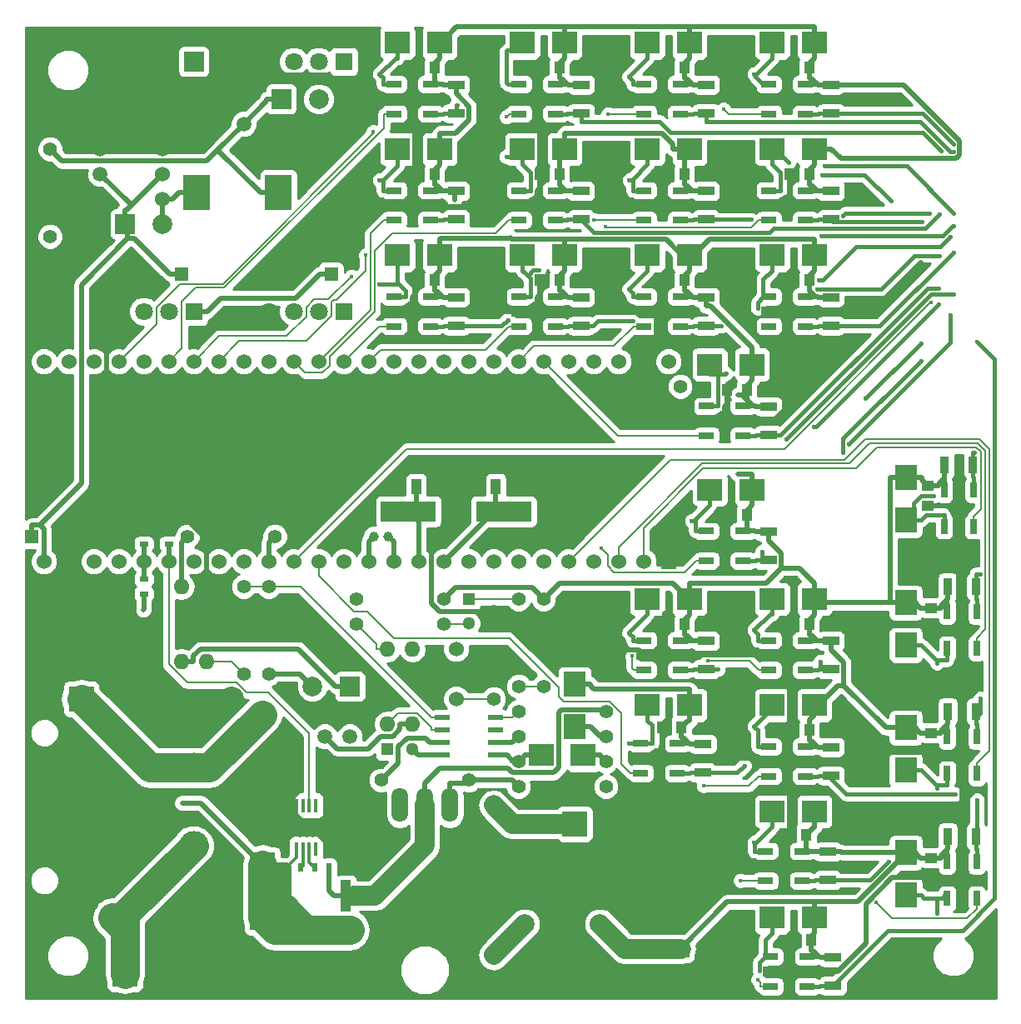
<source format=gtl>
G04 #@! TF.FileFunction,Copper,L1,Top,Signal*
%FSLAX46Y46*%
G04 Gerber Fmt 4.6, Leading zero omitted, Abs format (unit mm)*
G04 Created by KiCad (PCBNEW 4.0.0-rc1-stable) date 2015/09/16 10:56:13*
%MOMM*%
G01*
G04 APERTURE LIST*
%ADD10C,0.100000*%
%ADD11R,1.524000X1.524000*%
%ADD12C,1.524000*%
%ADD13R,1.400000X1.400000*%
%ADD14C,1.400000*%
%ADD15R,1.300000X1.300000*%
%ADD16C,1.300000*%
%ADD17C,1.501140*%
%ADD18C,1.700000*%
%ADD19R,1.700000X1.700000*%
%ADD20C,3.000000*%
%ADD21C,2.540000*%
%ADD22R,2.540000X2.540000*%
%ADD23C,1.998980*%
%ADD24R,1.998980X1.998980*%
%ADD25R,2.700000X3.600000*%
%ADD26O,1.699260X3.500120*%
%ADD27C,1.397000*%
%ADD28C,1.778000*%
%ADD29O,1.600000X1.600000*%
%ADD30R,1.550000X0.600000*%
%ADD31R,0.450000X1.450000*%
%ADD32R,5.600700X2.100580*%
%ADD33C,1.000760*%
%ADD34C,2.000000*%
%ADD35R,2.000000X2.000000*%
%ADD36C,1.800000*%
%ADD37R,1.800000X1.800000*%
%ADD38R,1.000000X1.600000*%
%ADD39R,1.250000X1.000000*%
%ADD40R,1.000000X1.250000*%
%ADD41R,2.499360X2.301240*%
%ADD42R,2.301240X2.499360*%
%ADD43R,0.900000X0.500000*%
%ADD44R,0.500000X0.900000*%
%ADD45R,1.000000X3.200000*%
%ADD46R,0.900000X1.700000*%
%ADD47R,1.700000X0.900000*%
%ADD48R,0.701040X1.501140*%
%ADD49R,1.000760X1.501140*%
%ADD50R,1.998980X0.800100*%
%ADD51R,1.501140X0.701040*%
%ADD52R,1.501140X1.000760*%
%ADD53R,0.800100X1.998980*%
%ADD54C,0.500000*%
%ADD55C,0.400000*%
%ADD56C,1.000000*%
%ADD57C,2.000000*%
%ADD58C,0.300000*%
%ADD59C,0.500000*%
%ADD60C,0.200000*%
%ADD61C,3.000000*%
%ADD62C,0.400000*%
%ADD63C,0.254000*%
G04 APERTURE END LIST*
D10*
D11*
X66040000Y45085000D03*
D12*
X63500000Y45085000D03*
X60960000Y45085000D03*
X58420000Y45085000D03*
X55880000Y45085000D03*
X53340000Y45085000D03*
X50800000Y45085000D03*
X48260000Y45085000D03*
X45720000Y45085000D03*
X43180000Y45085000D03*
X40640000Y45085000D03*
X38100000Y45085000D03*
X35560000Y45085000D03*
X33020000Y45085000D03*
X30480000Y45085000D03*
X27940000Y45085000D03*
X25400000Y45085000D03*
X22860000Y45085000D03*
X20320000Y45085000D03*
X17780000Y45085000D03*
X15240000Y45085000D03*
X12700000Y45085000D03*
X10160000Y45085000D03*
X7620000Y45085000D03*
X5080000Y45085000D03*
X2540000Y45085000D03*
X5080000Y65405000D03*
X7620000Y65405000D03*
X10160000Y65405000D03*
X12700000Y65405000D03*
X15240000Y65405000D03*
X17780000Y65405000D03*
X20320000Y65405000D03*
X22860000Y65405000D03*
X25400000Y65405000D03*
X27940000Y65405000D03*
X30480000Y65405000D03*
X33020000Y65405000D03*
X35560000Y65405000D03*
X38100000Y65405000D03*
X40640000Y65405000D03*
X43180000Y65405000D03*
X45720000Y65405000D03*
X48260000Y65405000D03*
X50800000Y65405000D03*
X53340000Y65405000D03*
X55880000Y65405000D03*
X58420000Y65405000D03*
X60960000Y65405000D03*
X63500000Y65405000D03*
X66040000Y65405000D03*
X2540000Y65405000D03*
D13*
X1270000Y47625000D03*
D14*
X6270000Y47625000D03*
D13*
X16510000Y74295000D03*
D14*
X11510000Y74295000D03*
D13*
X31750000Y74295000D03*
D14*
X26750000Y74295000D03*
D13*
X62230000Y62865000D03*
D14*
X67230000Y62865000D03*
D15*
X45720000Y41275000D03*
D16*
X45720000Y38775000D03*
D15*
X37465000Y26035000D03*
D16*
X39965000Y26035000D03*
D15*
X33655000Y7620000D03*
D16*
X33655000Y15120000D03*
D17*
X20320000Y89535000D03*
X22860000Y89535000D03*
D18*
X67310000Y10715000D03*
D19*
X67310000Y5715000D03*
D17*
X31115000Y27305000D03*
X33655000Y27305000D03*
X8255000Y86995000D03*
X8255000Y84455000D03*
D20*
X17780000Y24130000D03*
X17780000Y16210000D03*
D21*
X9523780Y8892960D03*
D22*
X24763780Y8892960D03*
D21*
X26036220Y3172040D03*
D22*
X10796220Y3172040D03*
D21*
X24767960Y29529220D03*
D22*
X24767960Y14289220D03*
D21*
X21591220Y31112040D03*
D22*
X6351220Y31112040D03*
D23*
X29845000Y32385000D03*
D24*
X33655000Y32385000D03*
D23*
X14605000Y79375000D03*
D24*
X10795000Y79375000D03*
D21*
X71756220Y18412040D03*
D22*
X56516220Y18412040D03*
D23*
X30480000Y92075000D03*
D24*
X26670000Y92075000D03*
D25*
X18075000Y82550000D03*
X26375000Y82550000D03*
D23*
X51435000Y8255000D03*
X59055000Y8255000D03*
D26*
X41275000Y20320000D03*
X43815000Y20320000D03*
X38735000Y20320000D03*
D27*
X34290000Y41275000D03*
X43180000Y41275000D03*
X17145000Y47625000D03*
X26035000Y47625000D03*
X34290000Y38735000D03*
X43180000Y38735000D03*
X50800000Y32385000D03*
X50800000Y41275000D03*
X3175000Y78105000D03*
X3175000Y86995000D03*
X48260000Y31115000D03*
X48260000Y40005000D03*
X22860000Y33655000D03*
X22860000Y42545000D03*
X53340000Y41275000D03*
X53340000Y32385000D03*
X25400000Y42545000D03*
X25400000Y33655000D03*
X59690000Y29845000D03*
X50800000Y29845000D03*
X59690000Y27305000D03*
X50800000Y27305000D03*
X50800000Y24765000D03*
X59690000Y24765000D03*
X50800000Y22225000D03*
X59690000Y22225000D03*
X45720000Y22860000D03*
X36830000Y22860000D03*
D28*
X48260000Y20320000D03*
X48260000Y5080000D03*
D12*
X44450000Y33655000D03*
X44450000Y36195000D03*
X44450000Y31115000D03*
D29*
X16510000Y42545000D03*
X19050000Y42545000D03*
X19050000Y34925000D03*
X16510000Y34925000D03*
X37465000Y36195000D03*
X40005000Y36195000D03*
X40005000Y28575000D03*
X37465000Y28575000D03*
D30*
X43020000Y29210000D03*
X43020000Y27940000D03*
X43020000Y26670000D03*
X43020000Y25400000D03*
X48420000Y25400000D03*
X48420000Y26670000D03*
X48420000Y27940000D03*
X48420000Y29210000D03*
D31*
X28235000Y15898000D03*
X28885000Y15898000D03*
X29535000Y15898000D03*
X30185000Y15898000D03*
X30185000Y20298000D03*
X29535000Y20298000D03*
X28885000Y20298000D03*
X28235000Y20298000D03*
D12*
X14605000Y84455000D03*
X14605000Y81915000D03*
X14605000Y86995000D03*
D32*
X49298860Y50165000D03*
X39601140Y50165000D03*
D33*
X37579300Y47625000D03*
X36080700Y47625000D03*
D34*
X15240000Y95885000D03*
D35*
X17780000Y95885000D03*
D36*
X15240000Y70485000D03*
D37*
X17780000Y70485000D03*
D36*
X12700000Y70485000D03*
X10160000Y70485000D03*
X30480000Y70485000D03*
D37*
X33020000Y70485000D03*
D36*
X27940000Y70485000D03*
X25400000Y70485000D03*
X30480000Y95885000D03*
D37*
X33020000Y95885000D03*
D36*
X27940000Y95885000D03*
X25400000Y95885000D03*
D38*
X48490000Y52705000D03*
X45490000Y52705000D03*
X40410000Y52705000D03*
X43410000Y52705000D03*
D39*
X92392000Y52752000D03*
X92392000Y50752000D03*
X92710000Y40370000D03*
X92710000Y38370000D03*
X92710000Y27670000D03*
X92710000Y25670000D03*
X92710000Y14970000D03*
X92710000Y12970000D03*
D40*
X80565000Y6590000D03*
X78565000Y6590000D03*
X80055000Y17320000D03*
X78055000Y17320000D03*
X80375000Y27940000D03*
X78375000Y27940000D03*
X67357500Y28258000D03*
X65357500Y28258000D03*
X80375000Y38735000D03*
X78375000Y38735000D03*
X67675000Y38735000D03*
X65675000Y38735000D03*
X74025000Y49848000D03*
X72025000Y49848000D03*
X74025000Y62548000D03*
X72025000Y62548000D03*
X80375000Y73660000D03*
X78375000Y73660000D03*
X67675000Y73660000D03*
X65675000Y73660000D03*
X54975000Y73660000D03*
X52975000Y73660000D03*
X42275000Y73660000D03*
X40275000Y73660000D03*
X42275000Y84455000D03*
X40275000Y84455000D03*
X54975000Y84455000D03*
X52975000Y84455000D03*
X67675000Y84455000D03*
X65675000Y84455000D03*
X80375000Y84455000D03*
X78375000Y84455000D03*
X42275000Y95250000D03*
X40275000Y95250000D03*
X54975000Y95250000D03*
X52975000Y95250000D03*
X67675000Y95250000D03*
X65675000Y95250000D03*
X80375000Y95250000D03*
X78375000Y95250000D03*
D41*
X53096160Y25400000D03*
X57393840Y25400000D03*
D42*
X56515000Y28331160D03*
X56515000Y32628840D03*
X90170000Y53583840D03*
X90170000Y49286160D03*
X90170000Y40883840D03*
X90170000Y36586160D03*
X90170000Y28183840D03*
X90170000Y23886160D03*
X90170000Y15483840D03*
X90170000Y11186160D03*
D41*
X80888840Y8890000D03*
X76591160Y8890000D03*
X80888840Y19685000D03*
X76591160Y19685000D03*
X80888840Y30480000D03*
X76591160Y30480000D03*
X68188840Y30480000D03*
X63891160Y30480000D03*
X80888840Y41275000D03*
X76591160Y41275000D03*
X68188840Y41275000D03*
X63891160Y41275000D03*
X74538840Y52388000D03*
X70241160Y52388000D03*
X74538840Y65088000D03*
X70241160Y65088000D03*
X80888840Y76200000D03*
X76591160Y76200000D03*
X68188840Y76200000D03*
X63891160Y76200000D03*
X55488840Y76200000D03*
X51191160Y76200000D03*
X42788840Y76200000D03*
X38491160Y76200000D03*
X42788840Y86995000D03*
X38491160Y86995000D03*
X55488840Y86995000D03*
X51191160Y86995000D03*
X68188840Y86995000D03*
X63891160Y86995000D03*
X80888840Y86995000D03*
X76591160Y86995000D03*
X42788840Y97790000D03*
X38491160Y97790000D03*
X55488840Y97790000D03*
X51191160Y97790000D03*
X68188840Y97790000D03*
X63891160Y97790000D03*
X80888840Y97790000D03*
X76591160Y97790000D03*
D43*
X12700000Y41795000D03*
X12700000Y43295000D03*
X12700000Y46875000D03*
X12700000Y48375000D03*
D44*
X27190000Y13970000D03*
X28690000Y13970000D03*
D45*
X33262500Y11112000D03*
X27062500Y11112000D03*
D44*
X30047500Y13970000D03*
X31547500Y13970000D03*
D43*
X15240000Y46875000D03*
X15240000Y48375000D03*
D46*
X94118000Y54928000D03*
X97018000Y54928000D03*
X94435000Y42545000D03*
X97335000Y42545000D03*
X94435000Y29845000D03*
X97335000Y29845000D03*
X94435000Y17145000D03*
X97335000Y17145000D03*
D47*
X82740000Y4865000D03*
X82740000Y1965000D03*
X82230000Y15595000D03*
X82230000Y12695000D03*
X82550000Y26215000D03*
X82550000Y23315000D03*
X69532500Y26532000D03*
X69532500Y23632000D03*
X82550000Y37010000D03*
X82550000Y34110000D03*
X69850000Y37010000D03*
X69850000Y34110000D03*
X76200000Y48122000D03*
X76200000Y45222000D03*
X76200000Y60822000D03*
X76200000Y57922000D03*
X82550000Y71935000D03*
X82550000Y69035000D03*
X69850000Y71935000D03*
X69850000Y69035000D03*
X57150000Y71935000D03*
X57150000Y69035000D03*
X44450000Y71935000D03*
X44450000Y69035000D03*
X44450000Y82730000D03*
X44450000Y79830000D03*
X57150000Y82730000D03*
X57150000Y79830000D03*
X69850000Y82730000D03*
X69850000Y79830000D03*
X82550000Y82730000D03*
X82550000Y79830000D03*
X44450000Y93525000D03*
X44450000Y90625000D03*
X57150000Y93525000D03*
X57150000Y90625000D03*
X69850000Y93525000D03*
X69850000Y90625000D03*
X82550000Y93525000D03*
X82550000Y90625000D03*
D10*
G36*
X94567240Y50833790D02*
X95067620Y51583090D01*
X96068380Y51583090D01*
X96568760Y50833790D01*
X94567240Y50833790D01*
X94567240Y50833790D01*
G37*
D48*
X94066860Y52333660D03*
X97069140Y52333660D03*
X94066860Y48630340D03*
D49*
X95568000Y48630340D03*
D48*
X97069140Y48630340D03*
D49*
X95568000Y52333660D03*
D10*
G36*
X96568760Y50130210D02*
X96068380Y49380910D01*
X95067620Y49380910D01*
X94567240Y50130210D01*
X96568760Y50130210D01*
X96568760Y50130210D01*
G37*
D50*
X95568000Y50482000D03*
D10*
G36*
X94884240Y38451790D02*
X95384620Y39201090D01*
X96385380Y39201090D01*
X96885760Y38451790D01*
X94884240Y38451790D01*
X94884240Y38451790D01*
G37*
D48*
X94383860Y39951660D03*
X97386140Y39951660D03*
X94383860Y36248340D03*
D49*
X95885000Y36248340D03*
D48*
X97386140Y36248340D03*
D49*
X95885000Y39951660D03*
D10*
G36*
X96885760Y37748210D02*
X96385380Y36998910D01*
X95384620Y36998910D01*
X94884240Y37748210D01*
X96885760Y37748210D01*
X96885760Y37748210D01*
G37*
D50*
X95885000Y38100000D03*
D10*
G36*
X94884240Y25751790D02*
X95384620Y26501090D01*
X96385380Y26501090D01*
X96885760Y25751790D01*
X94884240Y25751790D01*
X94884240Y25751790D01*
G37*
D48*
X94383860Y27251660D03*
X97386140Y27251660D03*
X94383860Y23548340D03*
D49*
X95885000Y23548340D03*
D48*
X97386140Y23548340D03*
D49*
X95885000Y27251660D03*
D10*
G36*
X96885760Y25048210D02*
X96385380Y24298910D01*
X95384620Y24298910D01*
X94884240Y25048210D01*
X96885760Y25048210D01*
X96885760Y25048210D01*
G37*
D50*
X95885000Y25400000D03*
D10*
G36*
X94884240Y13051790D02*
X95384620Y13801090D01*
X96385380Y13801090D01*
X96885760Y13051790D01*
X94884240Y13051790D01*
X94884240Y13051790D01*
G37*
D48*
X94383860Y14551660D03*
X97386140Y14551660D03*
X94383860Y10848340D03*
D49*
X95885000Y10848340D03*
D48*
X97386140Y10848340D03*
D49*
X95885000Y14551660D03*
D10*
G36*
X96885760Y12348210D02*
X96385380Y11598910D01*
X95384620Y11598910D01*
X94884240Y12348210D01*
X96885760Y12348210D01*
X96885760Y12348210D01*
G37*
D50*
X95885000Y12700000D03*
D10*
G36*
X78646790Y4415760D02*
X79396090Y3915380D01*
X79396090Y2914620D01*
X78646790Y2414240D01*
X78646790Y4415760D01*
X78646790Y4415760D01*
G37*
D51*
X80146660Y4916140D03*
X80146660Y1913860D03*
X76443340Y4916140D03*
D52*
X76443340Y3415000D03*
D51*
X76443340Y1913860D03*
D52*
X80146660Y3415000D03*
D10*
G36*
X77943210Y2414240D02*
X77193910Y2914620D01*
X77193910Y3915380D01*
X77943210Y4415760D01*
X77943210Y2414240D01*
X77943210Y2414240D01*
G37*
D53*
X78295000Y3415000D03*
D10*
G36*
X78136790Y15145760D02*
X78886090Y14645380D01*
X78886090Y13644620D01*
X78136790Y13144240D01*
X78136790Y15145760D01*
X78136790Y15145760D01*
G37*
D51*
X79636660Y15646140D03*
X79636660Y12643860D03*
X75933340Y15646140D03*
D52*
X75933340Y14145000D03*
D51*
X75933340Y12643860D03*
D52*
X79636660Y14145000D03*
D10*
G36*
X77433210Y13144240D02*
X76683910Y13644620D01*
X76683910Y14645380D01*
X77433210Y15145760D01*
X77433210Y13144240D01*
X77433210Y13144240D01*
G37*
D53*
X77785000Y14145000D03*
D10*
G36*
X78456790Y25765760D02*
X79206090Y25265380D01*
X79206090Y24264620D01*
X78456790Y23764240D01*
X78456790Y25765760D01*
X78456790Y25765760D01*
G37*
D51*
X79956660Y26266140D03*
X79956660Y23263860D03*
X76253340Y26266140D03*
D52*
X76253340Y24765000D03*
D51*
X76253340Y23263860D03*
D52*
X79956660Y24765000D03*
D10*
G36*
X77753210Y23764240D02*
X77003910Y24264620D01*
X77003910Y25265380D01*
X77753210Y25765760D01*
X77753210Y23764240D01*
X77753210Y23764240D01*
G37*
D53*
X78105000Y24765000D03*
D10*
G36*
X65439290Y26082760D02*
X66188590Y25582380D01*
X66188590Y24581620D01*
X65439290Y24081240D01*
X65439290Y26082760D01*
X65439290Y26082760D01*
G37*
D51*
X66939160Y26583140D03*
X66939160Y23580860D03*
X63235840Y26583140D03*
D52*
X63235840Y25082000D03*
D51*
X63235840Y23580860D03*
D52*
X66939160Y25082000D03*
D10*
G36*
X64735710Y24081240D02*
X63986410Y24581620D01*
X63986410Y25582380D01*
X64735710Y26082760D01*
X64735710Y24081240D01*
X64735710Y24081240D01*
G37*
D53*
X65087500Y25082000D03*
D10*
G36*
X78456790Y36560760D02*
X79206090Y36060380D01*
X79206090Y35059620D01*
X78456790Y34559240D01*
X78456790Y36560760D01*
X78456790Y36560760D01*
G37*
D51*
X79956660Y37061140D03*
X79956660Y34058860D03*
X76253340Y37061140D03*
D52*
X76253340Y35560000D03*
D51*
X76253340Y34058860D03*
D52*
X79956660Y35560000D03*
D10*
G36*
X77753210Y34559240D02*
X77003910Y35059620D01*
X77003910Y36060380D01*
X77753210Y36560760D01*
X77753210Y34559240D01*
X77753210Y34559240D01*
G37*
D53*
X78105000Y35560000D03*
D10*
G36*
X65756790Y36560760D02*
X66506090Y36060380D01*
X66506090Y35059620D01*
X65756790Y34559240D01*
X65756790Y36560760D01*
X65756790Y36560760D01*
G37*
D51*
X67256660Y37061140D03*
X67256660Y34058860D03*
X63553340Y37061140D03*
D52*
X63553340Y35560000D03*
D51*
X63553340Y34058860D03*
D52*
X67256660Y35560000D03*
D10*
G36*
X65053210Y34559240D02*
X64303910Y35059620D01*
X64303910Y36060380D01*
X65053210Y36560760D01*
X65053210Y34559240D01*
X65053210Y34559240D01*
G37*
D53*
X65405000Y35560000D03*
D10*
G36*
X72106790Y47672760D02*
X72856090Y47172380D01*
X72856090Y46171620D01*
X72106790Y45671240D01*
X72106790Y47672760D01*
X72106790Y47672760D01*
G37*
D51*
X73606660Y48173140D03*
X73606660Y45170860D03*
X69903340Y48173140D03*
D52*
X69903340Y46672000D03*
D51*
X69903340Y45170860D03*
D52*
X73606660Y46672000D03*
D10*
G36*
X71403210Y45671240D02*
X70653910Y46171620D01*
X70653910Y47172380D01*
X71403210Y47672760D01*
X71403210Y45671240D01*
X71403210Y45671240D01*
G37*
D53*
X71755000Y46672000D03*
D10*
G36*
X72106790Y60372760D02*
X72856090Y59872380D01*
X72856090Y58871620D01*
X72106790Y58371240D01*
X72106790Y60372760D01*
X72106790Y60372760D01*
G37*
D51*
X73606660Y60873140D03*
X73606660Y57870860D03*
X69903340Y60873140D03*
D52*
X69903340Y59372000D03*
D51*
X69903340Y57870860D03*
D52*
X73606660Y59372000D03*
D10*
G36*
X71403210Y58371240D02*
X70653910Y58871620D01*
X70653910Y59872380D01*
X71403210Y60372760D01*
X71403210Y58371240D01*
X71403210Y58371240D01*
G37*
D53*
X71755000Y59372000D03*
D10*
G36*
X78456790Y71485760D02*
X79206090Y70985380D01*
X79206090Y69984620D01*
X78456790Y69484240D01*
X78456790Y71485760D01*
X78456790Y71485760D01*
G37*
D51*
X79956660Y71986140D03*
X79956660Y68983860D03*
X76253340Y71986140D03*
D52*
X76253340Y70485000D03*
D51*
X76253340Y68983860D03*
D52*
X79956660Y70485000D03*
D10*
G36*
X77753210Y69484240D02*
X77003910Y69984620D01*
X77003910Y70985380D01*
X77753210Y71485760D01*
X77753210Y69484240D01*
X77753210Y69484240D01*
G37*
D53*
X78105000Y70485000D03*
D10*
G36*
X65756790Y71485760D02*
X66506090Y70985380D01*
X66506090Y69984620D01*
X65756790Y69484240D01*
X65756790Y71485760D01*
X65756790Y71485760D01*
G37*
D51*
X67256660Y71986140D03*
X67256660Y68983860D03*
X63553340Y71986140D03*
D52*
X63553340Y70485000D03*
D51*
X63553340Y68983860D03*
D52*
X67256660Y70485000D03*
D10*
G36*
X65053210Y69484240D02*
X64303910Y69984620D01*
X64303910Y70985380D01*
X65053210Y71485760D01*
X65053210Y69484240D01*
X65053210Y69484240D01*
G37*
D53*
X65405000Y70485000D03*
D10*
G36*
X53056790Y71485760D02*
X53806090Y70985380D01*
X53806090Y69984620D01*
X53056790Y69484240D01*
X53056790Y71485760D01*
X53056790Y71485760D01*
G37*
D51*
X54556660Y71986140D03*
X54556660Y68983860D03*
X50853340Y71986140D03*
D52*
X50853340Y70485000D03*
D51*
X50853340Y68983860D03*
D52*
X54556660Y70485000D03*
D10*
G36*
X52353210Y69484240D02*
X51603910Y69984620D01*
X51603910Y70985380D01*
X52353210Y71485760D01*
X52353210Y69484240D01*
X52353210Y69484240D01*
G37*
D53*
X52705000Y70485000D03*
D10*
G36*
X40356790Y71485760D02*
X41106090Y70985380D01*
X41106090Y69984620D01*
X40356790Y69484240D01*
X40356790Y71485760D01*
X40356790Y71485760D01*
G37*
D51*
X41856660Y71986140D03*
X41856660Y68983860D03*
X38153340Y71986140D03*
D52*
X38153340Y70485000D03*
D51*
X38153340Y68983860D03*
D52*
X41856660Y70485000D03*
D10*
G36*
X39653210Y69484240D02*
X38903910Y69984620D01*
X38903910Y70985380D01*
X39653210Y71485760D01*
X39653210Y69484240D01*
X39653210Y69484240D01*
G37*
D53*
X40005000Y70485000D03*
D10*
G36*
X40356790Y82280760D02*
X41106090Y81780380D01*
X41106090Y80779620D01*
X40356790Y80279240D01*
X40356790Y82280760D01*
X40356790Y82280760D01*
G37*
D51*
X41856660Y82781140D03*
X41856660Y79778860D03*
X38153340Y82781140D03*
D52*
X38153340Y81280000D03*
D51*
X38153340Y79778860D03*
D52*
X41856660Y81280000D03*
D10*
G36*
X39653210Y80279240D02*
X38903910Y80779620D01*
X38903910Y81780380D01*
X39653210Y82280760D01*
X39653210Y80279240D01*
X39653210Y80279240D01*
G37*
D53*
X40005000Y81280000D03*
D10*
G36*
X53056790Y82280760D02*
X53806090Y81780380D01*
X53806090Y80779620D01*
X53056790Y80279240D01*
X53056790Y82280760D01*
X53056790Y82280760D01*
G37*
D51*
X54556660Y82781140D03*
X54556660Y79778860D03*
X50853340Y82781140D03*
D52*
X50853340Y81280000D03*
D51*
X50853340Y79778860D03*
D52*
X54556660Y81280000D03*
D10*
G36*
X52353210Y80279240D02*
X51603910Y80779620D01*
X51603910Y81780380D01*
X52353210Y82280760D01*
X52353210Y80279240D01*
X52353210Y80279240D01*
G37*
D53*
X52705000Y81280000D03*
D10*
G36*
X65756790Y82280760D02*
X66506090Y81780380D01*
X66506090Y80779620D01*
X65756790Y80279240D01*
X65756790Y82280760D01*
X65756790Y82280760D01*
G37*
D51*
X67256660Y82781140D03*
X67256660Y79778860D03*
X63553340Y82781140D03*
D52*
X63553340Y81280000D03*
D51*
X63553340Y79778860D03*
D52*
X67256660Y81280000D03*
D10*
G36*
X65053210Y80279240D02*
X64303910Y80779620D01*
X64303910Y81780380D01*
X65053210Y82280760D01*
X65053210Y80279240D01*
X65053210Y80279240D01*
G37*
D53*
X65405000Y81280000D03*
D10*
G36*
X78456790Y82280760D02*
X79206090Y81780380D01*
X79206090Y80779620D01*
X78456790Y80279240D01*
X78456790Y82280760D01*
X78456790Y82280760D01*
G37*
D51*
X79956660Y82781140D03*
X79956660Y79778860D03*
X76253340Y82781140D03*
D52*
X76253340Y81280000D03*
D51*
X76253340Y79778860D03*
D52*
X79956660Y81280000D03*
D10*
G36*
X77753210Y80279240D02*
X77003910Y80779620D01*
X77003910Y81780380D01*
X77753210Y82280760D01*
X77753210Y80279240D01*
X77753210Y80279240D01*
G37*
D53*
X78105000Y81280000D03*
D10*
G36*
X40356790Y93075760D02*
X41106090Y92575380D01*
X41106090Y91574620D01*
X40356790Y91074240D01*
X40356790Y93075760D01*
X40356790Y93075760D01*
G37*
D51*
X41856660Y93576140D03*
X41856660Y90573860D03*
X38153340Y93576140D03*
D52*
X38153340Y92075000D03*
D51*
X38153340Y90573860D03*
D52*
X41856660Y92075000D03*
D10*
G36*
X39653210Y91074240D02*
X38903910Y91574620D01*
X38903910Y92575380D01*
X39653210Y93075760D01*
X39653210Y91074240D01*
X39653210Y91074240D01*
G37*
D53*
X40005000Y92075000D03*
D10*
G36*
X53056790Y93075760D02*
X53806090Y92575380D01*
X53806090Y91574620D01*
X53056790Y91074240D01*
X53056790Y93075760D01*
X53056790Y93075760D01*
G37*
D51*
X54556660Y93576140D03*
X54556660Y90573860D03*
X50853340Y93576140D03*
D52*
X50853340Y92075000D03*
D51*
X50853340Y90573860D03*
D52*
X54556660Y92075000D03*
D10*
G36*
X52353210Y91074240D02*
X51603910Y91574620D01*
X51603910Y92575380D01*
X52353210Y93075760D01*
X52353210Y91074240D01*
X52353210Y91074240D01*
G37*
D53*
X52705000Y92075000D03*
D10*
G36*
X65756790Y93075760D02*
X66506090Y92575380D01*
X66506090Y91574620D01*
X65756790Y91074240D01*
X65756790Y93075760D01*
X65756790Y93075760D01*
G37*
D51*
X67256660Y93576140D03*
X67256660Y90573860D03*
X63553340Y93576140D03*
D52*
X63553340Y92075000D03*
D51*
X63553340Y90573860D03*
D52*
X67256660Y92075000D03*
D10*
G36*
X65053210Y91074240D02*
X64303910Y91574620D01*
X64303910Y92575380D01*
X65053210Y93075760D01*
X65053210Y91074240D01*
X65053210Y91074240D01*
G37*
D53*
X65405000Y92075000D03*
D10*
G36*
X78456790Y93075760D02*
X79206090Y92575380D01*
X79206090Y91574620D01*
X78456790Y91074240D01*
X78456790Y93075760D01*
X78456790Y93075760D01*
G37*
D51*
X79956660Y93576140D03*
X79956660Y90573860D03*
X76253340Y93576140D03*
D52*
X76253340Y92075000D03*
D51*
X76253340Y90573860D03*
D52*
X79956660Y92075000D03*
D10*
G36*
X77753210Y91074240D02*
X77003910Y91574620D01*
X77003910Y92575380D01*
X77753210Y93075760D01*
X77753210Y91074240D01*
X77753210Y91074240D01*
G37*
D53*
X78105000Y92075000D03*
D54*
X91750300Y75500000D03*
X65924100Y39810300D03*
X16600800Y20530400D03*
X12671200Y40178400D03*
X55784100Y82781100D03*
X58254800Y32319200D03*
X50002400Y78005200D03*
X73061300Y53988900D03*
X73061300Y61998600D03*
X44275200Y81828900D03*
D55*
X92981000Y51752000D03*
X93345000Y34739700D03*
X93345000Y22039700D03*
X93345000Y9339700D03*
X75292400Y3514700D03*
X74744700Y16510000D03*
X74744700Y28318300D03*
X62044700Y26626400D03*
X74744700Y38100000D03*
X62038200Y37816400D03*
X68394700Y49212000D03*
X71896600Y64190200D03*
X75102400Y70824700D03*
X62007000Y72768400D03*
X52845300Y74685400D03*
X36644700Y73235200D03*
X36644700Y83820000D03*
X49530600Y86219600D03*
X62044700Y83820000D03*
X78245300Y85612200D03*
X36644700Y94615000D03*
X49531200Y96865700D03*
X62005000Y94344400D03*
X74744700Y94615000D03*
X91700300Y67295200D03*
X86046000Y61640900D03*
X88640500Y81708800D03*
X81648300Y84368900D03*
X97138000Y56178300D03*
X97766300Y43795300D03*
X97746000Y31157700D03*
X97420200Y20830400D03*
X97400300Y67451600D03*
X88449800Y14550000D03*
X95234700Y21427700D03*
X73749100Y24324100D03*
X84371300Y57039600D03*
X94666800Y70146000D03*
X81503700Y34940000D03*
X83771000Y56131700D03*
X91725800Y65516200D03*
X71108900Y34110000D03*
X77986300Y57511800D03*
X94999700Y72235900D03*
X75544800Y46092700D03*
X80781300Y58752900D03*
X93476300Y71206900D03*
X93473800Y72845000D03*
X92741900Y71380400D03*
X94999700Y76500000D03*
X71379400Y69035000D03*
X81166100Y72754300D03*
X93623800Y76183400D03*
X62396600Y69503500D03*
X81275300Y73723500D03*
X94654500Y78088000D03*
X49702400Y69659500D03*
X81539100Y78182800D03*
X94999700Y79224300D03*
X43148600Y79778900D03*
X81915000Y85250200D03*
X94999700Y80500000D03*
X93564300Y80404100D03*
X74445100Y79830000D03*
X83800300Y80243400D03*
X92612700Y80434100D03*
X91772800Y79643100D03*
X44568200Y91475300D03*
X93760800Y86825300D03*
X94999700Y86733300D03*
X94999700Y87500000D03*
X58486200Y79778900D03*
X35243600Y76209500D03*
X59654600Y79140800D03*
X33820000Y74044000D03*
X49561400Y90252100D03*
X59911700Y90573900D03*
X36045900Y88750800D03*
X71648800Y91052900D03*
X59217000Y46397000D03*
X62335200Y35462400D03*
X70038700Y34970400D03*
X69601600Y22298600D03*
X75127600Y2589800D03*
X87169600Y10418500D03*
X73360200Y12671200D03*
D56*
X75933340Y14145000D02*
X72772440Y14145000D01*
X72772440Y14145000D02*
X71756220Y15161220D01*
D57*
X67310000Y10715000D02*
X71756220Y15161220D01*
X71756220Y15161220D02*
X71756220Y18412040D01*
D58*
X32505000Y15120000D02*
X33655000Y15120000D01*
X28235000Y19390000D02*
X32505000Y15120000D01*
X28235000Y20298000D02*
X28235000Y19390000D01*
D56*
X45490000Y52705000D02*
X43410000Y52705000D01*
D59*
X77378600Y92075000D02*
X78105000Y92075000D01*
X79956700Y92075000D02*
X78831400Y92075000D01*
X78375000Y95250000D02*
X78375000Y94174700D01*
X78375000Y92075000D02*
X78375000Y94174700D01*
X78105000Y92075000D02*
X78375000Y92075000D01*
X78375000Y92075000D02*
X78831400Y92075000D01*
X64678600Y92075000D02*
X65405000Y92075000D01*
X65675000Y95250000D02*
X65675000Y94174700D01*
X65675000Y92075000D02*
X65675000Y94174700D01*
X65405000Y92075000D02*
X65675000Y92075000D01*
X65675000Y92075000D02*
X66131400Y92075000D01*
X39278600Y92075000D02*
X40005000Y92075000D01*
X40275000Y95250000D02*
X40275000Y94174700D01*
X40275000Y93794800D02*
X40275000Y94174700D01*
X40005000Y93524800D02*
X40275000Y93794800D01*
X79956700Y81280000D02*
X78831400Y81280000D01*
X64678600Y81280000D02*
X65405000Y81280000D01*
X67256700Y81280000D02*
X66131400Y81280000D01*
X65675000Y84455000D02*
X65675000Y83379700D01*
X65675000Y81280000D02*
X65675000Y83379700D01*
X65405000Y81280000D02*
X65675000Y81280000D01*
X65675000Y81280000D02*
X66131400Y81280000D01*
X54556700Y81280000D02*
X53431400Y81280000D01*
X39278600Y81280000D02*
X40005000Y81280000D01*
X39278600Y70485000D02*
X40005000Y70485000D01*
X38153300Y70485000D02*
X39278600Y70485000D01*
X52975000Y73660000D02*
X52975000Y72584700D01*
X52975000Y72204800D02*
X52975000Y72584700D01*
X52705000Y71934800D02*
X52975000Y72204800D01*
X67256700Y70485000D02*
X66131400Y70485000D01*
X77378600Y70485000D02*
X78105000Y70485000D01*
X76253300Y70485000D02*
X77378600Y70485000D01*
X78375000Y73660000D02*
X78375000Y72584700D01*
X78375000Y70485000D02*
X78375000Y72584700D01*
X78375000Y70485000D02*
X78831400Y70485000D01*
X71028600Y59372000D02*
X71755000Y59372000D01*
X64678600Y35560000D02*
X65405000Y35560000D01*
X63553300Y35560000D02*
X64678600Y35560000D01*
X79956700Y35560000D02*
X78831400Y35560000D01*
X76253300Y35560000D02*
X77378600Y35560000D01*
X64361100Y25082000D02*
X65087500Y25082000D01*
X63235800Y25082000D02*
X64361100Y25082000D01*
X77378600Y24765000D02*
X78105000Y24765000D01*
X78375000Y27940000D02*
X78375000Y26864700D01*
X77058600Y14145000D02*
X77785000Y14145000D01*
X77568600Y3415000D02*
X78295000Y3415000D01*
X76443300Y3415000D02*
X77568600Y3415000D01*
X95885000Y11973600D02*
X95885000Y12700000D01*
X95885000Y10848300D02*
X95885000Y11973600D01*
X95885000Y24673600D02*
X95885000Y25400000D01*
X95885000Y23548300D02*
X95885000Y24673600D01*
X92710000Y25670000D02*
X93785300Y25670000D01*
X95885000Y25670000D02*
X93785300Y25670000D01*
X95885000Y25400000D02*
X95885000Y25670000D01*
X95885000Y25670000D02*
X95885000Y26126400D01*
X95885000Y37373600D02*
X95885000Y38100000D01*
X95885000Y39951700D02*
X95885000Y38826400D01*
X92710000Y38370000D02*
X93785300Y38370000D01*
X95885000Y38370000D02*
X93785300Y38370000D01*
X95885000Y38100000D02*
X95885000Y38370000D01*
X95885000Y38370000D02*
X95885000Y38826400D01*
X77378600Y92075000D02*
X76253300Y92075000D01*
X39278600Y92075000D02*
X38153300Y92075000D01*
X77378600Y81280000D02*
X76253300Y81280000D01*
X64678600Y81280000D02*
X63553300Y81280000D01*
X78105000Y70485000D02*
X78375000Y70485000D01*
X71028600Y59372000D02*
X69903300Y59372000D01*
X69903300Y59372000D02*
X68702400Y59372000D01*
X71028600Y46672000D02*
X69903300Y46672000D01*
X66040000Y45085000D02*
X67252300Y45085000D01*
X69903300Y46672000D02*
X68702400Y46672000D01*
X76253300Y35560000D02*
X75052400Y35560000D01*
X67256700Y35560000D02*
X66131400Y35560000D01*
X67256700Y35560000D02*
X68457600Y35560000D01*
X95885000Y37373600D02*
X95885000Y36248300D01*
X95885000Y36248300D02*
X95885000Y27251700D01*
X95885000Y27251700D02*
X95885000Y26126400D01*
X40731400Y81280000D02*
X41856700Y81280000D01*
X41856700Y81280000D02*
X43057600Y81280000D01*
X50853300Y81280000D02*
X49652400Y81280000D01*
X76253300Y81280000D02*
X75052400Y81280000D01*
X67256700Y81280000D02*
X68457600Y81280000D01*
X95885000Y23548300D02*
X95885000Y22347400D01*
X41856700Y70485000D02*
X40731400Y70485000D01*
X40731400Y70485000D02*
X40005000Y70485000D01*
X40005000Y70485000D02*
X40005000Y71934800D01*
X40005000Y92075000D02*
X40005000Y90625200D01*
X40005000Y92075000D02*
X40005000Y92600300D01*
X40005000Y92600300D02*
X40005000Y93524800D01*
X50853300Y70485000D02*
X49652400Y70485000D01*
X41856700Y70485000D02*
X43057600Y70485000D01*
X52705000Y71010300D02*
X52705000Y71934800D01*
X66939200Y25082000D02*
X65813900Y25082000D01*
X65357500Y28258000D02*
X65357500Y27182700D01*
X65357500Y25082000D02*
X65357500Y27182700D01*
X65813900Y25082000D02*
X65357500Y25082000D01*
X65357500Y25082000D02*
X65087500Y25082000D01*
X78565000Y6590000D02*
X78565000Y5514700D01*
X78565000Y3415000D02*
X78565000Y5514700D01*
X79021400Y3415000D02*
X78565000Y3415000D01*
X78565000Y3415000D02*
X78295000Y3415000D01*
X78105000Y70485000D02*
X78105000Y69035200D01*
X78831400Y70485000D02*
X79956700Y70485000D01*
X76756000Y59372000D02*
X73606700Y59372000D01*
X78105000Y60721000D02*
X76756000Y59372000D01*
X78105000Y69035200D02*
X78105000Y60721000D01*
X95885000Y14551700D02*
X95885000Y15752600D01*
X65675000Y38735000D02*
X65675000Y37659700D01*
X65675000Y35560000D02*
X65675000Y37659700D01*
X65405000Y35560000D02*
X65675000Y35560000D01*
X65675000Y35560000D02*
X66131400Y35560000D01*
X67252300Y45221900D02*
X67252300Y45085000D01*
X68702400Y46672000D02*
X67252300Y45221900D01*
X78375000Y27940000D02*
X78375000Y29015300D01*
X71028600Y46672000D02*
X71755000Y46672000D01*
X71755000Y46672000D02*
X72481400Y46672000D01*
X73606700Y46672000D02*
X72481400Y46672000D01*
X72025000Y48391800D02*
X71755000Y48121800D01*
X72025000Y49848000D02*
X72025000Y48391800D01*
X71755000Y46672000D02*
X71755000Y48121800D01*
X72025000Y62548000D02*
X72025000Y61472700D01*
X72025000Y61091800D02*
X71755000Y60821800D01*
X72025000Y61472700D02*
X72025000Y61091800D01*
X95568000Y50482000D02*
X95568000Y49755600D01*
X49652400Y70485000D02*
X43057600Y70485000D01*
X52906100Y71010300D02*
X53431400Y70485000D01*
X52705000Y71010300D02*
X52906100Y71010300D01*
X71755000Y59372000D02*
X71755000Y59822000D01*
X71755000Y59822000D02*
X71755000Y60821800D01*
X80146700Y3415000D02*
X79021400Y3415000D01*
X43410000Y47797400D02*
X43410000Y52705000D01*
X41965400Y46352800D02*
X43410000Y47797400D01*
X41965400Y40847100D02*
X41965400Y46352800D01*
X42807500Y40005000D02*
X41965400Y40847100D01*
X48260000Y40005000D02*
X42807500Y40005000D01*
X62230000Y62865000D02*
X63380300Y62865000D01*
X64980700Y63093700D02*
X63609000Y63093700D01*
X68702400Y59372000D02*
X64980700Y63093700D01*
X63609000Y63093700D02*
X63380300Y62865000D01*
X65675000Y38735000D02*
X65675000Y39810300D01*
X78375000Y24765000D02*
X78105000Y24765000D01*
X78375000Y26864700D02*
X78375000Y24765000D01*
X78375000Y24765000D02*
X78831400Y24765000D01*
X78055000Y17320000D02*
X78055000Y16782400D01*
X78105000Y24765000D02*
X78105000Y23315200D01*
X77378600Y35560000D02*
X78105000Y35560000D01*
X78375000Y29015300D02*
X78375000Y35560000D01*
X78375000Y35560000D02*
X78831400Y35560000D01*
X78105000Y35560000D02*
X78375000Y35560000D01*
X78375000Y38735000D02*
X78375000Y37659700D01*
X78375000Y35560000D02*
X78375000Y37659700D01*
X79956700Y70485000D02*
X81157600Y70485000D01*
X62352400Y81280000D02*
X55757600Y81280000D01*
X63553300Y81280000D02*
X62352400Y81280000D01*
X54556700Y81280000D02*
X55757600Y81280000D01*
X68457600Y81280000D02*
X75052400Y81280000D01*
X49500100Y81127700D02*
X49652400Y81280000D01*
X43209900Y81127700D02*
X49500100Y81127700D01*
X43057600Y81280000D02*
X43209900Y81127700D01*
X54556700Y92075000D02*
X63553300Y92075000D01*
X63553300Y92075000D02*
X64678600Y92075000D01*
X86735300Y70485000D02*
X81157600Y70485000D01*
X91750300Y75500000D02*
X86735300Y70485000D01*
X95568000Y52333700D02*
X95568000Y51208400D01*
X92392000Y50752000D02*
X93467300Y50752000D01*
X95568000Y50752000D02*
X93467300Y50752000D01*
X95568000Y51208400D02*
X95568000Y50752000D01*
X95568000Y50752000D02*
X95568000Y50482000D01*
X65675000Y39810300D02*
X65924100Y39810300D01*
X15240000Y48375000D02*
X13970000Y48375000D01*
X13970000Y48375000D02*
X12700000Y48375000D01*
X19050000Y47364800D02*
X19050000Y42545000D01*
X17321100Y49093700D02*
X19050000Y47364800D01*
X14614700Y49093700D02*
X17321100Y49093700D01*
X13970000Y48449000D02*
X14614700Y49093700D01*
X13970000Y48375000D02*
X13970000Y48449000D01*
X39278600Y81280000D02*
X38153300Y81280000D01*
X33735000Y81280000D02*
X26750000Y74295000D01*
X38153300Y81280000D02*
X33735000Y81280000D01*
X52705000Y70485000D02*
X52705000Y70747700D01*
X52705000Y70747700D02*
X52705000Y71010300D01*
X50853300Y92075000D02*
X51978600Y92075000D01*
X64678600Y70485000D02*
X63553300Y70485000D01*
X63609000Y65296000D02*
X63500000Y65405000D01*
X63609000Y63093700D02*
X63609000Y65296000D01*
X64816000Y66721000D02*
X64816000Y70347600D01*
X63500000Y65405000D02*
X64816000Y66721000D01*
X64816000Y70347600D02*
X64678600Y70485000D01*
X65267600Y70347600D02*
X65405000Y70485000D01*
X64816000Y70347600D02*
X65267600Y70347600D01*
X65675000Y73660000D02*
X65675000Y72584700D01*
X65675000Y70485000D02*
X65675000Y72584700D01*
X65405000Y70485000D02*
X65675000Y70485000D01*
X65675000Y70485000D02*
X66131400Y70485000D01*
X68523100Y35625500D02*
X68457600Y35560000D01*
X74986900Y35625500D02*
X68523100Y35625500D01*
X75052400Y35560000D02*
X74986900Y35625500D01*
X71955800Y59822000D02*
X72405800Y59372000D01*
X71755000Y59822000D02*
X71955800Y59822000D01*
X73606700Y59372000D02*
X72481400Y59372000D01*
X72481400Y59372000D02*
X72405800Y59372000D01*
X95885000Y14551700D02*
X95885000Y13426400D01*
X95885000Y13426400D02*
X95885000Y12700000D01*
X94165200Y12970000D02*
X94435200Y12700000D01*
X92710000Y12970000D02*
X94165200Y12970000D01*
X95885000Y12700000D02*
X94435200Y12700000D01*
X8890000Y69215000D02*
X8890000Y48375000D01*
X10160000Y70485000D02*
X8890000Y69215000D01*
X12700000Y48375000D02*
X8890000Y48375000D01*
X7020000Y48375000D02*
X6270000Y47625000D01*
X8890000Y48375000D02*
X7020000Y48375000D01*
X26035000Y95250000D02*
X20320000Y89535000D01*
X26780600Y94504400D02*
X26035000Y95250000D01*
X31274800Y94504400D02*
X26780600Y94504400D01*
X33704200Y92075000D02*
X31274800Y94504400D01*
X38153300Y92075000D02*
X33704200Y92075000D01*
X26035000Y95250000D02*
X25400000Y95885000D01*
X77378600Y24765000D02*
X76253300Y24765000D01*
X74735400Y25082000D02*
X68140100Y25082000D01*
X75052400Y24765000D02*
X74735400Y25082000D01*
X76253300Y24765000D02*
X75052400Y24765000D01*
X66939200Y25082000D02*
X68140100Y25082000D01*
X66131400Y92075000D02*
X67256700Y92075000D01*
X67256700Y92075000D02*
X76253300Y92075000D01*
X95885000Y39951700D02*
X95885000Y41152600D01*
X79636700Y14145000D02*
X78511400Y14145000D01*
X95885000Y15752600D02*
X95885000Y22347400D01*
X95568000Y41469600D02*
X95568000Y48630300D01*
X95885000Y41152600D02*
X95568000Y41469600D01*
X95568000Y48630300D02*
X95568000Y49755600D01*
X40275000Y72204800D02*
X40275000Y73660000D01*
X40005000Y71934800D02*
X40275000Y72204800D01*
X77058600Y14145000D02*
X75933300Y14145000D01*
X52152300Y36112700D02*
X48260000Y40005000D01*
X63000600Y36112700D02*
X52152300Y36112700D01*
X63553300Y35560000D02*
X63000600Y36112700D01*
X40005000Y81280000D02*
X40731400Y81280000D01*
X52316900Y70747700D02*
X52054200Y70485000D01*
X52705000Y70747700D02*
X52316900Y70747700D01*
X50853300Y70485000D02*
X51978600Y70485000D01*
X51978600Y70485000D02*
X52054200Y70485000D01*
X50853300Y81280000D02*
X51978600Y81280000D01*
X51978600Y81280000D02*
X52705000Y81280000D01*
X53431400Y81280000D02*
X52705000Y81280000D01*
X52705000Y81280000D02*
X52705000Y82729800D01*
X63553300Y70485000D02*
X54556700Y70485000D01*
X54556700Y70485000D02*
X53431400Y70485000D01*
X40275000Y90355200D02*
X40275000Y84455000D01*
X40005000Y90625200D02*
X40275000Y90355200D01*
X40275000Y82999800D02*
X40005000Y82729800D01*
X40275000Y84455000D02*
X40275000Y82999800D01*
X40005000Y81280000D02*
X40005000Y82729800D01*
X78831400Y24765000D02*
X79956700Y24765000D01*
X86239700Y25670000D02*
X92710000Y25670000D01*
X85334700Y24765000D02*
X86239700Y25670000D01*
X79956700Y24765000D02*
X85334700Y24765000D01*
X40206100Y92600300D02*
X40731400Y92075000D01*
X40005000Y92600300D02*
X40206100Y92600300D01*
X41856700Y92075000D02*
X40731400Y92075000D01*
X77378600Y81280000D02*
X78105000Y81280000D01*
X78375000Y84455000D02*
X78375000Y83379700D01*
X78375000Y81280000D02*
X78375000Y83379700D01*
X78105000Y81280000D02*
X78375000Y81280000D01*
X78375000Y81280000D02*
X78831400Y81280000D01*
X83259500Y3415000D02*
X80146700Y3415000D01*
X86142900Y6298400D02*
X83259500Y3415000D01*
X86142900Y10311500D02*
X86142900Y6298400D01*
X88801400Y12970000D02*
X86142900Y10311500D01*
X92710000Y12970000D02*
X88801400Y12970000D01*
X78309100Y17036500D02*
X78055000Y16782400D01*
X78309100Y23111100D02*
X78309100Y17036500D01*
X78105000Y23315200D02*
X78309100Y23111100D01*
X77785000Y14145000D02*
X77785000Y14670300D01*
X77785000Y14670300D02*
X77785000Y15594800D01*
X77986100Y14670300D02*
X78511400Y14145000D01*
X77785000Y14670300D02*
X77986100Y14670300D01*
X78055000Y15864800D02*
X77785000Y15594800D01*
X78055000Y16782400D02*
X78055000Y15864800D01*
X52705000Y92075000D02*
X51978600Y92075000D01*
X52975000Y82999800D02*
X52975000Y84455000D01*
X52705000Y82729800D02*
X52975000Y82999800D01*
X52975000Y90355200D02*
X52705000Y90625200D01*
X52975000Y84455000D02*
X52975000Y90355200D01*
X52705000Y92075000D02*
X52705000Y90625200D01*
X54556700Y92075000D02*
X53431400Y92075000D01*
X52975000Y95250000D02*
X52975000Y94174700D01*
X52975000Y92075000D02*
X52975000Y94174700D01*
X53431400Y92075000D02*
X52975000Y92075000D01*
X52975000Y92075000D02*
X52705000Y92075000D01*
X48490000Y50974000D02*
X49298900Y50165000D01*
X48490000Y52705000D02*
X48490000Y50974000D01*
X48260000Y50165000D02*
X49298900Y50165000D01*
X43180000Y45085000D02*
X48260000Y50165000D01*
X40640000Y49126000D02*
X39601100Y50165000D01*
X40640000Y45085000D02*
X40640000Y49126000D01*
X40410000Y50974000D02*
X39601100Y50165000D01*
X40410000Y52705000D02*
X40410000Y50974000D01*
X20480600Y71835300D02*
X19130300Y70485000D01*
X28140000Y71835300D02*
X20480600Y71835300D01*
X30599700Y74295000D02*
X28140000Y71835300D01*
X31750000Y74295000D02*
X30599700Y74295000D01*
X17780000Y70485000D02*
X19130300Y70485000D01*
X1270000Y47625000D02*
X1270000Y48775300D01*
X11430000Y81280000D02*
X8255000Y84455000D01*
X14605000Y84455000D02*
X11430000Y81280000D01*
X10974800Y80824800D02*
X10795000Y80824800D01*
X11430000Y81280000D02*
X10974800Y80824800D01*
X10795000Y79375000D02*
X10795000Y80824800D01*
X16510000Y74295000D02*
X15359700Y74295000D01*
X10795000Y79375000D02*
X10795000Y78650100D01*
X11729500Y77925200D02*
X11060200Y77925200D01*
X15359700Y74295000D02*
X11729500Y77925200D01*
X11060200Y78384900D02*
X11060200Y77925200D01*
X10795000Y78650100D02*
X11060200Y78384900D01*
X2540000Y48349400D02*
X2540000Y45085000D01*
X2114100Y48775300D02*
X2540000Y48349400D01*
X1270000Y48775300D02*
X2114100Y48775300D01*
X6350000Y73215000D02*
X11060200Y77925200D01*
X6350000Y53011200D02*
X6350000Y73215000D01*
X2114100Y48775300D02*
X6350000Y53011200D01*
D60*
X50800000Y41275000D02*
X46670300Y41275000D01*
X45720000Y41275000D02*
X46670300Y41275000D01*
X45680000Y38735000D02*
X45720000Y38775000D01*
X43180000Y38735000D02*
X45680000Y38735000D01*
X38573100Y29683100D02*
X37465000Y28575000D01*
X40501700Y29683100D02*
X38573100Y29683100D01*
X41944700Y28240100D02*
X40501700Y29683100D01*
X41944700Y27940000D02*
X41944700Y28240100D01*
X43020000Y27940000D02*
X41944700Y27940000D01*
D57*
X48260000Y5080000D02*
X51435000Y8255000D01*
D59*
X28575000Y33655000D02*
X29845000Y32385000D01*
X25400000Y33655000D02*
X28575000Y33655000D01*
X32372400Y26047600D02*
X31115000Y27305000D01*
X35481100Y26047600D02*
X32372400Y26047600D01*
X36758100Y27324600D02*
X35481100Y26047600D01*
X38007900Y27324600D02*
X36758100Y27324600D01*
X38754700Y28071400D02*
X38007900Y27324600D01*
X38754700Y28575000D02*
X38754700Y28071400D01*
X40005000Y28575000D02*
X38754700Y28575000D01*
X40600000Y25400000D02*
X43020000Y25400000D01*
X39965000Y26035000D02*
X40600000Y25400000D01*
D56*
X27062500Y11112000D02*
X27940000Y10234500D01*
X27940000Y10234500D02*
X27940000Y9207500D01*
X27062500Y11112000D02*
X30554500Y7620000D01*
X30554500Y7620000D02*
X33655000Y7620000D01*
X27190000Y13970000D02*
X26987500Y13970000D01*
X26987500Y13970000D02*
X26352500Y13335000D01*
X26352500Y13335000D02*
X26352500Y9525000D01*
X27190000Y13970000D02*
X25087180Y13970000D01*
X25087180Y13970000D02*
X24767960Y14289220D01*
X27190000Y13970000D02*
X27190000Y7620000D01*
X26987500Y8890000D02*
X26987500Y7620000D01*
X26987500Y7822500D02*
X26987500Y8890000D01*
X27190000Y7620000D02*
X26987500Y7822500D01*
D58*
X28235000Y15015000D02*
X27190000Y13970000D01*
X28235000Y15898000D02*
X28235000Y15015000D01*
D59*
X24768000Y14289000D02*
X24768000Y14289200D01*
D61*
X24768000Y14289000D02*
X24765900Y14287000D01*
X24763800Y14285000D02*
X24763800Y8893000D01*
X24765900Y14287000D02*
X24763800Y14285000D01*
D59*
X18522500Y20530400D02*
X16600800Y20530400D01*
X24765900Y14287000D02*
X18522500Y20530400D01*
X12700000Y40207200D02*
X12700000Y41795000D01*
X12671200Y40178400D02*
X12700000Y40207200D01*
D61*
X26036700Y7620000D02*
X25711900Y7944800D01*
X26987500Y7620000D02*
X26036700Y7620000D01*
X33655000Y7620000D02*
X26987500Y7620000D01*
X25711900Y7944800D02*
X24763800Y8893000D01*
D59*
X26375000Y82550000D02*
X24574700Y82550000D01*
X25220200Y91895200D02*
X22860000Y89535000D01*
X25220200Y92075000D02*
X25220200Y91895200D01*
X26670000Y92075000D02*
X25220200Y92075000D01*
X24574700Y82550000D02*
X20224900Y86899900D01*
X19106100Y85781100D02*
X20224900Y86899900D01*
X4388900Y85781100D02*
X19106100Y85781100D01*
X3175000Y86995000D02*
X4388900Y85781100D01*
X20224900Y86899900D02*
X22860000Y89535000D01*
X67859000Y72584700D02*
X67675000Y72584700D01*
X68457600Y71986100D02*
X67859000Y72584700D01*
X67256700Y71986100D02*
X68457600Y71986100D01*
X67675000Y73660000D02*
X67675000Y72584700D01*
X80375000Y73660000D02*
X80375000Y72584700D01*
X67540500Y27182700D02*
X67357500Y27182700D01*
X68140100Y26583100D02*
X67540500Y27182700D01*
X66939200Y26583100D02*
X68140100Y26583100D01*
X67357500Y28258000D02*
X67357500Y27182700D01*
X93785300Y15154000D02*
X93785300Y14970000D01*
X94383900Y15752600D02*
X93785300Y15154000D01*
X94383900Y14551700D02*
X94383900Y15752600D01*
X92710000Y14970000D02*
X93785300Y14970000D01*
X93785300Y27854000D02*
X93785300Y27670000D01*
X94383900Y28452600D02*
X93785300Y27854000D01*
X94383900Y27251700D02*
X94383900Y28452600D01*
X92710000Y27670000D02*
X93785300Y27670000D01*
X93785300Y40554000D02*
X93785300Y40370000D01*
X94383900Y41152600D02*
X93785300Y40554000D01*
X94383900Y39951700D02*
X94383900Y41152600D01*
X92710000Y40370000D02*
X93785300Y40370000D01*
X68191200Y26532000D02*
X68140100Y26583100D01*
X69532500Y26532000D02*
X68191200Y26532000D01*
X94383900Y15793600D02*
X94383900Y15752600D01*
X94435000Y15844700D02*
X94383900Y15793600D01*
X94435000Y17145000D02*
X94435000Y15844700D01*
X94383900Y28493600D02*
X94383900Y28452600D01*
X94435000Y28544700D02*
X94383900Y28493600D01*
X94435000Y29845000D02*
X94435000Y28544700D01*
X94383900Y41193600D02*
X94383900Y41152600D01*
X94435000Y41244700D02*
X94383900Y41193600D01*
X94435000Y42545000D02*
X94435000Y41244700D01*
X55488800Y97790000D02*
X55488800Y96189100D01*
X42788800Y86995000D02*
X42788800Y85394100D01*
X67675000Y74085300D02*
X67675000Y73660000D01*
X68188800Y74599100D02*
X67675000Y74085300D01*
X80375000Y74085300D02*
X80375000Y73660000D01*
X80888800Y74599100D02*
X80375000Y74085300D01*
X80888800Y76200000D02*
X80888800Y74599100D01*
X74025000Y62973300D02*
X74025000Y62548000D01*
X74538800Y63487100D02*
X74025000Y62973300D01*
X74538800Y65088000D02*
X74538800Y63487100D01*
X67978600Y28879100D02*
X67357500Y28258000D01*
X68188800Y28879100D02*
X67978600Y28879100D01*
X80819100Y18084100D02*
X80055000Y17320000D01*
X80888800Y18084100D02*
X80819100Y18084100D01*
X80888800Y19685000D02*
X80888800Y18084100D01*
X92710000Y14970000D02*
X91634700Y14970000D01*
X92710000Y27670000D02*
X91634700Y27670000D01*
X91120900Y40883800D02*
X91634700Y40370000D01*
X90170000Y40883800D02*
X91120900Y40883800D01*
X92710000Y40370000D02*
X91634700Y40370000D01*
X68188800Y96989600D02*
X68188800Y96189100D01*
X44450000Y93525000D02*
X44450000Y92624700D01*
X42788800Y86995000D02*
X42788800Y88595900D01*
X55488800Y75399600D02*
X55488800Y74599100D01*
X55488800Y75399600D02*
X55488800Y76200000D01*
X68508700Y71935000D02*
X69850000Y71935000D01*
X68457600Y71986100D02*
X68508700Y71935000D01*
X69850000Y71935000D02*
X69850000Y71034700D01*
X74538800Y65088000D02*
X74538800Y66688900D01*
X68188800Y41037400D02*
X68188800Y39674100D01*
X68188800Y41037400D02*
X68188800Y41150000D01*
X80888800Y8089600D02*
X80888800Y7289100D01*
X74025000Y62548000D02*
X74025000Y61472700D01*
X41856700Y71986100D02*
X43057600Y71986100D01*
X42275000Y74085300D02*
X42275000Y73660000D01*
X42788800Y74599100D02*
X42275000Y74085300D01*
X44450000Y71935000D02*
X43149700Y71935000D01*
X42459000Y72584700D02*
X43057600Y71986100D01*
X42275000Y72584700D02*
X42459000Y72584700D01*
X43098600Y71986100D02*
X43149700Y71935000D01*
X43057600Y71986100D02*
X43098600Y71986100D01*
X41856700Y82781100D02*
X43057600Y82781100D01*
X42275000Y84880300D02*
X42275000Y84455000D01*
X42788800Y85394100D02*
X42275000Y84880300D01*
X42459000Y83379700D02*
X43057600Y82781100D01*
X42275000Y83379700D02*
X42459000Y83379700D01*
X43098600Y82781100D02*
X43149700Y82730000D01*
X43057600Y82781100D02*
X43098600Y82781100D01*
X42275000Y73660000D02*
X42275000Y72584700D01*
X42275000Y84455000D02*
X42275000Y83379700D01*
X44370600Y42465600D02*
X43180000Y41275000D01*
X52149400Y42465600D02*
X44370600Y42465600D01*
X53340000Y41275000D02*
X52149400Y42465600D01*
X54556700Y71986100D02*
X55757600Y71986100D01*
X54975000Y74085300D02*
X54975000Y73660000D01*
X55488800Y74599100D02*
X54975000Y74085300D01*
X57150000Y71935000D02*
X55849700Y71935000D01*
X55159000Y72584700D02*
X55757600Y71986100D01*
X54975000Y72584700D02*
X55159000Y72584700D01*
X55798600Y71986100D02*
X55849700Y71935000D01*
X55757600Y71986100D02*
X55798600Y71986100D01*
X54556700Y93576100D02*
X55757600Y93576100D01*
X54975000Y95675300D02*
X54975000Y95250000D01*
X55488800Y96189100D02*
X54975000Y95675300D01*
X57150000Y93525000D02*
X55849700Y93525000D01*
X55159000Y94174700D02*
X55757600Y93576100D01*
X54975000Y94174700D02*
X55159000Y94174700D01*
X55798600Y93576100D02*
X55849700Y93525000D01*
X55757600Y93576100D02*
X55798600Y93576100D01*
X54975000Y95250000D02*
X54975000Y94174700D01*
X68188800Y30242400D02*
X68188800Y28879100D01*
X68188800Y30242400D02*
X68188800Y30355000D01*
X54975000Y73660000D02*
X54975000Y72584700D01*
X68188800Y96989600D02*
X68188800Y97790000D01*
X68188800Y97790000D02*
X68188800Y99390900D01*
X67256700Y37061100D02*
X68457600Y37061100D01*
X67675000Y39160300D02*
X67675000Y38735000D01*
X68188800Y39674100D02*
X67675000Y39160300D01*
X69850000Y37010000D02*
X68549700Y37010000D01*
X67859000Y37659700D02*
X68457600Y37061100D01*
X67675000Y37659700D02*
X67859000Y37659700D01*
X68498600Y37061100D02*
X68549700Y37010000D01*
X68457600Y37061100D02*
X68498600Y37061100D01*
X67256700Y93576100D02*
X68457600Y93576100D01*
X67675000Y95675300D02*
X67675000Y95250000D01*
X68188800Y96189100D02*
X67675000Y95675300D01*
X69850000Y93525000D02*
X68549700Y93525000D01*
X67859000Y94174700D02*
X68457600Y93576100D01*
X67675000Y94174700D02*
X67859000Y94174700D01*
X68498600Y93576100D02*
X68549700Y93525000D01*
X68457600Y93576100D02*
X68498600Y93576100D01*
X67675000Y38735000D02*
X67675000Y37659700D01*
X70338400Y71034700D02*
X69850000Y71034700D01*
X74538800Y66834300D02*
X70338400Y71034700D01*
X74538800Y66688900D02*
X74538800Y66834300D01*
X79956700Y71986100D02*
X80973600Y71986100D01*
X80375000Y72584700D02*
X80973600Y71986100D01*
X81198600Y71986100D02*
X81249700Y71935000D01*
X80973600Y71986100D02*
X81198600Y71986100D01*
X82550000Y71935000D02*
X81249700Y71935000D01*
X73606700Y60873100D02*
X74632500Y60873100D01*
X76200000Y60822000D02*
X74899700Y60822000D01*
X80888800Y8890000D02*
X80888800Y8089600D01*
X79956700Y37061100D02*
X81157600Y37061100D01*
X80375000Y39160300D02*
X80375000Y38735000D01*
X80888800Y39674100D02*
X80375000Y39160300D01*
X80146700Y4916100D02*
X81347600Y4916100D01*
X80565000Y6965300D02*
X80565000Y6590000D01*
X80888800Y7289100D02*
X80565000Y6965300D01*
X82740000Y4865000D02*
X81439700Y4865000D01*
X80749000Y5514700D02*
X81347600Y4916100D01*
X80565000Y5514700D02*
X80749000Y5514700D01*
X81388600Y4916100D02*
X81439700Y4865000D01*
X81347600Y4916100D02*
X81388600Y4916100D01*
X80888700Y15595000D02*
X80837600Y15646100D01*
X82230000Y15595000D02*
X80888700Y15595000D01*
X82230000Y15595000D02*
X83530300Y15595000D01*
X79636700Y15646100D02*
X80237200Y15646100D01*
X80237200Y15646100D02*
X80837600Y15646100D01*
X80055000Y15828300D02*
X80055000Y17320000D01*
X80237200Y15646100D02*
X80055000Y15828300D01*
X80375000Y38735000D02*
X80375000Y37659700D01*
X80565000Y6590000D02*
X80565000Y5514700D01*
X44450000Y93525000D02*
X43149700Y93525000D01*
X43098600Y93576100D02*
X43149700Y93525000D01*
X43057600Y93576100D02*
X43098600Y93576100D01*
X54975000Y84455000D02*
X54975000Y83379700D01*
X54556700Y82781100D02*
X55582500Y82781100D01*
X57150000Y82730000D02*
X55849700Y82730000D01*
X54983900Y83379700D02*
X55582500Y82781100D01*
X54975000Y83379700D02*
X54983900Y83379700D01*
X68188800Y30417500D02*
X68188800Y30355000D01*
X67256700Y82781100D02*
X68457600Y82781100D01*
X69850000Y82730000D02*
X68549700Y82730000D01*
X67859000Y83379700D02*
X68457600Y82781100D01*
X67675000Y83379700D02*
X67859000Y83379700D01*
X68498600Y82781100D02*
X68549700Y82730000D01*
X68457600Y82781100D02*
X68498600Y82781100D01*
X67675000Y95250000D02*
X67675000Y94174700D01*
X67675000Y84455000D02*
X67675000Y83379700D01*
X55582500Y82781100D02*
X55784100Y82781100D01*
X55798600Y82781100D02*
X55849700Y82730000D01*
X55784100Y82781100D02*
X55798600Y82781100D01*
X82550000Y37010000D02*
X81249700Y37010000D01*
X91770900Y53373100D02*
X92392000Y52752000D01*
X91770900Y53583800D02*
X91770900Y53373100D01*
X93467300Y52935000D02*
X93467300Y52752000D01*
X94066900Y53534600D02*
X93467300Y52935000D01*
X94066900Y52333700D02*
X94066900Y53534600D01*
X92392000Y52752000D02*
X93467300Y52752000D01*
X94066900Y53576600D02*
X94066900Y53534600D01*
X94118000Y53627700D02*
X94066900Y53576600D01*
X94118000Y54928000D02*
X94118000Y53627700D01*
X54975000Y84455000D02*
X54975000Y85530300D01*
X80888800Y40474600D02*
X80888800Y39674100D01*
X79956700Y26266100D02*
X81157600Y26266100D01*
X80375000Y27940000D02*
X80375000Y26864700D01*
X80559000Y37659700D02*
X81157600Y37061100D01*
X80375000Y37659700D02*
X80559000Y37659700D01*
X81198600Y37061100D02*
X81249700Y37010000D01*
X81157600Y37061100D02*
X81198600Y37061100D01*
X80375000Y27940000D02*
X80375000Y29015300D01*
X80888800Y29529100D02*
X80375000Y29015300D01*
X80888800Y29679600D02*
X80888800Y29529100D01*
X79956700Y82781100D02*
X81157600Y82781100D01*
X80559000Y83379700D02*
X81157600Y82781100D01*
X80375000Y83379700D02*
X80559000Y83379700D01*
X81198600Y82781100D02*
X81249700Y82730000D01*
X81157600Y82781100D02*
X81198600Y82781100D01*
X90170000Y40883800D02*
X88569100Y40883800D01*
X80888800Y40883800D02*
X88569100Y40883800D01*
X80888800Y40474600D02*
X80888800Y40883800D01*
X91120900Y28183800D02*
X91634700Y27670000D01*
X90170000Y28183800D02*
X91120900Y28183800D01*
X80888800Y30480000D02*
X80888800Y30079800D01*
X80888800Y30079800D02*
X80888800Y29679600D01*
X82550000Y37010000D02*
X82550000Y36109700D01*
X58115900Y32458100D02*
X58115900Y32628800D01*
X58254800Y32319200D02*
X58115900Y32458100D01*
X56515000Y32628800D02*
X58115900Y32628800D01*
X68188800Y30417500D02*
X68188800Y30480000D01*
X58493100Y32080900D02*
X58254800Y32319200D01*
X68188800Y32080900D02*
X58493100Y32080900D01*
X68188800Y30480000D02*
X68188800Y32080900D01*
X79956700Y93576100D02*
X81157600Y93576100D01*
X42275000Y95675300D02*
X42788800Y96189100D01*
X42275000Y95250000D02*
X42275000Y95675300D01*
X42788800Y97552400D02*
X42788800Y96189100D01*
X42788800Y97552400D02*
X42788800Y97665000D01*
X42788800Y97790000D02*
X42788800Y97665000D01*
X44514700Y99390900D02*
X55488800Y99390900D01*
X42788800Y97665000D02*
X44514700Y99390900D01*
X55488800Y97790000D02*
X55488800Y99390900D01*
X41856700Y93576100D02*
X42457200Y93576100D01*
X42457200Y93576100D02*
X43057600Y93576100D01*
X42275000Y93758300D02*
X42275000Y95250000D01*
X42457200Y93576100D02*
X42275000Y93758300D01*
X44375000Y88595900D02*
X42788800Y88595900D01*
X45751700Y89972600D02*
X44375000Y88595900D01*
X45751700Y91323000D02*
X45751700Y89972600D01*
X44450000Y92624700D02*
X45751700Y91323000D01*
X55488800Y76200000D02*
X55488800Y77800900D01*
X42788800Y76200000D02*
X42788800Y74599100D01*
X83641500Y15483800D02*
X83530300Y15595000D01*
X88569100Y15483800D02*
X83641500Y15483800D01*
X66462800Y42876000D02*
X68188800Y41150000D01*
X54941000Y42876000D02*
X66462800Y42876000D01*
X53340000Y41275000D02*
X54941000Y42876000D01*
X68188800Y75399600D02*
X68188800Y74599100D01*
X68188800Y76200000D02*
X68188800Y75799800D01*
X68188800Y75799800D02*
X68188800Y75399600D01*
X80888800Y76200000D02*
X80888800Y77800900D01*
X82550000Y82730000D02*
X81249700Y82730000D01*
X70189900Y77800900D02*
X80888800Y77800900D01*
X68188800Y75799800D02*
X70189900Y77800900D01*
X68188800Y41212500D02*
X68188800Y41150000D01*
X80888800Y40883800D02*
X80888800Y41275000D01*
X90170000Y28183800D02*
X88569100Y28183800D01*
X90407700Y53583800D02*
X91770900Y53583800D01*
X90407700Y53583800D02*
X90170000Y53583800D01*
X88569100Y53583800D02*
X88569100Y40883800D01*
X90170000Y53583800D02*
X88569100Y53583800D01*
X65787500Y77800900D02*
X55488800Y77800900D01*
X68188800Y75399600D02*
X65787500Y77800900D01*
X54975000Y86481200D02*
X55488800Y86995000D01*
X54975000Y85530300D02*
X54975000Y86481200D01*
X55488800Y86995000D02*
X55488800Y88595900D01*
X74848600Y60873100D02*
X74899700Y60822000D01*
X74632500Y60873100D02*
X74848600Y60873100D01*
X74032900Y61472700D02*
X74632500Y60873100D01*
X74025000Y61472700D02*
X74032900Y61472700D01*
X73499100Y61998600D02*
X74025000Y61472700D01*
X73061300Y61998600D02*
X73499100Y61998600D01*
X74538800Y52388000D02*
X74538800Y53988900D01*
X74538800Y53988900D02*
X73061300Y53988900D01*
X74025000Y50273300D02*
X74538800Y50787100D01*
X74025000Y49848000D02*
X74025000Y50273300D01*
X74538800Y52388000D02*
X74538800Y50787100D01*
X74858700Y48122000D02*
X76200000Y48122000D01*
X74807600Y48173100D02*
X74858700Y48122000D01*
X82550000Y26215000D02*
X81249700Y26215000D01*
X44275200Y81828900D02*
X44275200Y82730000D01*
X44450000Y82730000D02*
X44275200Y82730000D01*
X44275200Y82730000D02*
X43149700Y82730000D01*
X68188800Y86995000D02*
X67338800Y86995000D01*
X67338800Y86995000D02*
X66488800Y86995000D01*
X67675000Y86658800D02*
X67675000Y84455000D01*
X67338800Y86995000D02*
X67675000Y86658800D01*
X73606700Y48173100D02*
X74207200Y48173100D01*
X74207200Y48173100D02*
X74807600Y48173100D01*
X74025000Y48355300D02*
X74025000Y49848000D01*
X74207200Y48173100D02*
X74025000Y48355300D01*
X68188800Y41212500D02*
X68188800Y41275000D01*
X68188800Y41275000D02*
X68188800Y42875900D01*
X76200000Y48122000D02*
X76200000Y47221700D01*
X80888800Y41275000D02*
X80888800Y42875900D01*
X77500400Y45921300D02*
X76200000Y47221700D01*
X77500400Y44409100D02*
X77500400Y45921300D01*
X75967200Y42875900D02*
X77500400Y44409100D01*
X68188800Y42875900D02*
X75967200Y42875900D01*
X79355600Y44409100D02*
X80888800Y42875900D01*
X77500400Y44409100D02*
X79355600Y44409100D01*
X80375000Y95675300D02*
X80375000Y95250000D01*
X80888800Y96189100D02*
X80375000Y95675300D01*
X80888800Y97790000D02*
X80888800Y96189100D01*
X80375000Y95250000D02*
X80375000Y94174700D01*
X55488800Y99390900D02*
X68188800Y99390900D01*
X68188800Y99390900D02*
X80888800Y99390900D01*
X80888800Y97790000D02*
X80888800Y99390900D01*
X83286600Y32477600D02*
X83853200Y32477600D01*
X80888800Y30079800D02*
X83286600Y32477600D01*
X83853200Y34806500D02*
X83853200Y32477600D01*
X82550000Y36109700D02*
X83853200Y34806500D01*
X88147000Y28183800D02*
X88569100Y28183800D01*
X83853200Y32477600D02*
X88147000Y28183800D01*
X66488800Y87468600D02*
X66488800Y86995000D01*
X65361500Y88595900D02*
X66488800Y87468600D01*
X55488800Y88595900D02*
X65361500Y88595900D01*
X83557900Y86025900D02*
X82588800Y86995000D01*
X95285200Y86025900D02*
X83557900Y86025900D01*
X95651300Y86392000D02*
X95285200Y86025900D01*
X95651300Y87842500D02*
X95651300Y86392000D01*
X89968800Y93525000D02*
X95651300Y87842500D01*
X82550000Y93525000D02*
X89968800Y93525000D01*
X80888800Y86995000D02*
X82588800Y86995000D01*
X80375000Y83917400D02*
X80375000Y83379700D01*
X80375000Y83917400D02*
X80375000Y84455000D01*
X80375000Y84880300D02*
X80888800Y85394100D01*
X80375000Y84455000D02*
X80375000Y84880300D01*
X80888800Y86995000D02*
X80888800Y85394100D01*
X82550000Y93525000D02*
X81249700Y93525000D01*
X81023500Y93710200D02*
X81157600Y93576100D01*
X81023500Y93751200D02*
X81023500Y93710200D01*
X80982500Y93751200D02*
X81023500Y93751200D01*
X80559000Y94174700D02*
X80982500Y93751200D01*
X80375000Y94174700D02*
X80559000Y94174700D01*
X81023500Y93751200D02*
X81249700Y93525000D01*
X91120900Y15483800D02*
X91634700Y14970000D01*
X90170000Y15483800D02*
X91120900Y15483800D01*
X50002400Y78005200D02*
X50002400Y77903100D01*
X50104600Y77800900D02*
X55488800Y77800900D01*
X50002400Y77903100D02*
X50104600Y77800900D01*
X42891000Y77903100D02*
X42788800Y77800900D01*
X50002400Y77903100D02*
X42891000Y77903100D01*
X42788800Y76200000D02*
X42788800Y77800900D01*
X89989100Y15483800D02*
X89989200Y15483800D01*
X90170000Y15483800D02*
X89989200Y15483800D01*
X80559000Y26864700D02*
X81157600Y26266100D01*
X80375000Y26864700D02*
X80559000Y26864700D01*
X81198600Y26266100D02*
X81249700Y26215000D01*
X81157600Y26266100D02*
X81198600Y26266100D01*
D57*
X61595000Y5715000D02*
X67234700Y5715000D01*
X59055000Y8255000D02*
X61595000Y5715000D01*
X67234700Y5715000D02*
X67310000Y5715000D01*
D59*
X72010600Y10490900D02*
X80888800Y10490900D01*
X67234700Y5715000D02*
X72010600Y10490900D01*
X80888800Y8890000D02*
X80888800Y10490900D01*
X89989100Y15483800D02*
X89898600Y15483800D01*
X89898600Y15483800D02*
X88569100Y15483800D01*
X85331800Y10490900D02*
X80888800Y10490900D01*
X89898600Y15057700D02*
X85331800Y10490900D01*
X89898600Y15483800D02*
X89898600Y15057700D01*
X17760300Y35468900D02*
X17760300Y34925000D01*
X18466700Y36175300D02*
X17760300Y35468900D01*
X28414900Y36175300D02*
X18466700Y36175300D01*
X32205200Y32385000D02*
X28414900Y36175300D01*
X33655000Y32385000D02*
X32205200Y32385000D01*
X16510000Y34925000D02*
X17760300Y34925000D01*
X50165000Y26670000D02*
X50800000Y27305000D01*
X48420000Y26670000D02*
X50165000Y26670000D01*
D61*
X13333300Y24130000D02*
X17780000Y24130000D01*
X6351200Y31112000D02*
X13333300Y24130000D01*
D56*
X24768000Y29529000D02*
X24768000Y29529200D01*
D61*
X19368700Y24130000D02*
X17780000Y24130000D01*
X24768000Y29529000D02*
X19368700Y24130000D01*
X10796220Y3172040D02*
X10796220Y7620520D01*
X10796220Y7620520D02*
X9523780Y8892960D01*
X10796220Y7620520D02*
X9523780Y8892960D01*
X10463000Y8893000D02*
X17780000Y16210000D01*
X9523800Y8893000D02*
X10463000Y8893000D01*
X10796200Y7621000D02*
X9523800Y8893000D01*
X10796200Y9226000D02*
X10796200Y7621000D01*
X17780000Y16210000D02*
X10796200Y9226000D01*
D59*
X18075000Y82550000D02*
X16274700Y82550000D01*
X14605000Y81915000D02*
X14605000Y79375000D01*
X15639700Y81915000D02*
X16274700Y82550000D01*
X14605000Y81915000D02*
X15639700Y81915000D01*
X50280300Y24765000D02*
X50800000Y24765000D01*
X49645300Y25400000D02*
X50280300Y24765000D01*
X48420000Y25400000D02*
X49645300Y25400000D01*
X51396200Y25361200D02*
X50800000Y24765000D01*
X51396200Y25400000D02*
X51396200Y25361200D01*
X53096200Y25400000D02*
X51396200Y25400000D01*
X59093800Y25361200D02*
X59690000Y24765000D01*
X59093800Y25400000D02*
X59093800Y25361200D01*
X57393800Y25400000D02*
X59093800Y25400000D01*
X59142100Y27305000D02*
X59690000Y27305000D01*
X58115900Y28331200D02*
X59142100Y27305000D01*
X56515000Y28331200D02*
X58115900Y28331200D01*
D57*
X50168000Y18412000D02*
X48260000Y20320000D01*
X56516200Y18412000D02*
X50168000Y18412000D01*
D59*
X38565400Y24595400D02*
X36830000Y22860000D01*
X38565400Y26244200D02*
X38565400Y24595400D01*
X39456600Y27135400D02*
X38565400Y26244200D01*
X41329300Y27135400D02*
X39456600Y27135400D01*
X41794700Y26670000D02*
X41329300Y27135400D01*
X43020000Y26670000D02*
X41794700Y26670000D01*
D62*
X92215900Y49781200D02*
X91720900Y49286200D01*
X94066900Y49781200D02*
X92215900Y49781200D01*
X94066900Y48630300D02*
X94066900Y49781200D01*
X90170000Y49286200D02*
X90945500Y49286200D01*
X90945500Y49286200D02*
X91720900Y49286200D01*
X91700900Y51752000D02*
X92981000Y51752000D01*
X90945500Y50996600D02*
X91700900Y51752000D01*
X90945500Y49286200D02*
X90945500Y50996600D01*
X94383900Y36248300D02*
X94383900Y35097400D01*
X90170000Y36586200D02*
X91720900Y36586200D01*
X93345000Y35097400D02*
X93345000Y34739700D01*
X94383900Y35097400D02*
X93345000Y35097400D01*
X93209700Y35097400D02*
X91720900Y36586200D01*
X93345000Y35097400D02*
X93209700Y35097400D01*
X94383900Y23548300D02*
X94383900Y22397400D01*
X90170000Y23886200D02*
X91720900Y23886200D01*
X93485300Y22397400D02*
X93347500Y22259600D01*
X94383900Y22397400D02*
X93485300Y22397400D01*
X93345000Y22257100D02*
X93347500Y22259600D01*
X93345000Y22039700D02*
X93345000Y22257100D01*
X93347500Y22259600D02*
X91720900Y23886200D01*
X94383900Y10848300D02*
X94383900Y11423800D01*
X90170000Y11186200D02*
X91720900Y11186200D01*
X93345000Y10904400D02*
X93345000Y9339700D01*
X93864500Y10904400D02*
X93345000Y10904400D01*
X94383900Y11423800D02*
X93864500Y10904400D01*
X92002700Y10904400D02*
X91720900Y11186200D01*
X93345000Y10904400D02*
X92002700Y10904400D01*
X76443300Y4916100D02*
X75867900Y4916100D01*
X76591200Y8890000D02*
X76591200Y7339100D01*
X75867900Y6615800D02*
X76591200Y7339100D01*
X75867900Y4916100D02*
X75867900Y6615800D01*
X75292400Y4340600D02*
X75292400Y3514700D01*
X75867900Y4916100D02*
X75292400Y4340600D01*
X76591200Y19685000D02*
X76591200Y18134100D01*
X75933300Y15646100D02*
X74782400Y15646100D01*
X74782400Y15646100D02*
X74782400Y16510000D01*
X74967100Y16510000D02*
X74782400Y16510000D01*
X76591200Y18134100D02*
X74967100Y16510000D01*
X74782400Y16510000D02*
X74744700Y16510000D01*
X76591200Y30480000D02*
X76591200Y29704600D01*
X76131000Y29704600D02*
X74744700Y28318300D01*
X76591200Y29704600D02*
X76131000Y29704600D01*
X75102400Y27960600D02*
X74744700Y28318300D01*
X75102400Y26266100D02*
X75102400Y27960600D01*
X76253300Y26266100D02*
X75102400Y26266100D01*
X64386700Y28433600D02*
X63891200Y28929100D01*
X64386700Y26583100D02*
X64386700Y28433600D01*
X63891200Y30480000D02*
X63891200Y28929100D01*
X63811300Y26583100D02*
X64386700Y26583100D01*
X63811300Y26583100D02*
X63235800Y26583100D01*
X62084900Y26586200D02*
X62044700Y26626400D01*
X62084900Y26583100D02*
X62084900Y26586200D01*
X63235800Y26583100D02*
X62084900Y26583100D01*
X76253300Y37061100D02*
X75102400Y37061100D01*
X75102400Y37742300D02*
X74744700Y38100000D01*
X75102400Y37061100D02*
X75102400Y37742300D01*
X76368800Y39724100D02*
X74744700Y38100000D01*
X76591200Y39724100D02*
X76368800Y39724100D01*
X76591200Y41275000D02*
X76591200Y39724100D01*
X62402400Y37452200D02*
X62038200Y37816400D01*
X62402400Y37061100D02*
X62402400Y37452200D01*
X63553300Y37061100D02*
X62402400Y37061100D01*
X62038200Y37871100D02*
X63891200Y39724100D01*
X62038200Y37816400D02*
X62038200Y37871100D01*
X63891200Y41275000D02*
X63891200Y39724100D01*
X70241200Y52388000D02*
X70241200Y50837100D01*
X69903300Y48173100D02*
X68752400Y48173100D01*
X68752400Y48173100D02*
X68752400Y49212000D01*
X68752400Y49348300D02*
X68752400Y49212000D01*
X70241200Y50837100D02*
X68752400Y49348300D01*
X68752400Y49212000D02*
X68394700Y49212000D01*
X70241200Y65088000D02*
X70241200Y64140900D01*
X69903300Y60873100D02*
X71054200Y60873100D01*
X71054200Y64140900D02*
X71054200Y60873100D01*
X70241200Y64140900D02*
X71054200Y64140900D01*
X71847300Y64140900D02*
X71896600Y64190200D01*
X71054200Y64140900D02*
X71847300Y64140900D01*
X76253300Y71986100D02*
X75677900Y71986100D01*
X76591200Y76200000D02*
X76591200Y74649100D01*
X75677900Y73735800D02*
X76591200Y74649100D01*
X75677900Y71986100D02*
X75677900Y73735800D01*
X75102400Y71410600D02*
X75102400Y70824700D01*
X75677900Y71986100D02*
X75102400Y71410600D01*
X63553300Y71986100D02*
X62402400Y71986100D01*
X62402400Y72373000D02*
X62007000Y72768400D01*
X62402400Y71986100D02*
X62402400Y72373000D01*
X63887700Y74649100D02*
X63891200Y74649100D01*
X62007000Y72768400D02*
X63887700Y74649100D01*
X63891200Y76200000D02*
X63891200Y74649100D01*
X50853300Y71986100D02*
X52004200Y71986100D01*
X51191200Y76200000D02*
X51191200Y74649100D01*
X52004200Y73887400D02*
X51748900Y74142800D01*
X52004200Y71986100D02*
X52004200Y73887400D01*
X51271900Y74568400D02*
X51191200Y74649100D01*
X51323200Y74568400D02*
X51271900Y74568400D01*
X51748900Y74142800D02*
X51323200Y74568400D01*
X52291500Y74685400D02*
X52845300Y74685400D01*
X51748900Y74142800D02*
X52291500Y74685400D01*
X38153300Y71986100D02*
X39304200Y71986100D01*
X38491200Y76200000D02*
X38491200Y74649100D01*
X38491200Y73235200D02*
X38491200Y74649100D01*
X38641500Y73235200D02*
X38491200Y73235200D01*
X39304200Y72572500D02*
X38641500Y73235200D01*
X39304200Y71986100D02*
X39304200Y72572500D01*
X38491200Y73235200D02*
X36644700Y73235200D01*
X38491200Y86995000D02*
X38491200Y85444100D01*
X38153300Y82781100D02*
X37002400Y82781100D01*
X37002400Y83820000D02*
X36644700Y83820000D01*
X38491200Y85308800D02*
X37002400Y83820000D01*
X38491200Y85444100D02*
X38491200Y85308800D01*
X37002400Y83820000D02*
X37002400Y82781100D01*
X52004200Y84631100D02*
X51191200Y85444100D01*
X52004200Y82781100D02*
X52004200Y84631100D01*
X50853300Y82781100D02*
X52004200Y82781100D01*
X51191200Y86995000D02*
X51191200Y86219600D01*
X51191200Y86219600D02*
X51191200Y85444100D01*
X51191200Y86219600D02*
X49530600Y86219600D01*
X63553300Y82781100D02*
X62402400Y82781100D01*
X63891200Y86995000D02*
X63891200Y85444100D01*
X62402400Y83820000D02*
X62044700Y83820000D01*
X62402400Y82781100D02*
X62402400Y83820000D01*
X62402400Y83955300D02*
X63891200Y85444100D01*
X62402400Y83820000D02*
X62402400Y83955300D01*
X77404200Y84631100D02*
X76591200Y85444100D01*
X77404200Y82781100D02*
X77404200Y84631100D01*
X76253300Y82781100D02*
X77404200Y82781100D01*
X76591200Y86995000D02*
X76591200Y86219600D01*
X76591200Y86219600D02*
X76591200Y85444100D01*
X77637900Y86219600D02*
X78245300Y85612200D01*
X76591200Y86219600D02*
X77637900Y86219600D01*
X38153300Y93576100D02*
X37002400Y93576100D01*
X37002400Y94257300D02*
X36644700Y94615000D01*
X37002400Y93576100D02*
X37002400Y94257300D01*
X38268800Y96239100D02*
X36644700Y94615000D01*
X38491200Y96239100D02*
X38268800Y96239100D01*
X38491200Y97790000D02*
X38491200Y96239100D01*
X51191200Y97790000D02*
X51191200Y97014600D01*
X49680100Y97014600D02*
X49531200Y96865700D01*
X51191200Y97014600D02*
X49680100Y97014600D01*
X49531200Y93747300D02*
X49531200Y96865700D01*
X49702400Y93576100D02*
X49531200Y93747300D01*
X50853300Y93576100D02*
X49702400Y93576100D01*
X63553300Y93576100D02*
X62402400Y93576100D01*
X62402400Y93947000D02*
X62005000Y94344400D01*
X62402400Y93576100D02*
X62402400Y93947000D01*
X63891200Y96230600D02*
X62005000Y94344400D01*
X63891200Y97790000D02*
X63891200Y96230600D01*
X76253300Y93576100D02*
X75677900Y93576100D01*
X76591200Y97790000D02*
X76591200Y96239100D01*
X74871200Y94382800D02*
X74871200Y94519100D01*
X75677900Y93576100D02*
X74871200Y94382800D01*
X74871200Y94519100D02*
X76591200Y96239100D01*
X74775300Y94615000D02*
X74744700Y94615000D01*
X74871200Y94519100D02*
X74775300Y94615000D01*
X86046000Y61640900D02*
X91700300Y67295200D01*
X85980400Y84368900D02*
X81648300Y84368900D01*
X88640500Y81708800D02*
X85980400Y84368900D01*
X97018000Y54928000D02*
X97018000Y56178300D01*
X97018000Y56178300D02*
X97138000Y56178300D01*
X97069100Y53626600D02*
X97018000Y53677700D01*
X97069100Y52333700D02*
X97069100Y53626600D01*
X97018000Y54928000D02*
X97018000Y53677700D01*
X97335000Y42545000D02*
X97335000Y43795300D01*
X97335000Y43795300D02*
X97766300Y43795300D01*
X97386100Y41243600D02*
X97335000Y41294700D01*
X97386100Y39951700D02*
X97386100Y41243600D01*
X97335000Y42545000D02*
X97335000Y41294700D01*
X97386100Y28543600D02*
X97335000Y28594700D01*
X97386100Y27251700D02*
X97386100Y28543600D01*
X97335000Y29845000D02*
X97335000Y29219900D01*
X97335000Y29219900D02*
X97335000Y28594700D01*
X97746000Y29630900D02*
X97746000Y31157700D01*
X97335000Y29219900D02*
X97746000Y29630900D01*
X97386100Y15843600D02*
X97335000Y15894700D01*
X97386100Y14551700D02*
X97386100Y15843600D01*
X97335000Y17145000D02*
X97335000Y16519900D01*
X97335000Y16519900D02*
X97335000Y15894700D01*
X97420200Y16605100D02*
X97420200Y20830400D01*
X97335000Y16519900D02*
X97420200Y16605100D01*
X81438600Y1913900D02*
X81489700Y1965000D01*
X80146700Y1913900D02*
X81438600Y1913900D01*
X82740000Y1965000D02*
X81489700Y1965000D01*
X99175600Y65676300D02*
X97400300Y67451600D01*
X99175600Y10844900D02*
X99175600Y65676300D01*
X95933600Y7602900D02*
X99175600Y10844900D01*
X88377900Y7602900D02*
X95933600Y7602900D01*
X82740000Y1965000D02*
X88377900Y7602900D01*
X86594800Y12695000D02*
X88449800Y14550000D01*
X82230000Y12695000D02*
X86594800Y12695000D01*
X80928600Y12643900D02*
X80979700Y12695000D01*
X79636700Y12643900D02*
X80928600Y12643900D01*
X82230000Y12695000D02*
X80979700Y12695000D01*
X81248600Y23263900D02*
X81299700Y23315000D01*
X79956700Y23263900D02*
X81248600Y23263900D01*
X82550000Y23315000D02*
X82237500Y23315000D01*
X82237500Y23315000D02*
X81299700Y23315000D01*
X84124800Y21427700D02*
X95234700Y21427700D01*
X82237500Y23315000D02*
X84124800Y21427700D01*
X73057000Y23632000D02*
X73749100Y24324100D01*
X69532500Y23632000D02*
X73057000Y23632000D01*
X68231100Y23580900D02*
X68282200Y23632000D01*
X66939200Y23580900D02*
X68231100Y23580900D01*
X69532500Y23632000D02*
X68282200Y23632000D01*
X94666800Y67335100D02*
X84371300Y57039600D01*
X94666800Y70146000D02*
X94666800Y67335100D01*
X81248600Y34058900D02*
X81299700Y34110000D01*
X79956700Y34058900D02*
X81248600Y34058900D01*
X82394300Y34110000D02*
X82538900Y34110000D01*
X82550000Y34110000D02*
X82538900Y34110000D01*
X82394300Y34110000D02*
X81749800Y34110000D01*
X81749800Y34110000D02*
X81299700Y34110000D01*
X83771000Y57561400D02*
X91725800Y65516200D01*
X83771000Y56131700D02*
X83771000Y57561400D01*
X81503700Y34356100D02*
X81503700Y34940000D01*
X81749800Y34110000D02*
X81503700Y34356100D01*
X69850000Y34110000D02*
X71108900Y34110000D01*
X68548600Y34058900D02*
X68599700Y34110000D01*
X67256700Y34058900D02*
X68548600Y34058900D01*
X69850000Y34110000D02*
X68599700Y34110000D01*
X94999700Y72235800D02*
X94999700Y72235900D01*
X92710300Y72235800D02*
X94999700Y72235800D01*
X77986300Y57511800D02*
X92710300Y72235800D01*
X74898600Y45170900D02*
X74949700Y45222000D01*
X73606700Y45170900D02*
X74898600Y45170900D01*
X76200000Y45222000D02*
X75574900Y45222000D01*
X75574900Y45222000D02*
X74949700Y45222000D01*
X75574900Y46062600D02*
X75544800Y46092700D01*
X75574900Y45222000D02*
X75574900Y46062600D01*
X81022300Y58752900D02*
X80781300Y58752900D01*
X93476300Y71206900D02*
X81022300Y58752900D01*
X92373300Y72845000D02*
X93473800Y72845000D01*
X77450300Y57922000D02*
X92373300Y72845000D01*
X76200000Y57922000D02*
X77450300Y57922000D01*
X74898600Y57870900D02*
X74949700Y57922000D01*
X73606700Y57870900D02*
X74898600Y57870900D01*
X76200000Y57922000D02*
X74949700Y57922000D01*
D60*
X39384200Y56529200D02*
X27940000Y45085000D01*
X77840000Y56529200D02*
X39384200Y56529200D01*
X92691200Y71380400D02*
X77840000Y56529200D01*
X92741900Y71380400D02*
X92691200Y71380400D01*
D62*
X81248600Y68983900D02*
X81299700Y69035000D01*
X79956700Y68983900D02*
X81248600Y68983900D01*
X82550000Y69035000D02*
X81299700Y69035000D01*
X87534700Y69035000D02*
X82550000Y69035000D01*
X94999700Y76500000D02*
X87534700Y69035000D01*
X69850000Y69035000D02*
X71100300Y69035000D01*
X71100300Y69035000D02*
X71379400Y69035000D01*
X68548600Y68983900D02*
X68599700Y69035000D01*
X67256700Y68983900D02*
X68548600Y68983900D01*
X69850000Y69035000D02*
X68599700Y69035000D01*
X81199900Y72788100D02*
X81166100Y72754300D01*
X87674400Y72788100D02*
X81199900Y72788100D01*
X91069700Y76183400D02*
X87674400Y72788100D01*
X93623800Y76183400D02*
X91069700Y76183400D01*
X81725300Y73723500D02*
X81275300Y73723500D01*
X85102200Y77100400D02*
X81725300Y73723500D01*
X93666900Y77100400D02*
X85102200Y77100400D01*
X94654500Y78088000D02*
X93666900Y77100400D01*
X57150000Y69035000D02*
X58400300Y69035000D01*
X58868800Y69503500D02*
X62396600Y69503500D01*
X58400300Y69035000D02*
X58868800Y69503500D01*
X55848600Y68983900D02*
X55899700Y69035000D01*
X54556700Y68983900D02*
X55848600Y68983900D01*
X57150000Y69035000D02*
X55899700Y69035000D01*
X49077900Y69035000D02*
X49702400Y69659500D01*
X44450000Y69035000D02*
X49077900Y69035000D01*
X43148600Y68983900D02*
X43199700Y69035000D01*
X41856700Y68983900D02*
X43148600Y68983900D01*
X44450000Y69035000D02*
X43199700Y69035000D01*
X93894500Y78182800D02*
X81539100Y78182800D01*
X94936000Y79224300D02*
X93894500Y78182800D01*
X94999700Y79224300D02*
X94936000Y79224300D01*
X41856700Y79778900D02*
X43148600Y79778900D01*
X43148600Y79778900D02*
X43199700Y79830000D01*
X44450000Y79830000D02*
X43199700Y79830000D01*
X90249500Y85250200D02*
X94999700Y80500000D01*
X81915000Y85250200D02*
X90249500Y85250200D01*
X54556700Y79778900D02*
X55707600Y79778900D01*
X55758700Y79830000D02*
X55707600Y79778900D01*
X57098100Y79830000D02*
X55758700Y79830000D01*
X57150000Y79830000D02*
X57124100Y79830000D01*
X57124100Y79830000D02*
X57098100Y79830000D01*
X92113000Y78952800D02*
X93564300Y80404100D01*
X76728500Y78952800D02*
X92113000Y78952800D01*
X76299100Y78523400D02*
X76728500Y78952800D01*
X58430700Y78523400D02*
X76299100Y78523400D01*
X57124100Y79830000D02*
X58430700Y78523400D01*
X68548600Y79778900D02*
X68599700Y79830000D01*
X67256700Y79778900D02*
X68548600Y79778900D01*
X69850000Y79830000D02*
X68599700Y79830000D01*
X69850000Y79830000D02*
X74445100Y79830000D01*
X83991000Y80434100D02*
X92612700Y80434100D01*
X83800300Y80243400D02*
X83991000Y80434100D01*
X82736900Y79643100D02*
X91772800Y79643100D01*
X82550000Y79830000D02*
X82736900Y79643100D01*
X81248600Y79778900D02*
X81299700Y79830000D01*
X79956700Y79778900D02*
X81248600Y79778900D01*
X82550000Y79830000D02*
X81299700Y79830000D01*
X44450000Y90625000D02*
X44450000Y91475300D01*
X44450000Y91475300D02*
X44568200Y91475300D01*
X43148600Y90573900D02*
X43199700Y90625000D01*
X41856700Y90573900D02*
X43148600Y90573900D01*
X44450000Y90625000D02*
X43199700Y90625000D01*
X55758700Y90625000D02*
X56524900Y90625000D01*
X55707600Y90573900D02*
X55758700Y90625000D01*
X54556700Y90573900D02*
X55707600Y90573900D01*
X56993800Y90625000D02*
X56524900Y90625000D01*
X56993800Y90625000D02*
X57150000Y90625000D01*
X91932500Y88653600D02*
X93760800Y86825300D01*
X66223600Y88653600D02*
X91932500Y88653600D01*
X65102500Y89774700D02*
X66223600Y88653600D01*
X57150000Y89774700D02*
X65102500Y89774700D01*
X57150000Y90625000D02*
X57150000Y89774700D01*
X69850000Y90625000D02*
X69850000Y89774700D01*
X68548600Y90573900D02*
X68599700Y90625000D01*
X67256700Y90573900D02*
X68548600Y90573900D01*
X69850000Y90625000D02*
X68599700Y90625000D01*
X91660400Y89774700D02*
X69850000Y89774700D01*
X94701800Y86733300D02*
X91660400Y89774700D01*
X94999700Y86733300D02*
X94701800Y86733300D01*
X91874700Y90625000D02*
X94999700Y87500000D01*
X82550000Y90625000D02*
X91874700Y90625000D01*
X81248600Y90573900D02*
X81299700Y90625000D01*
X79956700Y90573900D02*
X81248600Y90573900D01*
X82550000Y90625000D02*
X81299700Y90625000D01*
D59*
X31547500Y11632000D02*
X31547500Y13970000D01*
X32068000Y11112000D02*
X31547500Y11632000D01*
X33262500Y11112000D02*
X32068000Y11112000D01*
X33262500Y11112000D02*
X33972500Y11112000D01*
D57*
X36195000Y11112000D02*
X33972500Y11112000D01*
X41275000Y16192000D02*
X36195000Y11112000D01*
X41275000Y20320000D02*
X41275000Y16192000D01*
D59*
X59503700Y30031300D02*
X59690000Y29845000D01*
X55165400Y30031300D02*
X59503700Y30031300D01*
X54896400Y29762300D02*
X55165400Y30031300D01*
X54896400Y24127700D02*
X54896400Y29762300D01*
X54384800Y23616100D02*
X54896400Y24127700D01*
X50172600Y23616100D02*
X54384800Y23616100D01*
X49730900Y24057800D02*
X50172600Y23616100D01*
X42812400Y24057800D02*
X49730900Y24057800D01*
X41275000Y22520400D02*
X42812400Y24057800D01*
X41275000Y20320000D02*
X41275000Y22520400D01*
X45380400Y22520400D02*
X43815000Y22520400D01*
X45720000Y22860000D02*
X45380400Y22520400D01*
X43815000Y20320000D02*
X43815000Y22520400D01*
X50165000Y22860000D02*
X45720000Y22860000D01*
X50800000Y22225000D02*
X50165000Y22860000D01*
D60*
X36364700Y36660300D02*
X34290000Y38735000D01*
X36364700Y36195000D02*
X36364700Y36660300D01*
X37465000Y36195000D02*
X36364700Y36195000D01*
D59*
X16510000Y46990000D02*
X16510000Y42545000D01*
X17145000Y47625000D02*
X16510000Y46990000D01*
X25400000Y46990000D02*
X25400000Y45085000D01*
X26035000Y47625000D02*
X25400000Y46990000D01*
D60*
X44450000Y31115000D02*
X48260000Y31115000D01*
X50800000Y32385000D02*
X53340000Y32385000D01*
X21590000Y34925000D02*
X22860000Y33655000D01*
X19050000Y34925000D02*
X21590000Y34925000D01*
X43020000Y29210000D02*
X41944700Y29210000D01*
X28609700Y42545000D02*
X25400000Y42545000D01*
X41944700Y29210000D02*
X28609700Y42545000D01*
X25400000Y42545000D02*
X22860000Y42545000D01*
D59*
X12700000Y43295000D02*
X12700000Y45085000D01*
X12700000Y46875000D02*
X12700000Y45085000D01*
D58*
X28885000Y14165000D02*
X28885000Y15898000D01*
X28690000Y13970000D02*
X28885000Y14165000D01*
X29535000Y14482000D02*
X29535000Y15898000D01*
X30047500Y13970000D02*
X29535000Y14482000D01*
D60*
X50165000Y29210000D02*
X50800000Y29845000D01*
X48420000Y29210000D02*
X50165000Y29210000D01*
D59*
X15240000Y46875000D02*
X15240000Y45085000D01*
D60*
X29535000Y27591600D02*
X29535000Y20298000D01*
X25336800Y31789800D02*
X29535000Y27591600D01*
X23134400Y31789800D02*
X25336800Y31789800D01*
X22161900Y32762300D02*
X23134400Y31789800D01*
X17102800Y32762300D02*
X22161900Y32762300D01*
X15240000Y34625100D02*
X17102800Y32762300D01*
X15240000Y45085000D02*
X15240000Y34625100D01*
X38153300Y79778900D02*
X37102400Y79778900D01*
X35744000Y70669000D02*
X30480000Y65405000D01*
X35744000Y78420500D02*
X35744000Y70669000D01*
X37102400Y79778900D02*
X35744000Y78420500D01*
X29081600Y64263400D02*
X27940000Y65405000D01*
X30885000Y64263400D02*
X29081600Y64263400D01*
X31571500Y64949900D02*
X30885000Y64263400D01*
X31571500Y65930200D02*
X31571500Y64949900D01*
X36144400Y70503100D02*
X31571500Y65930200D01*
X36144400Y76683800D02*
X36144400Y70503100D01*
X37928600Y78468000D02*
X36144400Y76683800D01*
X48491500Y78468000D02*
X37928600Y78468000D01*
X49802400Y79778900D02*
X48491500Y78468000D01*
X50853300Y79778900D02*
X49802400Y79778900D01*
X63553300Y79778900D02*
X58486200Y79778900D01*
X22386500Y67471500D02*
X20320000Y65405000D01*
X29234500Y67471500D02*
X22386500Y67471500D01*
X31819700Y70056700D02*
X29234500Y67471500D01*
X31819700Y71509400D02*
X31819700Y70056700D01*
X31995600Y71685300D02*
X31819700Y71509400D01*
X32269100Y71685300D02*
X31995600Y71685300D01*
X35243600Y74659800D02*
X32269100Y71685300D01*
X35243600Y76209500D02*
X35243600Y74659800D01*
X76253300Y79778900D02*
X75202400Y79778900D01*
X59755200Y79040200D02*
X59654600Y79140800D01*
X74463700Y79040200D02*
X59755200Y79040200D01*
X75202400Y79778900D02*
X74463700Y79040200D01*
X20364200Y67989200D02*
X17780000Y65405000D01*
X27198100Y67989200D02*
X20364200Y67989200D01*
X29210000Y70001100D02*
X27198100Y67989200D01*
X29210000Y70929300D02*
X29210000Y70001100D01*
X30000800Y71720100D02*
X29210000Y70929300D01*
X31464300Y71720100D02*
X30000800Y71720100D01*
X33788200Y74044000D02*
X31464300Y71720100D01*
X33820000Y74044000D02*
X33788200Y74044000D01*
X16579600Y66744600D02*
X15240000Y65405000D01*
X16579600Y71517600D02*
X16579600Y66744600D01*
X17956200Y72894200D02*
X16579600Y71517600D01*
X20902400Y72894200D02*
X17956200Y72894200D01*
X37102400Y89094200D02*
X20902400Y72894200D01*
X37102400Y90573900D02*
X37102400Y89094200D01*
X38153300Y90573900D02*
X37102400Y90573900D01*
X49802400Y90493100D02*
X49561400Y90252100D01*
X49802400Y90573900D02*
X49802400Y90493100D01*
X50853300Y90573900D02*
X49802400Y90573900D01*
X13970000Y69215000D02*
X10160000Y65405000D01*
X13970000Y70925100D02*
X13970000Y69215000D01*
X16339500Y73294600D02*
X13970000Y70925100D01*
X20736500Y73294600D02*
X16339500Y73294600D01*
X36045900Y88604000D02*
X20736500Y73294600D01*
X36045900Y88750800D02*
X36045900Y88604000D01*
X63553300Y90573900D02*
X59911700Y90573900D01*
D59*
X38100000Y47104000D02*
X38100000Y45085000D01*
X37579300Y47625000D02*
X38100000Y47104000D01*
X35560000Y47104000D02*
X35560000Y45085000D01*
X36080700Y47625000D02*
X35560000Y47104000D01*
D60*
X72127800Y90573900D02*
X71648800Y91052900D01*
X76253300Y90573900D02*
X72127800Y90573900D01*
X36758600Y66603600D02*
X35560000Y65405000D01*
X47422100Y66603600D02*
X36758600Y66603600D01*
X49802400Y68983900D02*
X47422100Y66603600D01*
X50853300Y68983900D02*
X49802400Y68983900D01*
X63553300Y68983900D02*
X62502400Y68983900D01*
X52367400Y66972400D02*
X50800000Y65405000D01*
X60490900Y66972400D02*
X52367400Y66972400D01*
X62502400Y68983900D02*
X60490900Y66972400D01*
X60874100Y57870900D02*
X53340000Y65405000D01*
X69903300Y57870900D02*
X60874100Y57870900D01*
X59897600Y45716400D02*
X59217000Y46397000D01*
X59897600Y44629700D02*
X59897600Y45716400D01*
X60518100Y44009200D02*
X59897600Y44629700D01*
X67690700Y44009200D02*
X60518100Y44009200D01*
X68852400Y45170900D02*
X67690700Y44009200D01*
X69903300Y45170900D02*
X68852400Y45170900D01*
X63553300Y34058900D02*
X62502400Y34058900D01*
X62335200Y34226100D02*
X62335200Y35462400D01*
X62502400Y34058900D02*
X62335200Y34226100D01*
X74290900Y34970400D02*
X70038700Y34970400D01*
X75202400Y34058900D02*
X74290900Y34970400D01*
X76253300Y34058900D02*
X75202400Y34058900D01*
X30480000Y43659800D02*
X30480000Y45085000D01*
X34110400Y40029400D02*
X30480000Y43659800D01*
X35421400Y40029400D02*
X34110400Y40029400D01*
X38155400Y37295400D02*
X35421400Y40029400D01*
X49883500Y37295400D02*
X38155400Y37295400D01*
X54912200Y32266700D02*
X49883500Y37295400D01*
X54912200Y31347800D02*
X54912200Y32266700D01*
X55387300Y30872700D02*
X54912200Y31347800D01*
X60101000Y30872700D02*
X55387300Y30872700D01*
X61281200Y29692500D02*
X60101000Y30872700D01*
X61281200Y24484600D02*
X61281200Y29692500D01*
X62184900Y23580900D02*
X61281200Y24484600D01*
X63235800Y23580900D02*
X62184900Y23580900D01*
X74237100Y22298600D02*
X69601600Y22298600D01*
X75202400Y23263900D02*
X74237100Y22298600D01*
X76253300Y23263900D02*
X75202400Y23263900D01*
X75392400Y2325000D02*
X75127600Y2589800D01*
X75392400Y1913900D02*
X75392400Y2325000D01*
X76443300Y1913900D02*
X75392400Y1913900D01*
X88774200Y8813900D02*
X87169600Y10418500D01*
X96402600Y8813900D02*
X88774200Y8813900D01*
X97386100Y9797400D02*
X96402600Y8813900D01*
X97386100Y10848300D02*
X97386100Y9797400D01*
X97386100Y23548300D02*
X97386100Y24599200D01*
X66226200Y55431200D02*
X55880000Y45085000D01*
X83943300Y55431200D02*
X66226200Y55431200D01*
X86032700Y57520600D02*
X83943300Y55431200D01*
X97649000Y57520600D02*
X86032700Y57520600D01*
X98675300Y56494300D02*
X97649000Y57520600D01*
X98675300Y25888400D02*
X98675300Y56494300D01*
X97386100Y24599200D02*
X98675300Y25888400D01*
X60960000Y46538800D02*
X60960000Y45085000D01*
X69452000Y55030800D02*
X60960000Y46538800D01*
X84439600Y55030800D02*
X69452000Y55030800D01*
X86492600Y57083800D02*
X84439600Y55030800D01*
X97519500Y57083800D02*
X86492600Y57083800D01*
X98274900Y56328400D02*
X97519500Y57083800D01*
X98274900Y38188000D02*
X98274900Y56328400D01*
X97386100Y37299200D02*
X98274900Y38188000D01*
X97386100Y36248300D02*
X97386100Y37299200D01*
X97069100Y48630300D02*
X97069100Y49681200D01*
X97807200Y50419300D02*
X97069100Y49681200D01*
X97807200Y56224100D02*
X97807200Y50419300D01*
X97347900Y56683400D02*
X97807200Y56224100D01*
X87224500Y56683400D02*
X97347900Y56683400D01*
X85080300Y54539200D02*
X87224500Y56683400D01*
X69558800Y54539200D02*
X85080300Y54539200D01*
X63500000Y48480400D02*
X69558800Y54539200D01*
X63500000Y45085000D02*
X63500000Y48480400D01*
X36598900Y68983900D02*
X33020000Y65405000D01*
X38153300Y68983900D02*
X36598900Y68983900D01*
X73387500Y12643900D02*
X73360200Y12671200D01*
X75933300Y12643900D02*
X73387500Y12643900D01*
D63*
G36*
X52154990Y64614697D02*
X52547630Y64221371D01*
X53060900Y64008243D01*
X53616661Y64007758D01*
X53674074Y64031480D01*
X60354376Y57351177D01*
X60484546Y57264200D01*
X39384200Y57264200D01*
X39102928Y57208251D01*
X38864477Y57048924D01*
X28274364Y46458810D01*
X28219100Y46481757D01*
X27663339Y46482242D01*
X27149697Y46270010D01*
X26756371Y45877370D01*
X26670051Y45669488D01*
X26585010Y45875303D01*
X26285000Y46175837D01*
X26285000Y46291281D01*
X26299086Y46291269D01*
X26789380Y46493854D01*
X27164827Y46868647D01*
X27368268Y47358587D01*
X27368731Y47889086D01*
X27166146Y48379380D01*
X26791353Y48754827D01*
X26301413Y48958268D01*
X25770914Y48958731D01*
X25280620Y48756146D01*
X24905173Y48381353D01*
X24701732Y47891413D01*
X24701396Y47506816D01*
X24582367Y47328675D01*
X24582367Y47328674D01*
X24514999Y46990000D01*
X24515000Y46989995D01*
X24515000Y46175478D01*
X24216371Y45877370D01*
X24130051Y45669488D01*
X24045010Y45875303D01*
X23652370Y46268629D01*
X23139100Y46481757D01*
X22583339Y46482242D01*
X22069697Y46270010D01*
X21676371Y45877370D01*
X21590051Y45669488D01*
X21505010Y45875303D01*
X21112370Y46268629D01*
X20599100Y46481757D01*
X20043339Y46482242D01*
X19529697Y46270010D01*
X19136371Y45877370D01*
X19050051Y45669488D01*
X18965010Y45875303D01*
X18572370Y46268629D01*
X18059100Y46481757D01*
X17870501Y46481922D01*
X17899380Y46493854D01*
X18274827Y46868647D01*
X18478268Y47358587D01*
X18478731Y47889086D01*
X18276146Y48379380D01*
X17901353Y48754827D01*
X17411413Y48958268D01*
X16880914Y48958731D01*
X16390620Y48756146D01*
X16015173Y48381353D01*
X15811732Y47891413D01*
X15811607Y47747814D01*
X15690000Y47772440D01*
X14790000Y47772440D01*
X14554683Y47728162D01*
X14338559Y47589090D01*
X14193569Y47376890D01*
X14142560Y47125000D01*
X14142560Y46625000D01*
X14186838Y46389683D01*
X14325910Y46173559D01*
X14342038Y46162539D01*
X14056371Y45877370D01*
X13970051Y45669488D01*
X13885010Y45875303D01*
X13600503Y46160307D01*
X13601441Y46160910D01*
X13746431Y46373110D01*
X13797440Y46625000D01*
X13797440Y47125000D01*
X13753162Y47360317D01*
X13614090Y47576441D01*
X13401890Y47721431D01*
X13150000Y47772440D01*
X12250000Y47772440D01*
X12014683Y47728162D01*
X11798559Y47589090D01*
X11653569Y47376890D01*
X11602560Y47125000D01*
X11602560Y46625000D01*
X11646838Y46389683D01*
X11785910Y46173559D01*
X11802038Y46162539D01*
X11516371Y45877370D01*
X11430051Y45669488D01*
X11345010Y45875303D01*
X10952370Y46268629D01*
X10439100Y46481757D01*
X9883339Y46482242D01*
X9369697Y46270010D01*
X8976371Y45877370D01*
X8890051Y45669488D01*
X8805010Y45875303D01*
X8412370Y46268629D01*
X7899100Y46481757D01*
X7343339Y46482242D01*
X6829697Y46270010D01*
X6436371Y45877370D01*
X6223243Y45364100D01*
X6222758Y44808339D01*
X6434990Y44294697D01*
X6827630Y43901371D01*
X7340900Y43688243D01*
X7896661Y43687758D01*
X8410303Y43899990D01*
X8803629Y44292630D01*
X8889949Y44500512D01*
X8974990Y44294697D01*
X9367630Y43901371D01*
X9880900Y43688243D01*
X10436661Y43687758D01*
X10950303Y43899990D01*
X11343629Y44292630D01*
X11429949Y44500512D01*
X11514990Y44294697D01*
X11799497Y44009693D01*
X11798559Y44009090D01*
X11653569Y43796890D01*
X11602560Y43545000D01*
X11602560Y43045000D01*
X11646838Y42809683D01*
X11785910Y42593559D01*
X11855711Y42545866D01*
X11798559Y42509090D01*
X11653569Y42296890D01*
X11602560Y42045000D01*
X11602560Y41545000D01*
X11646838Y41309683D01*
X11785910Y41093559D01*
X11815000Y41073683D01*
X11815000Y40424197D01*
X11786354Y40355210D01*
X11786200Y40178404D01*
X11786199Y40178400D01*
X11786200Y40178396D01*
X11786047Y40003135D01*
X11920496Y39677743D01*
X12045409Y39552612D01*
X12045410Y39552610D01*
X12045412Y39552609D01*
X12169233Y39428571D01*
X12494390Y39293554D01*
X12671196Y39293400D01*
X12671200Y39293399D01*
X12671204Y39293400D01*
X12846465Y39293247D01*
X13171857Y39427696D01*
X13296988Y39552609D01*
X13296990Y39552610D01*
X13297296Y39552916D01*
X13421029Y39676433D01*
X13473147Y39801946D01*
X13517633Y39868525D01*
X13533118Y39946374D01*
X13556046Y40001590D01*
X13556099Y40061904D01*
X13585000Y40207200D01*
X13585000Y41070331D01*
X13601441Y41080910D01*
X13746431Y41293110D01*
X13797440Y41545000D01*
X13797440Y42045000D01*
X13753162Y42280317D01*
X13614090Y42496441D01*
X13544289Y42544134D01*
X13601441Y42580910D01*
X13746431Y42793110D01*
X13797440Y43045000D01*
X13797440Y43545000D01*
X13753162Y43780317D01*
X13614090Y43996441D01*
X13597962Y44007461D01*
X13883629Y44292630D01*
X13969949Y44500512D01*
X14054990Y44294697D01*
X14447630Y43901371D01*
X14505000Y43877549D01*
X14505000Y34625100D01*
X14547910Y34409380D01*
X14560949Y34343828D01*
X14720277Y34105377D01*
X16583076Y32242577D01*
X16738203Y32138925D01*
X16821528Y32083249D01*
X17102800Y32027300D01*
X21857454Y32027300D01*
X22614677Y31270076D01*
X22846766Y31115000D01*
X22853128Y31110749D01*
X23134400Y31054800D01*
X23282443Y31054800D01*
X23258369Y31038715D01*
X18484389Y26265000D01*
X17780718Y26265000D01*
X17357185Y26265370D01*
X17356290Y26265000D01*
X14217637Y26265000D01*
X8268660Y32213892D01*
X8268660Y32382040D01*
X8224382Y32617357D01*
X8085310Y32833481D01*
X7873110Y32978471D01*
X7621220Y33029480D01*
X7250543Y33029480D01*
X7168215Y33084489D01*
X6351185Y33247000D01*
X5534157Y33084477D01*
X5451849Y33029480D01*
X5081220Y33029480D01*
X4845903Y32985202D01*
X4629779Y32846130D01*
X4484789Y32633930D01*
X4433780Y32382040D01*
X4433780Y32011433D01*
X4378711Y31929015D01*
X4216200Y31111985D01*
X4378723Y30294957D01*
X4433780Y30212560D01*
X4433780Y29842040D01*
X4478058Y29606723D01*
X4617130Y29390599D01*
X4829330Y29245609D01*
X5081220Y29194600D01*
X5249260Y29194600D01*
X11823638Y22620316D01*
X12176432Y22384590D01*
X12516271Y22157517D01*
X12516278Y22157516D01*
X12516285Y22157511D01*
X12940059Y22073220D01*
X13333300Y21995000D01*
X17779282Y21995000D01*
X18202815Y21994630D01*
X18203710Y21995000D01*
X19368700Y21995000D01*
X19768255Y22074476D01*
X20185675Y22157494D01*
X20185701Y22157511D01*
X20185729Y22157517D01*
X20525568Y22384590D01*
X20878331Y22620285D01*
X26277631Y28019285D01*
X26740460Y28711916D01*
X26845789Y29241364D01*
X28800000Y27287153D01*
X28800000Y21670440D01*
X28660000Y21670440D01*
X28424683Y21626162D01*
X28208559Y21487090D01*
X28063569Y21274890D01*
X28012560Y21023000D01*
X28012560Y19573000D01*
X28056838Y19337683D01*
X28195910Y19121559D01*
X28408110Y18976569D01*
X28660000Y18925560D01*
X29110000Y18925560D01*
X29213671Y18945067D01*
X29310000Y18925560D01*
X29760000Y18925560D01*
X29863671Y18945067D01*
X29960000Y18925560D01*
X30410000Y18925560D01*
X30645317Y18969838D01*
X30861441Y19108910D01*
X31006431Y19321110D01*
X31057440Y19573000D01*
X31057440Y21023000D01*
X31013162Y21258317D01*
X30874090Y21474441D01*
X30661890Y21619431D01*
X30410000Y21670440D01*
X30270000Y21670440D01*
X30270000Y26190272D01*
X30329113Y26131056D01*
X30838184Y25919671D01*
X31249108Y25919312D01*
X31746608Y25421813D01*
X31746610Y25421810D01*
X31976535Y25268180D01*
X32033725Y25229967D01*
X32372400Y25162599D01*
X32372405Y25162600D01*
X35481095Y25162600D01*
X35481100Y25162599D01*
X35775645Y25221189D01*
X35819775Y25229967D01*
X36106890Y25421810D01*
X36167560Y25482480D01*
X36167560Y25385000D01*
X36211838Y25149683D01*
X36350910Y24933559D01*
X36563110Y24788569D01*
X36815000Y24737560D01*
X37455981Y24737560D01*
X36911849Y24193429D01*
X36565914Y24193731D01*
X36075620Y23991146D01*
X35700173Y23616353D01*
X35496732Y23126413D01*
X35496269Y22595914D01*
X35698854Y22105620D01*
X36073647Y21730173D01*
X36563587Y21526732D01*
X37094086Y21526269D01*
X37320521Y21619830D01*
X37250370Y21267156D01*
X37250370Y19372844D01*
X37363381Y18804701D01*
X37685208Y18323052D01*
X38166857Y18001225D01*
X38735000Y17888214D01*
X39303143Y18001225D01*
X39640000Y18226305D01*
X39640000Y16869240D01*
X35517760Y12747000D01*
X34403354Y12747000D01*
X34365662Y12947317D01*
X34226590Y13163441D01*
X34014390Y13308431D01*
X33762500Y13359440D01*
X32762500Y13359440D01*
X32527183Y13315162D01*
X32432500Y13254235D01*
X32432500Y13458569D01*
X32444940Y13520000D01*
X32444940Y14420000D01*
X32400662Y14655317D01*
X32261590Y14871441D01*
X32049390Y15016431D01*
X31797500Y15067440D01*
X31297500Y15067440D01*
X31062183Y15023162D01*
X31021840Y14997202D01*
X31057440Y15173000D01*
X31057440Y16623000D01*
X31013162Y16858317D01*
X30874090Y17074441D01*
X30661890Y17219431D01*
X30410000Y17270440D01*
X29960000Y17270440D01*
X29856329Y17250933D01*
X29760000Y17270440D01*
X29310000Y17270440D01*
X29206329Y17250933D01*
X29110000Y17270440D01*
X28660000Y17270440D01*
X28556329Y17250933D01*
X28460000Y17270440D01*
X28010000Y17270440D01*
X27774683Y17226162D01*
X27558559Y17087090D01*
X27413569Y16874890D01*
X27362560Y16623000D01*
X27362560Y15252718D01*
X27210720Y15100878D01*
X27190000Y15105000D01*
X26734298Y15105000D01*
X26685400Y15178181D01*
X26685400Y15559220D01*
X26641122Y15794537D01*
X26502050Y16010661D01*
X26289850Y16155651D01*
X26037960Y16206660D01*
X25681621Y16206660D01*
X25632881Y16240975D01*
X25591708Y16250214D01*
X25580829Y16257483D01*
X25391337Y16295175D01*
X24820058Y16423365D01*
X24780993Y16416580D01*
X24763800Y16420000D01*
X24509932Y16369503D01*
X24020058Y16284422D01*
X19148290Y21156190D01*
X19109439Y21182149D01*
X18861175Y21348033D01*
X18804984Y21359210D01*
X18522500Y21415401D01*
X18522495Y21415400D01*
X16600999Y21415400D01*
X16425535Y21415553D01*
X16100143Y21281104D01*
X15975012Y21156191D01*
X15975010Y21156190D01*
X15975009Y21156188D01*
X15850971Y21032367D01*
X15715954Y20707210D01*
X15715647Y20355135D01*
X15850096Y20029743D01*
X15975009Y19904612D01*
X15975010Y19904610D01*
X15975012Y19904609D01*
X16098833Y19780571D01*
X16423990Y19645554D01*
X16776065Y19645247D01*
X16776435Y19645400D01*
X18155920Y19645400D01*
X22776049Y15025272D01*
X22715039Y14718553D01*
X22629435Y14337058D01*
X22633966Y14310971D01*
X22628800Y14285000D01*
X22628800Y8893000D01*
X22710334Y8483099D01*
X22791274Y8076075D01*
X22791306Y8076027D01*
X22791317Y8075971D01*
X22846340Y7993623D01*
X22846340Y7622960D01*
X22890618Y7387643D01*
X23029690Y7171519D01*
X23241890Y7026529D01*
X23493780Y6975520D01*
X23661891Y6975520D01*
X24202148Y6435206D01*
X24202195Y6435174D01*
X24202227Y6435127D01*
X24527027Y6110327D01*
X25219671Y5647517D01*
X26036700Y5485000D01*
X33655000Y5485000D01*
X34472029Y5647517D01*
X35164673Y6110327D01*
X35627483Y6802971D01*
X35790000Y7620000D01*
X35627483Y8437029D01*
X35164673Y9129673D01*
X34644861Y9477000D01*
X36194995Y9477000D01*
X36195000Y9476999D01*
X36820688Y9601457D01*
X37351120Y9955880D01*
X39901077Y12505837D01*
X72525055Y12505837D01*
X72651908Y12198828D01*
X72886593Y11963734D01*
X73193379Y11836345D01*
X73525563Y11836055D01*
X73701862Y11908900D01*
X74675566Y11908900D01*
X74718680Y11841899D01*
X74930880Y11696909D01*
X75182770Y11645900D01*
X76683910Y11645900D01*
X76919227Y11690178D01*
X77135351Y11829250D01*
X77280341Y12041450D01*
X77331350Y12293340D01*
X77331350Y12994380D01*
X77287072Y13229697D01*
X77148000Y13445821D01*
X76935800Y13590811D01*
X76683910Y13641820D01*
X75182770Y13641820D01*
X74947453Y13597542D01*
X74731329Y13458470D01*
X74676961Y13378900D01*
X73833243Y13378900D01*
X73527021Y13506055D01*
X73194837Y13506345D01*
X72887828Y13379492D01*
X72652734Y13144807D01*
X72525345Y12838021D01*
X72525055Y12505837D01*
X39901077Y12505837D01*
X42431120Y15035880D01*
X42785543Y15566312D01*
X42910001Y16192000D01*
X42910000Y16192005D01*
X42910000Y16344637D01*
X73909555Y16344637D01*
X73947400Y16253045D01*
X73947400Y15646100D01*
X74010961Y15326559D01*
X74191966Y15055666D01*
X74462859Y14874661D01*
X74760806Y14815395D01*
X74930880Y14699189D01*
X75182770Y14648180D01*
X76683910Y14648180D01*
X76919227Y14692458D01*
X77135351Y14831530D01*
X77280341Y15043730D01*
X77331350Y15295620D01*
X77331350Y15996660D01*
X77287072Y16231977D01*
X77148000Y16448101D01*
X76935800Y16593091D01*
X76683910Y16644100D01*
X76282068Y16644100D01*
X77181634Y17543666D01*
X77258480Y17658674D01*
X77362639Y17814559D01*
X77377037Y17886940D01*
X77840840Y17886940D01*
X78076157Y17931218D01*
X78292281Y18070290D01*
X78437271Y18282490D01*
X78488280Y18534380D01*
X78488280Y20835620D01*
X78444002Y21070937D01*
X78304930Y21287061D01*
X78092730Y21432051D01*
X77840840Y21483060D01*
X75341480Y21483060D01*
X75106163Y21438782D01*
X74890039Y21299710D01*
X74745049Y21087510D01*
X74694040Y20835620D01*
X74694040Y18534380D01*
X74738318Y18299063D01*
X74877390Y18082939D01*
X75089590Y17937949D01*
X75193200Y17916968D01*
X74621340Y17345108D01*
X74579337Y17345145D01*
X74272328Y17218292D01*
X74037234Y16983607D01*
X73909845Y16676821D01*
X73909555Y16344637D01*
X42910000Y16344637D01*
X42910000Y18226305D01*
X43246857Y18001225D01*
X43815000Y17888214D01*
X44383143Y18001225D01*
X44864792Y18323052D01*
X45186619Y18804701D01*
X45299630Y19372844D01*
X45299630Y20320000D01*
X46624999Y20320000D01*
X46749457Y19694312D01*
X47103880Y19163880D01*
X49011878Y17255883D01*
X49011880Y17255880D01*
X49542313Y16901457D01*
X50168000Y16777000D01*
X54726532Y16777000D01*
X54782130Y16690599D01*
X54994330Y16545609D01*
X55246220Y16494600D01*
X57786220Y16494600D01*
X58021537Y16538878D01*
X58237661Y16677950D01*
X58382651Y16890150D01*
X58433660Y17142040D01*
X58433660Y19682040D01*
X58389382Y19917357D01*
X58250310Y20133481D01*
X58038110Y20278471D01*
X57786220Y20329480D01*
X55246220Y20329480D01*
X55010903Y20285202D01*
X54794779Y20146130D01*
X54727046Y20047000D01*
X50845239Y20047000D01*
X49416120Y21476120D01*
X48885688Y21830543D01*
X48260000Y21955001D01*
X47634312Y21830543D01*
X47103880Y21476120D01*
X46749457Y20945688D01*
X46624999Y20320000D01*
X45299630Y20320000D01*
X45299630Y21267156D01*
X45229487Y21619786D01*
X45453587Y21526732D01*
X45984086Y21526269D01*
X46474380Y21728854D01*
X46720956Y21975000D01*
X49466281Y21975000D01*
X49466269Y21960914D01*
X49668854Y21470620D01*
X50043647Y21095173D01*
X50533587Y20891732D01*
X51064086Y20891269D01*
X51554380Y21093854D01*
X51929827Y21468647D01*
X52133268Y21958587D01*
X52133731Y22489086D01*
X52033733Y22731100D01*
X54384795Y22731100D01*
X54384800Y22731099D01*
X54667284Y22787290D01*
X54723475Y22798467D01*
X55010590Y22990310D01*
X55010591Y22990311D01*
X55522187Y23501908D01*
X55522190Y23501910D01*
X55707477Y23779213D01*
X55892270Y23652949D01*
X56144160Y23601940D01*
X58643520Y23601940D01*
X58878837Y23646218D01*
X58905496Y23663373D01*
X58933647Y23635173D01*
X59271446Y23494906D01*
X58935620Y23356146D01*
X58560173Y22981353D01*
X58356732Y22491413D01*
X58356269Y21960914D01*
X58558854Y21470620D01*
X58933647Y21095173D01*
X59423587Y20891732D01*
X59954086Y20891269D01*
X60444380Y21093854D01*
X60819827Y21468647D01*
X61023268Y21958587D01*
X61023731Y22489086D01*
X60821146Y22979380D01*
X60446353Y23354827D01*
X60108554Y23495094D01*
X60444380Y23633854D01*
X60768722Y23957632D01*
X61665177Y23061176D01*
X61903628Y22901849D01*
X61947706Y22893081D01*
X62021180Y22778899D01*
X62233380Y22633909D01*
X62485270Y22582900D01*
X63986410Y22582900D01*
X64221727Y22627178D01*
X64437851Y22766250D01*
X64582841Y22978450D01*
X64633850Y23230340D01*
X64633850Y23931380D01*
X65541150Y23931380D01*
X65541150Y23230340D01*
X65585428Y22995023D01*
X65724500Y22778899D01*
X65936700Y22633909D01*
X66188590Y22582900D01*
X67689730Y22582900D01*
X67925047Y22627178D01*
X68109546Y22745900D01*
X68208538Y22745900D01*
X68218410Y22730559D01*
X68430610Y22585569D01*
X68682500Y22534560D01*
X68795454Y22534560D01*
X68766745Y22465421D01*
X68766455Y22133237D01*
X68893308Y21826228D01*
X69127993Y21591134D01*
X69434779Y21463745D01*
X69766963Y21463455D01*
X70009333Y21563600D01*
X74237100Y21563600D01*
X74518372Y21619549D01*
X74756823Y21778877D01*
X75287450Y22309503D01*
X75502770Y22265900D01*
X77003910Y22265900D01*
X77239227Y22310178D01*
X77455351Y22449250D01*
X77600341Y22661450D01*
X77651350Y22913340D01*
X77651350Y23614380D01*
X78558650Y23614380D01*
X78558650Y22913340D01*
X78602928Y22678023D01*
X78742000Y22461899D01*
X78954200Y22316909D01*
X79206090Y22265900D01*
X80707230Y22265900D01*
X80942547Y22310178D01*
X81127046Y22428900D01*
X81226038Y22428900D01*
X81235910Y22413559D01*
X81448110Y22268569D01*
X81700000Y22217560D01*
X82154072Y22217560D01*
X83534366Y20837266D01*
X83805259Y20656261D01*
X84124800Y20592700D01*
X95233971Y20592700D01*
X95400063Y20592555D01*
X95707072Y20719408D01*
X95942166Y20954093D01*
X96069555Y21260879D01*
X96069845Y21593063D01*
X95942992Y21900072D01*
X95708307Y22135166D01*
X95401521Y22262555D01*
X95192114Y22262738D01*
X95214605Y22375806D01*
X95330811Y22545880D01*
X95381820Y22797770D01*
X95381820Y24298910D01*
X95337542Y24534227D01*
X95198470Y24750351D01*
X94986270Y24895341D01*
X94734380Y24946350D01*
X94033340Y24946350D01*
X93798023Y24902072D01*
X93581899Y24763000D01*
X93436909Y24550800D01*
X93385900Y24298910D01*
X93385900Y23402068D01*
X92311334Y24476634D01*
X92289952Y24490921D01*
X92040441Y24657639D01*
X91968060Y24672037D01*
X91968060Y25135840D01*
X91923782Y25371157D01*
X91784710Y25587281D01*
X91572510Y25732271D01*
X91320620Y25783280D01*
X89019380Y25783280D01*
X88784063Y25739002D01*
X88567939Y25599930D01*
X88422949Y25387730D01*
X88371940Y25135840D01*
X88371940Y22636480D01*
X88416218Y22401163D01*
X88505317Y22262700D01*
X84470668Y22262700D01*
X84017284Y22716084D01*
X84047440Y22865000D01*
X84047440Y23765000D01*
X84003162Y24000317D01*
X83864090Y24216441D01*
X83651890Y24361431D01*
X83400000Y24412440D01*
X81700000Y24412440D01*
X81464683Y24368162D01*
X81248559Y24229090D01*
X81177975Y24125787D01*
X81104846Y24111241D01*
X80959120Y24210811D01*
X80707230Y24261820D01*
X79206090Y24261820D01*
X78970773Y24217542D01*
X78754649Y24078470D01*
X78609659Y23866270D01*
X78558650Y23614380D01*
X77651350Y23614380D01*
X77607072Y23849697D01*
X77468000Y24065821D01*
X77255800Y24210811D01*
X77003910Y24261820D01*
X75502770Y24261820D01*
X75267453Y24217542D01*
X75051329Y24078470D01*
X74964648Y23951608D01*
X74921128Y23942951D01*
X74682676Y23783623D01*
X73932654Y23033600D01*
X73635512Y23033600D01*
X73647434Y23041566D01*
X74338732Y23732864D01*
X74456566Y23850493D01*
X74583955Y24157279D01*
X74584245Y24489463D01*
X74457392Y24796472D01*
X74222707Y25031566D01*
X73915921Y25158955D01*
X73583737Y25159245D01*
X73276728Y25032392D01*
X73041634Y24797707D01*
X73041488Y24797356D01*
X72711132Y24467000D01*
X70889344Y24467000D01*
X70846590Y24533441D01*
X70634390Y24678431D01*
X70382500Y24729440D01*
X68682500Y24729440D01*
X68447183Y24685162D01*
X68231059Y24546090D01*
X68160475Y24442787D01*
X68087346Y24428241D01*
X67941620Y24527811D01*
X67689730Y24578820D01*
X66188590Y24578820D01*
X65953273Y24534542D01*
X65737149Y24395470D01*
X65592159Y24183270D01*
X65541150Y23931380D01*
X64633850Y23931380D01*
X64589572Y24166697D01*
X64450500Y24382821D01*
X64238300Y24527811D01*
X63986410Y24578820D01*
X62485270Y24578820D01*
X62267418Y24537828D01*
X62016200Y24789046D01*
X62016200Y25761765D01*
X62063306Y25752395D01*
X62233380Y25636189D01*
X62485270Y25585180D01*
X63986410Y25585180D01*
X64221727Y25629458D01*
X64414783Y25753686D01*
X64706241Y25811661D01*
X64977134Y25992666D01*
X65158139Y26263559D01*
X65221700Y26583100D01*
X65221700Y28433600D01*
X65171167Y28687646D01*
X65376157Y28726218D01*
X65592281Y28865290D01*
X65737271Y29077490D01*
X65788280Y29329380D01*
X65788280Y31195900D01*
X66291720Y31195900D01*
X66291720Y29329380D01*
X66313796Y29212058D01*
X66261069Y29134890D01*
X66210060Y28883000D01*
X66210060Y27633000D01*
X66219826Y27581100D01*
X66188590Y27581100D01*
X65953273Y27536822D01*
X65737149Y27397750D01*
X65592159Y27185550D01*
X65541150Y26933660D01*
X65541150Y26232620D01*
X65585428Y25997303D01*
X65724500Y25781179D01*
X65936700Y25636189D01*
X66188590Y25585180D01*
X67689730Y25585180D01*
X67925047Y25629458D01*
X68008717Y25683298D01*
X68191200Y25647000D01*
X68207831Y25647000D01*
X68218410Y25630559D01*
X68430610Y25485569D01*
X68682500Y25434560D01*
X70382500Y25434560D01*
X70617817Y25478838D01*
X70833941Y25617910D01*
X70978931Y25830110D01*
X71029940Y26082000D01*
X71029940Y26982000D01*
X70985662Y27217317D01*
X70846590Y27433441D01*
X70634390Y27578431D01*
X70382500Y27629440D01*
X68682500Y27629440D01*
X68497157Y27594565D01*
X68504940Y27633000D01*
X68504940Y28056984D01*
X68527475Y28061467D01*
X68664370Y28152937D01*
X73909555Y28152937D01*
X74036408Y27845928D01*
X74267400Y27614533D01*
X74267400Y26266100D01*
X74330961Y25946559D01*
X74511966Y25675666D01*
X74782859Y25494661D01*
X75080806Y25435395D01*
X75250880Y25319189D01*
X75502770Y25268180D01*
X77003910Y25268180D01*
X77239227Y25312458D01*
X77455351Y25451530D01*
X77600341Y25663730D01*
X77651350Y25915620D01*
X77651350Y26616660D01*
X77607072Y26851977D01*
X77468000Y27068101D01*
X77255800Y27213091D01*
X77003910Y27264100D01*
X75937400Y27264100D01*
X75937400Y27960600D01*
X75876090Y28268822D01*
X76289208Y28681940D01*
X77840840Y28681940D01*
X78076157Y28726218D01*
X78292281Y28865290D01*
X78437271Y29077490D01*
X78488280Y29329380D01*
X78488280Y31630620D01*
X78444002Y31865937D01*
X78304930Y32082061D01*
X78092730Y32227051D01*
X77840840Y32278060D01*
X75341480Y32278060D01*
X75106163Y32233782D01*
X74890039Y32094710D01*
X74745049Y31882510D01*
X74694040Y31630620D01*
X74694040Y29448508D01*
X74155068Y28909536D01*
X74037234Y28791907D01*
X73909845Y28485121D01*
X73909555Y28152937D01*
X68664370Y28152937D01*
X68814590Y28253310D01*
X69006433Y28540425D01*
X69034582Y28681940D01*
X69438520Y28681940D01*
X69673837Y28726218D01*
X69889961Y28865290D01*
X70034951Y29077490D01*
X70085960Y29329380D01*
X70085960Y31630620D01*
X70041682Y31865937D01*
X69902610Y32082061D01*
X69690410Y32227051D01*
X69438520Y32278060D01*
X69034582Y32278060D01*
X69006433Y32419575D01*
X68814590Y32706690D01*
X68527475Y32898533D01*
X68188800Y32965900D01*
X58933846Y32965900D01*
X58933533Y32967475D01*
X58741690Y33254590D01*
X58454575Y33446433D01*
X58313060Y33474582D01*
X58313060Y33878520D01*
X58268782Y34113837D01*
X58129710Y34329961D01*
X57917510Y34474951D01*
X57665620Y34525960D01*
X55364380Y34525960D01*
X55129063Y34481682D01*
X54912939Y34342610D01*
X54767949Y34130410D01*
X54716940Y33878520D01*
X54716940Y33501407D01*
X50403223Y37815123D01*
X50164772Y37974451D01*
X50143677Y37978647D01*
X49883500Y38030400D01*
X46792952Y38030400D01*
X46808735Y38046155D01*
X47004777Y38518276D01*
X47005223Y39029481D01*
X46810005Y39501943D01*
X46448845Y39863735D01*
X46174724Y39977560D01*
X46370000Y39977560D01*
X46605317Y40021838D01*
X46821441Y40160910D01*
X46966431Y40373110D01*
X47000227Y40540000D01*
X49660846Y40540000D01*
X49668854Y40520620D01*
X50043647Y40145173D01*
X50533587Y39941732D01*
X51064086Y39941269D01*
X51554380Y40143854D01*
X51929827Y40518647D01*
X52070094Y40856446D01*
X52208854Y40520620D01*
X52583647Y40145173D01*
X53073587Y39941732D01*
X53604086Y39941269D01*
X54094380Y40143854D01*
X54469827Y40518647D01*
X54673268Y41008587D01*
X54673572Y41356993D01*
X55307579Y41991000D01*
X61994040Y41991000D01*
X61994040Y40124380D01*
X62038318Y39889063D01*
X62177390Y39672939D01*
X62389590Y39527949D01*
X62493200Y39506968D01*
X61447766Y38461534D01*
X61338005Y38297266D01*
X61330734Y38290007D01*
X61326759Y38280435D01*
X61266761Y38190641D01*
X61245876Y38085648D01*
X61203345Y37983221D01*
X61203247Y37871338D01*
X61203200Y37871100D01*
X61203200Y37817129D01*
X61203055Y37651037D01*
X61329908Y37344028D01*
X61564593Y37108934D01*
X61564944Y37108788D01*
X61567400Y37106332D01*
X61567400Y37061100D01*
X61630961Y36741559D01*
X61811966Y36470666D01*
X62082859Y36289661D01*
X62128692Y36280544D01*
X61862828Y36170692D01*
X61627734Y35936007D01*
X61500345Y35629221D01*
X61500055Y35297037D01*
X61600200Y35054667D01*
X61600200Y34226100D01*
X61638763Y34032234D01*
X61656149Y33944828D01*
X61815477Y33706377D01*
X61982677Y33539176D01*
X62221128Y33379849D01*
X62265206Y33371081D01*
X62338680Y33256899D01*
X62550880Y33111909D01*
X62802770Y33060900D01*
X64303910Y33060900D01*
X64539227Y33105178D01*
X64755351Y33244250D01*
X64900341Y33456450D01*
X64951350Y33708340D01*
X64951350Y34409380D01*
X65858650Y34409380D01*
X65858650Y33708340D01*
X65902928Y33473023D01*
X66042000Y33256899D01*
X66254200Y33111909D01*
X66506090Y33060900D01*
X68007230Y33060900D01*
X68242547Y33105178D01*
X68427046Y33223900D01*
X68526038Y33223900D01*
X68535910Y33208559D01*
X68748110Y33063569D01*
X69000000Y33012560D01*
X70700000Y33012560D01*
X70935317Y33056838D01*
X71151441Y33195910D01*
X71205423Y33274915D01*
X71274263Y33274855D01*
X71581272Y33401708D01*
X71816366Y33636393D01*
X71943755Y33943179D01*
X71944010Y34235400D01*
X73986454Y34235400D01*
X74682677Y33539176D01*
X74921128Y33379849D01*
X74965206Y33371081D01*
X75038680Y33256899D01*
X75250880Y33111909D01*
X75502770Y33060900D01*
X77003910Y33060900D01*
X77239227Y33105178D01*
X77455351Y33244250D01*
X77600341Y33456450D01*
X77651350Y33708340D01*
X77651350Y34409380D01*
X77607072Y34644697D01*
X77468000Y34860821D01*
X77255800Y35005811D01*
X77003910Y35056820D01*
X75502770Y35056820D01*
X75284918Y35015828D01*
X74810623Y35490123D01*
X74572172Y35649451D01*
X74290900Y35705400D01*
X70445998Y35705400D01*
X70205521Y35805255D01*
X69873337Y35805545D01*
X69566328Y35678692D01*
X69331234Y35444007D01*
X69233003Y35207440D01*
X69000000Y35207440D01*
X68764683Y35163162D01*
X68548559Y35024090D01*
X68477975Y34920787D01*
X68404846Y34906241D01*
X68259120Y35005811D01*
X68007230Y35056820D01*
X66506090Y35056820D01*
X66270773Y35012542D01*
X66054649Y34873470D01*
X65909659Y34661270D01*
X65858650Y34409380D01*
X64951350Y34409380D01*
X64907072Y34644697D01*
X64768000Y34860821D01*
X64555800Y35005811D01*
X64303910Y35056820D01*
X63070913Y35056820D01*
X63170055Y35295579D01*
X63170345Y35627763D01*
X63043492Y35934772D01*
X62915307Y36063180D01*
X64303910Y36063180D01*
X64539227Y36107458D01*
X64755351Y36246530D01*
X64900341Y36458730D01*
X64951350Y36710620D01*
X64951350Y37411660D01*
X64907072Y37646977D01*
X64768000Y37863101D01*
X64555800Y38008091D01*
X64303910Y38059100D01*
X63407068Y38059100D01*
X64481634Y39133666D01*
X64662640Y39404560D01*
X64677037Y39476940D01*
X65140840Y39476940D01*
X65376157Y39521218D01*
X65592281Y39660290D01*
X65737271Y39872490D01*
X65788280Y40124380D01*
X65788280Y41991000D01*
X66096220Y41991000D01*
X66291720Y41795500D01*
X66291720Y40124380D01*
X66335998Y39889063D01*
X66475070Y39672939D01*
X66576849Y39603396D01*
X66527560Y39360000D01*
X66527560Y38110000D01*
X66537138Y38059100D01*
X66506090Y38059100D01*
X66270773Y38014822D01*
X66054649Y37875750D01*
X65909659Y37663550D01*
X65858650Y37411660D01*
X65858650Y36710620D01*
X65902928Y36475303D01*
X66042000Y36259179D01*
X66254200Y36114189D01*
X66506090Y36063180D01*
X68007230Y36063180D01*
X68242547Y36107458D01*
X68335898Y36167528D01*
X68521753Y36130559D01*
X68535910Y36108559D01*
X68748110Y35963569D01*
X69000000Y35912560D01*
X70700000Y35912560D01*
X70935317Y35956838D01*
X71151441Y36095910D01*
X71296431Y36308110D01*
X71347440Y36560000D01*
X71347440Y37460000D01*
X71303162Y37695317D01*
X71164090Y37911441D01*
X70951890Y38056431D01*
X70700000Y38107440D01*
X69000000Y38107440D01*
X68814867Y38072605D01*
X68822440Y38110000D01*
X68822440Y39060058D01*
X69006433Y39335425D01*
X69022073Y39414051D01*
X69034583Y39476940D01*
X69438520Y39476940D01*
X69673837Y39521218D01*
X69889961Y39660290D01*
X70034951Y39872490D01*
X70085960Y40124380D01*
X70085960Y41990900D01*
X74694040Y41990900D01*
X74694040Y40124380D01*
X74738318Y39889063D01*
X74877390Y39672939D01*
X75031483Y39567651D01*
X74155068Y38691236D01*
X74037234Y38573607D01*
X73909845Y38266821D01*
X73909555Y37934637D01*
X74036408Y37627628D01*
X74267400Y37396233D01*
X74267400Y37061100D01*
X74330961Y36741559D01*
X74511966Y36470666D01*
X74782859Y36289661D01*
X75080806Y36230395D01*
X75250880Y36114189D01*
X75502770Y36063180D01*
X77003910Y36063180D01*
X77239227Y36107458D01*
X77455351Y36246530D01*
X77600341Y36458730D01*
X77651350Y36710620D01*
X77651350Y37411660D01*
X77607072Y37646977D01*
X77468000Y37863101D01*
X77255800Y38008091D01*
X77003910Y38059100D01*
X75884668Y38059100D01*
X76745326Y38919758D01*
X76910741Y38952661D01*
X77181634Y39133666D01*
X77362639Y39404559D01*
X77377037Y39476940D01*
X77840840Y39476940D01*
X78076157Y39521218D01*
X78292281Y39660290D01*
X78437271Y39872490D01*
X78488280Y40124380D01*
X78488280Y42425620D01*
X78444002Y42660937D01*
X78304930Y42877061D01*
X78092730Y43022051D01*
X77840840Y43073060D01*
X77415939Y43073060D01*
X77866979Y43524100D01*
X78989020Y43524100D01*
X79471591Y43041530D01*
X79403843Y43028782D01*
X79187719Y42889710D01*
X79042729Y42677510D01*
X78991720Y42425620D01*
X78991720Y40124380D01*
X79035998Y39889063D01*
X79175070Y39672939D01*
X79276849Y39603396D01*
X79227560Y39360000D01*
X79227560Y38110000D01*
X79237138Y38059100D01*
X79206090Y38059100D01*
X78970773Y38014822D01*
X78754649Y37875750D01*
X78609659Y37663550D01*
X78558650Y37411660D01*
X78558650Y36710620D01*
X78602928Y36475303D01*
X78742000Y36259179D01*
X78954200Y36114189D01*
X79206090Y36063180D01*
X80707230Y36063180D01*
X80942547Y36107458D01*
X81035898Y36167528D01*
X81221753Y36130559D01*
X81235910Y36108559D01*
X81448110Y35963569D01*
X81700000Y35912560D01*
X81704213Y35912560D01*
X81712910Y35868839D01*
X81732367Y35771025D01*
X81752573Y35740784D01*
X81670521Y35774855D01*
X81338337Y35775145D01*
X81031328Y35648292D01*
X80796234Y35413607D01*
X80668845Y35106821D01*
X80668801Y35056820D01*
X79206090Y35056820D01*
X78970773Y35012542D01*
X78754649Y34873470D01*
X78609659Y34661270D01*
X78558650Y34409380D01*
X78558650Y33708340D01*
X78602928Y33473023D01*
X78742000Y33256899D01*
X78954200Y33111909D01*
X79206090Y33060900D01*
X80707230Y33060900D01*
X80942547Y33105178D01*
X81127046Y33223900D01*
X81226038Y33223900D01*
X81235910Y33208559D01*
X81448110Y33063569D01*
X81700000Y33012560D01*
X82569981Y33012560D01*
X81835481Y32278060D01*
X79639160Y32278060D01*
X79403843Y32233782D01*
X79187719Y32094710D01*
X79042729Y31882510D01*
X78991720Y31630620D01*
X78991720Y29329380D01*
X79035998Y29094063D01*
X79175070Y28877939D01*
X79276849Y28808396D01*
X79227560Y28565000D01*
X79227560Y27315000D01*
X79237138Y27264100D01*
X79206090Y27264100D01*
X78970773Y27219822D01*
X78754649Y27080750D01*
X78609659Y26868550D01*
X78558650Y26616660D01*
X78558650Y25915620D01*
X78602928Y25680303D01*
X78742000Y25464179D01*
X78954200Y25319189D01*
X79206090Y25268180D01*
X80707230Y25268180D01*
X80942547Y25312458D01*
X81035898Y25372528D01*
X81221753Y25335559D01*
X81235910Y25313559D01*
X81448110Y25168569D01*
X81700000Y25117560D01*
X83400000Y25117560D01*
X83635317Y25161838D01*
X83851441Y25300910D01*
X83996431Y25513110D01*
X84047440Y25765000D01*
X84047440Y26665000D01*
X84003162Y26900317D01*
X83864090Y27116441D01*
X83651890Y27261431D01*
X83400000Y27312440D01*
X81700000Y27312440D01*
X81514867Y27277605D01*
X81522440Y27315000D01*
X81522440Y28565000D01*
X81500436Y28681940D01*
X82138520Y28681940D01*
X82373837Y28726218D01*
X82589961Y28865290D01*
X82734951Y29077490D01*
X82785960Y29329380D01*
X82785960Y30725381D01*
X83569900Y31509320D01*
X87521208Y27558013D01*
X87521210Y27558010D01*
X87761158Y27397683D01*
X87808325Y27366167D01*
X88147000Y27298799D01*
X88147005Y27298800D01*
X88371940Y27298800D01*
X88371940Y26934160D01*
X88416218Y26698843D01*
X88555290Y26482719D01*
X88767490Y26337729D01*
X89019380Y26286720D01*
X91320620Y26286720D01*
X91555937Y26330998D01*
X91772061Y26470070D01*
X91841604Y26571849D01*
X92085000Y26522560D01*
X93335000Y26522560D01*
X93385900Y26532138D01*
X93385900Y26501090D01*
X93430178Y26265773D01*
X93569250Y26049649D01*
X93781450Y25904659D01*
X94033340Y25853650D01*
X94734380Y25853650D01*
X94969697Y25897928D01*
X95185821Y26037000D01*
X95330811Y26249200D01*
X95381820Y26501090D01*
X95381820Y28002230D01*
X95337542Y28237547D01*
X95277472Y28330898D01*
X95314441Y28516753D01*
X95336441Y28530910D01*
X95481431Y28743110D01*
X95532440Y28995000D01*
X95532440Y30695000D01*
X95488162Y30930317D01*
X95349090Y31146441D01*
X95136890Y31291431D01*
X94885000Y31342440D01*
X93985000Y31342440D01*
X93749683Y31298162D01*
X93533559Y31159090D01*
X93388569Y30946890D01*
X93337560Y30695000D01*
X93337560Y28995000D01*
X93372395Y28809867D01*
X93335000Y28817440D01*
X92085000Y28817440D01*
X91968060Y28795436D01*
X91968060Y29433520D01*
X91923782Y29668837D01*
X91784710Y29884961D01*
X91572510Y30029951D01*
X91320620Y30080960D01*
X89019380Y30080960D01*
X88784063Y30036682D01*
X88567939Y29897610D01*
X88422949Y29685410D01*
X88371940Y29433520D01*
X88371940Y29210439D01*
X84738200Y32844180D01*
X84738200Y34806495D01*
X84738201Y34806500D01*
X84670833Y35145175D01*
X84663312Y35156431D01*
X84478990Y35432290D01*
X84478987Y35432292D01*
X83829493Y36081787D01*
X83851441Y36095910D01*
X83996431Y36308110D01*
X84047440Y36560000D01*
X84047440Y37460000D01*
X84003162Y37695317D01*
X83912738Y37835840D01*
X88371940Y37835840D01*
X88371940Y35336480D01*
X88416218Y35101163D01*
X88555290Y34885039D01*
X88767490Y34740049D01*
X89019380Y34689040D01*
X91320620Y34689040D01*
X91555937Y34733318D01*
X91772061Y34872390D01*
X91917051Y35084590D01*
X91938032Y35188200D01*
X92509892Y34616340D01*
X92509855Y34574337D01*
X92636708Y34267328D01*
X92871393Y34032234D01*
X93178179Y33904845D01*
X93510363Y33904555D01*
X93817372Y34031408D01*
X94048767Y34262400D01*
X94383900Y34262400D01*
X94703441Y34325961D01*
X94974334Y34506966D01*
X95155339Y34777859D01*
X95214605Y35075806D01*
X95330811Y35245880D01*
X95381820Y35497770D01*
X95381820Y36998910D01*
X95337542Y37234227D01*
X95198470Y37450351D01*
X94986270Y37595341D01*
X94734380Y37646350D01*
X94033340Y37646350D01*
X93798023Y37602072D01*
X93581899Y37463000D01*
X93436909Y37250800D01*
X93385900Y36998910D01*
X93385900Y36102068D01*
X92311334Y37176634D01*
X92219776Y37237811D01*
X92040441Y37357639D01*
X91968060Y37372037D01*
X91968060Y37835840D01*
X91923782Y38071157D01*
X91784710Y38287281D01*
X91572510Y38432271D01*
X91320620Y38483280D01*
X89019380Y38483280D01*
X88784063Y38439002D01*
X88567939Y38299930D01*
X88422949Y38087730D01*
X88371940Y37835840D01*
X83912738Y37835840D01*
X83864090Y37911441D01*
X83651890Y38056431D01*
X83400000Y38107440D01*
X81700000Y38107440D01*
X81514867Y38072605D01*
X81522440Y38110000D01*
X81522440Y39060058D01*
X81706433Y39335425D01*
X81722073Y39414051D01*
X81734583Y39476940D01*
X82138520Y39476940D01*
X82373837Y39521218D01*
X82589961Y39660290D01*
X82734951Y39872490D01*
X82760529Y39998800D01*
X88371940Y39998800D01*
X88371940Y39634160D01*
X88416218Y39398843D01*
X88555290Y39182719D01*
X88767490Y39037729D01*
X89019380Y38986720D01*
X91320620Y38986720D01*
X91555937Y39030998D01*
X91772061Y39170070D01*
X91841604Y39271849D01*
X92085000Y39222560D01*
X93335000Y39222560D01*
X93385900Y39232138D01*
X93385900Y39201090D01*
X93430178Y38965773D01*
X93569250Y38749649D01*
X93781450Y38604659D01*
X94033340Y38553650D01*
X94734380Y38553650D01*
X94969697Y38597928D01*
X95185821Y38737000D01*
X95330811Y38949200D01*
X95381820Y39201090D01*
X95381820Y40702230D01*
X95337542Y40937547D01*
X95277472Y41030898D01*
X95314441Y41216753D01*
X95336441Y41230910D01*
X95481431Y41443110D01*
X95532440Y41695000D01*
X95532440Y43395000D01*
X95488162Y43630317D01*
X95349090Y43846441D01*
X95136890Y43991431D01*
X94885000Y44042440D01*
X93985000Y44042440D01*
X93749683Y43998162D01*
X93533559Y43859090D01*
X93388569Y43646890D01*
X93337560Y43395000D01*
X93337560Y41695000D01*
X93372395Y41509867D01*
X93335000Y41517440D01*
X92085000Y41517440D01*
X91968060Y41495436D01*
X91968060Y42133520D01*
X91923782Y42368837D01*
X91784710Y42584961D01*
X91572510Y42729951D01*
X91320620Y42780960D01*
X89454100Y42780960D01*
X89454100Y47389040D01*
X91320620Y47389040D01*
X91555937Y47433318D01*
X91772061Y47572390D01*
X91917051Y47784590D01*
X91968060Y48036480D01*
X91968060Y48500363D01*
X92040441Y48514761D01*
X92311334Y48695766D01*
X92561768Y48946200D01*
X93068900Y48946200D01*
X93068900Y47879770D01*
X93113178Y47644453D01*
X93252250Y47428329D01*
X93464450Y47283339D01*
X93716340Y47232330D01*
X94417380Y47232330D01*
X94652697Y47276608D01*
X94868821Y47415680D01*
X95013811Y47627880D01*
X95064820Y47879770D01*
X95064820Y49380910D01*
X95020542Y49616227D01*
X94896314Y49809283D01*
X94838339Y50100741D01*
X94657334Y50371634D01*
X94386441Y50552639D01*
X94066900Y50616200D01*
X92215900Y50616200D01*
X91962426Y50565781D01*
X91923782Y50771157D01*
X91914833Y50785065D01*
X92046768Y50917000D01*
X92980271Y50917000D01*
X93146363Y50916855D01*
X93408245Y51025062D01*
X93464450Y50986659D01*
X93716340Y50935650D01*
X94417380Y50935650D01*
X94652697Y50979928D01*
X94868821Y51119000D01*
X95013811Y51331200D01*
X95064820Y51583090D01*
X95064820Y53084230D01*
X95020542Y53319547D01*
X94960320Y53413135D01*
X94997441Y53599753D01*
X95019441Y53613910D01*
X95164431Y53826110D01*
X95215440Y54078000D01*
X95215440Y55778000D01*
X95183377Y55948400D01*
X95955067Y55948400D01*
X95920560Y55778000D01*
X95920560Y54078000D01*
X95964838Y53842683D01*
X96103910Y53626559D01*
X96207213Y53555975D01*
X96221913Y53482071D01*
X96122189Y53336120D01*
X96071180Y53084230D01*
X96071180Y51583090D01*
X96115458Y51347773D01*
X96254530Y51131649D01*
X96466730Y50986659D01*
X96718620Y50935650D01*
X97072200Y50935650D01*
X97072200Y50723747D01*
X96549377Y50200923D01*
X96390049Y49962472D01*
X96381288Y49918427D01*
X96267179Y49845000D01*
X96122189Y49632800D01*
X96071180Y49380910D01*
X96071180Y47879770D01*
X96115458Y47644453D01*
X96254530Y47428329D01*
X96466730Y47283339D01*
X96718620Y47232330D01*
X97419660Y47232330D01*
X97539900Y47254955D01*
X97539900Y44630300D01*
X97335000Y44630300D01*
X97015459Y44566739D01*
X96744566Y44385734D01*
X96563561Y44114841D01*
X96524304Y43917483D01*
X96433559Y43859090D01*
X96288569Y43646890D01*
X96237560Y43395000D01*
X96237560Y41695000D01*
X96281838Y41459683D01*
X96420910Y41243559D01*
X96524213Y41172975D01*
X96538759Y41099846D01*
X96439189Y40954120D01*
X96388180Y40702230D01*
X96388180Y39201090D01*
X96432458Y38965773D01*
X96571530Y38749649D01*
X96783730Y38604659D01*
X97035620Y38553650D01*
X97539900Y38553650D01*
X97539900Y38492446D01*
X96866377Y37818923D01*
X96707049Y37580472D01*
X96698288Y37536427D01*
X96584179Y37463000D01*
X96439189Y37250800D01*
X96388180Y36998910D01*
X96388180Y35497770D01*
X96432458Y35262453D01*
X96571530Y35046329D01*
X96783730Y34901339D01*
X97035620Y34850330D01*
X97736660Y34850330D01*
X97940300Y34888648D01*
X97940300Y31981145D01*
X97912821Y31992555D01*
X97580637Y31992845D01*
X97273628Y31865992D01*
X97038534Y31631307D01*
X96918586Y31342440D01*
X96885000Y31342440D01*
X96649683Y31298162D01*
X96433559Y31159090D01*
X96288569Y30946890D01*
X96237560Y30695000D01*
X96237560Y28995000D01*
X96281838Y28759683D01*
X96420910Y28543559D01*
X96524213Y28472975D01*
X96538759Y28399846D01*
X96439189Y28254120D01*
X96388180Y28002230D01*
X96388180Y26501090D01*
X96432458Y26265773D01*
X96571530Y26049649D01*
X96783730Y25904659D01*
X97035620Y25853650D01*
X97601103Y25853650D01*
X96866377Y25118923D01*
X96707049Y24880472D01*
X96698288Y24836427D01*
X96584179Y24763000D01*
X96439189Y24550800D01*
X96388180Y24298910D01*
X96388180Y22797770D01*
X96432458Y22562453D01*
X96571530Y22346329D01*
X96783730Y22201339D01*
X97035620Y22150330D01*
X97736660Y22150330D01*
X97971977Y22194608D01*
X98188101Y22333680D01*
X98333091Y22545880D01*
X98340600Y22582961D01*
X98340600Y18304230D01*
X98255200Y18436946D01*
X98255200Y20829671D01*
X98255345Y20995763D01*
X98128492Y21302772D01*
X97893807Y21537866D01*
X97587021Y21665255D01*
X97254837Y21665545D01*
X96947828Y21538692D01*
X96712734Y21304007D01*
X96585345Y20997221D01*
X96585055Y20665037D01*
X96585200Y20664686D01*
X96585200Y18556668D01*
X96433559Y18459090D01*
X96288569Y18246890D01*
X96237560Y17995000D01*
X96237560Y16295000D01*
X96281838Y16059683D01*
X96420910Y15843559D01*
X96524213Y15772975D01*
X96538759Y15699846D01*
X96439189Y15554120D01*
X96388180Y15302230D01*
X96388180Y13801090D01*
X96432458Y13565773D01*
X96571530Y13349649D01*
X96783730Y13204659D01*
X97035620Y13153650D01*
X97736660Y13153650D01*
X97971977Y13197928D01*
X98188101Y13337000D01*
X98333091Y13549200D01*
X98340600Y13586281D01*
X98340600Y11830092D01*
X98339822Y11834227D01*
X98200750Y12050351D01*
X97988550Y12195341D01*
X97736660Y12246350D01*
X97035620Y12246350D01*
X96800303Y12202072D01*
X96584179Y12063000D01*
X96439189Y11850800D01*
X96388180Y11598910D01*
X96388180Y10097770D01*
X96429172Y9879918D01*
X96098154Y9548900D01*
X95054069Y9548900D01*
X95185821Y9633680D01*
X95330811Y9845880D01*
X95381820Y10097770D01*
X95381820Y11598910D01*
X95337542Y11834227D01*
X95198470Y12050351D01*
X94986270Y12195341D01*
X94734380Y12246350D01*
X94446491Y12246350D01*
X94383900Y12258800D01*
X94321309Y12246350D01*
X94033340Y12246350D01*
X93798023Y12202072D01*
X93581899Y12063000D01*
X93436909Y11850800D01*
X93414350Y11739400D01*
X92348568Y11739400D01*
X92311334Y11776634D01*
X92040441Y11957639D01*
X91968060Y11972037D01*
X91968060Y12435840D01*
X91923782Y12671157D01*
X91784710Y12887281D01*
X91572510Y13032271D01*
X91320620Y13083280D01*
X89175759Y13083280D01*
X89679199Y13586720D01*
X91320620Y13586720D01*
X91555937Y13630998D01*
X91772061Y13770070D01*
X91841604Y13871849D01*
X92085000Y13822560D01*
X93335000Y13822560D01*
X93385900Y13832138D01*
X93385900Y13801090D01*
X93430178Y13565773D01*
X93569250Y13349649D01*
X93781450Y13204659D01*
X94033340Y13153650D01*
X94734380Y13153650D01*
X94969697Y13197928D01*
X95185821Y13337000D01*
X95330811Y13549200D01*
X95381820Y13801090D01*
X95381820Y15302230D01*
X95337542Y15537547D01*
X95277472Y15630898D01*
X95314441Y15816753D01*
X95336441Y15830910D01*
X95481431Y16043110D01*
X95532440Y16295000D01*
X95532440Y17995000D01*
X95488162Y18230317D01*
X95349090Y18446441D01*
X95136890Y18591431D01*
X94885000Y18642440D01*
X93985000Y18642440D01*
X93749683Y18598162D01*
X93533559Y18459090D01*
X93388569Y18246890D01*
X93337560Y17995000D01*
X93337560Y16295000D01*
X93372395Y16109867D01*
X93335000Y16117440D01*
X92085000Y16117440D01*
X91968060Y16095436D01*
X91968060Y16733520D01*
X91923782Y16968837D01*
X91784710Y17184961D01*
X91572510Y17329951D01*
X91320620Y17380960D01*
X89019380Y17380960D01*
X88784063Y17336682D01*
X88567939Y17197610D01*
X88422949Y16985410D01*
X88371940Y16733520D01*
X88371940Y16368800D01*
X83934576Y16368800D01*
X83868975Y16412633D01*
X83812784Y16423810D01*
X83558246Y16474442D01*
X83544090Y16496441D01*
X83331890Y16641431D01*
X83080000Y16692440D01*
X81380000Y16692440D01*
X81194867Y16657605D01*
X81202440Y16695000D01*
X81202440Y17215861D01*
X81304537Y17317958D01*
X81514590Y17458310D01*
X81706433Y17745425D01*
X81734582Y17886940D01*
X82138520Y17886940D01*
X82373837Y17931218D01*
X82589961Y18070290D01*
X82734951Y18282490D01*
X82785960Y18534380D01*
X82785960Y20835620D01*
X82741682Y21070937D01*
X82602610Y21287061D01*
X82390410Y21432051D01*
X82138520Y21483060D01*
X79639160Y21483060D01*
X79403843Y21438782D01*
X79187719Y21299710D01*
X79042729Y21087510D01*
X78991720Y20835620D01*
X78991720Y18534380D01*
X79034353Y18307804D01*
X78958569Y18196890D01*
X78907560Y17945000D01*
X78907560Y16695000D01*
X78917138Y16644100D01*
X78886090Y16644100D01*
X78650773Y16599822D01*
X78434649Y16460750D01*
X78289659Y16248550D01*
X78238650Y15996660D01*
X78238650Y15295620D01*
X78282928Y15060303D01*
X78422000Y14844179D01*
X78634200Y14699189D01*
X78886090Y14648180D01*
X80387230Y14648180D01*
X80622547Y14692458D01*
X80706217Y14746298D01*
X80888700Y14710000D01*
X80905331Y14710000D01*
X80915910Y14693559D01*
X81128110Y14548569D01*
X81380000Y14497560D01*
X83080000Y14497560D01*
X83315317Y14541838D01*
X83459956Y14634911D01*
X83641500Y14598799D01*
X83641505Y14598800D01*
X87317732Y14598800D01*
X86248932Y13530000D01*
X83586844Y13530000D01*
X83544090Y13596441D01*
X83331890Y13741431D01*
X83080000Y13792440D01*
X81380000Y13792440D01*
X81144683Y13748162D01*
X80928559Y13609090D01*
X80857975Y13505787D01*
X80784846Y13491241D01*
X80639120Y13590811D01*
X80387230Y13641820D01*
X78886090Y13641820D01*
X78650773Y13597542D01*
X78434649Y13458470D01*
X78289659Y13246270D01*
X78238650Y12994380D01*
X78238650Y12293340D01*
X78282928Y12058023D01*
X78422000Y11841899D01*
X78634200Y11696909D01*
X78886090Y11645900D01*
X80387230Y11645900D01*
X80622547Y11690178D01*
X80807046Y11808900D01*
X80906038Y11808900D01*
X80915910Y11793559D01*
X81128110Y11648569D01*
X81380000Y11597560D01*
X83080000Y11597560D01*
X83315317Y11641838D01*
X83531441Y11780910D01*
X83585481Y11860000D01*
X85449320Y11860000D01*
X84965220Y11375900D01*
X72010605Y11375900D01*
X72010600Y11375901D01*
X71671926Y11308534D01*
X71633866Y11283103D01*
X71384810Y11116690D01*
X71384808Y11116687D01*
X67567000Y7298880D01*
X67310000Y7350000D01*
X62272239Y7350000D01*
X60211120Y9411120D01*
X60208959Y9412564D01*
X59982073Y9639846D01*
X59682867Y9764087D01*
X59680688Y9765543D01*
X59678140Y9766050D01*
X59381547Y9889206D01*
X59057574Y9889489D01*
X59055000Y9890001D01*
X59052449Y9889493D01*
X58731306Y9889774D01*
X58431880Y9766054D01*
X58429312Y9765543D01*
X58427154Y9764101D01*
X58130345Y9641462D01*
X57901060Y9412577D01*
X57898880Y9411120D01*
X57897436Y9408959D01*
X57670154Y9182073D01*
X57545913Y8882867D01*
X57544457Y8880688D01*
X57543950Y8878140D01*
X57420794Y8581547D01*
X57420511Y8257574D01*
X57419999Y8255000D01*
X57420507Y8252449D01*
X57420226Y7931306D01*
X57543946Y7631880D01*
X57544457Y7629312D01*
X57545899Y7627154D01*
X57668538Y7330345D01*
X57897423Y7101060D01*
X57898880Y7098880D01*
X60438878Y4558883D01*
X60438880Y4558880D01*
X60969313Y4204457D01*
X61595000Y4080000D01*
X67310000Y4080000D01*
X67935687Y4204457D01*
X67955297Y4217560D01*
X68160000Y4217560D01*
X68395317Y4261838D01*
X68611441Y4400910D01*
X68756431Y4613110D01*
X68807440Y4865000D01*
X68807440Y5069703D01*
X68820543Y5089313D01*
X68945000Y5715000D01*
X68868893Y6097614D01*
X72377179Y9605900D01*
X74694040Y9605900D01*
X74694040Y7739380D01*
X74738318Y7504063D01*
X74877390Y7287939D01*
X75089590Y7142949D01*
X75217828Y7116980D01*
X75096461Y6935341D01*
X75032900Y6615800D01*
X75032900Y5261968D01*
X74701966Y4931034D01*
X74520961Y4660141D01*
X74457400Y4340600D01*
X74457400Y3515429D01*
X74457255Y3349337D01*
X74530058Y3173140D01*
X74420134Y3063407D01*
X74292745Y2756621D01*
X74292455Y2424437D01*
X74419308Y2117428D01*
X74653993Y1882334D01*
X74664551Y1877950D01*
X74713349Y1632628D01*
X74872677Y1394177D01*
X75111128Y1234849D01*
X75155206Y1226081D01*
X75228680Y1111899D01*
X75440880Y966909D01*
X75692770Y915900D01*
X77193910Y915900D01*
X77429227Y960178D01*
X77645351Y1099250D01*
X77790341Y1311450D01*
X77841350Y1563340D01*
X77841350Y2264380D01*
X77797072Y2499697D01*
X77658000Y2715821D01*
X77445800Y2860811D01*
X77193910Y2911820D01*
X75898016Y2911820D01*
X75889942Y2931360D01*
X75999866Y3041093D01*
X76127255Y3347879D01*
X76127545Y3680063D01*
X76127400Y3680414D01*
X76127400Y3918180D01*
X77193910Y3918180D01*
X77429227Y3962458D01*
X77645351Y4101530D01*
X77790341Y4313730D01*
X77841350Y4565620D01*
X77841350Y5266660D01*
X77797072Y5501977D01*
X77658000Y5718101D01*
X77445800Y5863091D01*
X77193910Y5914100D01*
X76702900Y5914100D01*
X76702900Y6269932D01*
X77181634Y6748666D01*
X77362640Y7019560D01*
X77377037Y7091940D01*
X77840840Y7091940D01*
X78076157Y7136218D01*
X78292281Y7275290D01*
X78437271Y7487490D01*
X78488280Y7739380D01*
X78488280Y9605900D01*
X78991720Y9605900D01*
X78991720Y7739380D01*
X79035998Y7504063D01*
X79175070Y7287939D01*
X79387270Y7142949D01*
X79417560Y7136815D01*
X79417560Y5965000D01*
X79427138Y5914100D01*
X79396090Y5914100D01*
X79160773Y5869822D01*
X78944649Y5730750D01*
X78799659Y5518550D01*
X78748650Y5266660D01*
X78748650Y4565620D01*
X78792928Y4330303D01*
X78932000Y4114179D01*
X79144200Y3969189D01*
X79396090Y3918180D01*
X80897230Y3918180D01*
X81132547Y3962458D01*
X81225898Y4022528D01*
X81411753Y3985559D01*
X81425910Y3963559D01*
X81638110Y3818569D01*
X81890000Y3767560D01*
X83361692Y3767560D01*
X82656572Y3062440D01*
X81890000Y3062440D01*
X81654683Y3018162D01*
X81438559Y2879090D01*
X81367975Y2775787D01*
X81294846Y2761241D01*
X81149120Y2860811D01*
X80897230Y2911820D01*
X79396090Y2911820D01*
X79160773Y2867542D01*
X78944649Y2728470D01*
X78799659Y2516270D01*
X78748650Y2264380D01*
X78748650Y1563340D01*
X78792928Y1328023D01*
X78932000Y1111899D01*
X79144200Y966909D01*
X79396090Y915900D01*
X80897230Y915900D01*
X81132547Y960178D01*
X81317046Y1078900D01*
X81416038Y1078900D01*
X81425910Y1063559D01*
X81638110Y918569D01*
X81890000Y867560D01*
X83590000Y867560D01*
X83825317Y911838D01*
X84041441Y1050910D01*
X84186431Y1263110D01*
X84237440Y1515000D01*
X84237440Y2281572D01*
X88723768Y6767900D01*
X93749005Y6767900D01*
X93191091Y6210959D01*
X92865372Y5426541D01*
X92864630Y4577185D01*
X93188980Y3792200D01*
X93789041Y3191091D01*
X94573459Y2865372D01*
X95422815Y2864630D01*
X96207800Y3188980D01*
X96808909Y3789041D01*
X97134628Y4573459D01*
X97135370Y5422815D01*
X96811020Y6207800D01*
X96210959Y6808909D01*
X96187900Y6818484D01*
X96253141Y6831461D01*
X96524034Y7012466D01*
X99315000Y9803432D01*
X99315000Y685000D01*
X685000Y685000D01*
X685000Y4577185D01*
X2864630Y4577185D01*
X3188980Y3792200D01*
X3789041Y3191091D01*
X4573459Y2865372D01*
X5422815Y2864630D01*
X6207800Y3188980D01*
X6808909Y3789041D01*
X7134628Y4573459D01*
X7135370Y5422815D01*
X6811020Y6207800D01*
X6210959Y6808909D01*
X5426541Y7134628D01*
X4577185Y7135370D01*
X3792200Y6811020D01*
X3191091Y6210959D01*
X2865372Y5426541D01*
X2864630Y4577185D01*
X685000Y4577185D01*
X685000Y8892960D01*
X7388780Y8892960D01*
X7388819Y8892762D01*
X7388800Y8892664D01*
X7435929Y8655927D01*
X7551297Y8075931D01*
X7551433Y8075728D01*
X7551446Y8075661D01*
X7644186Y7936913D01*
X8014107Y7383287D01*
X8661220Y6736174D01*
X8661220Y3172040D01*
X8823737Y2355011D01*
X8878780Y2272633D01*
X8878780Y1902040D01*
X8923058Y1666723D01*
X9062130Y1450599D01*
X9274330Y1305609D01*
X9526220Y1254600D01*
X9896813Y1254600D01*
X9979191Y1199557D01*
X10796220Y1037040D01*
X11613249Y1199557D01*
X11695627Y1254600D01*
X12066220Y1254600D01*
X12301537Y1298878D01*
X12517661Y1437950D01*
X12662651Y1650150D01*
X12713660Y1902040D01*
X12713660Y2272633D01*
X12768703Y2355011D01*
X12907737Y3053985D01*
X38739641Y3053985D01*
X39124746Y2121959D01*
X39837208Y1408252D01*
X40768561Y1021521D01*
X41777015Y1020641D01*
X42709041Y1405746D01*
X43422748Y2118208D01*
X43809479Y3049561D01*
X43810359Y4058015D01*
X43425254Y4990041D01*
X43335452Y5080000D01*
X46624999Y5080000D01*
X46749457Y4454312D01*
X47103880Y3923880D01*
X47634312Y3569457D01*
X48260000Y3444999D01*
X48885688Y3569457D01*
X49416120Y3923880D01*
X52591120Y7098880D01*
X52592564Y7101041D01*
X52819846Y7327927D01*
X52944087Y7627133D01*
X52945543Y7629312D01*
X52946050Y7631860D01*
X53069206Y7928453D01*
X53069489Y8252426D01*
X53070001Y8255000D01*
X53069493Y8257551D01*
X53069774Y8578694D01*
X52946054Y8878120D01*
X52945543Y8880688D01*
X52944101Y8882846D01*
X52821462Y9179655D01*
X52592577Y9408940D01*
X52591120Y9411120D01*
X52588959Y9412564D01*
X52362073Y9639846D01*
X52062867Y9764087D01*
X52060688Y9765543D01*
X52058140Y9766050D01*
X51761547Y9889206D01*
X51437574Y9889489D01*
X51435000Y9890001D01*
X51432449Y9889493D01*
X51111306Y9889774D01*
X50811880Y9766054D01*
X50809312Y9765543D01*
X50807154Y9764101D01*
X50510345Y9641462D01*
X50281060Y9412577D01*
X50278880Y9411120D01*
X47103880Y6236120D01*
X46749457Y5705688D01*
X46624999Y5080000D01*
X43335452Y5080000D01*
X42712792Y5703748D01*
X41781439Y6090479D01*
X40772985Y6091359D01*
X39840959Y5706254D01*
X39127252Y4993792D01*
X38740521Y4062439D01*
X38739641Y3053985D01*
X12907737Y3053985D01*
X12931220Y3172040D01*
X12931220Y7620520D01*
X12931162Y7620810D01*
X12931200Y7621000D01*
X12931200Y8341672D01*
X19289695Y14700349D01*
X19588909Y14999041D01*
X19914628Y15783459D01*
X19915370Y16632815D01*
X19591020Y17417800D01*
X18990959Y18018909D01*
X18597031Y18182482D01*
X18597030Y18182483D01*
X18597029Y18182483D01*
X18206541Y18344628D01*
X17357185Y18345370D01*
X16572200Y18021020D01*
X15971091Y17420959D01*
X15970720Y17420066D01*
X9578654Y11028000D01*
X9523800Y11028000D01*
X9523632Y11027967D01*
X9523464Y11028000D01*
X9116493Y10946982D01*
X8706771Y10865483D01*
X8706628Y10865387D01*
X8706461Y10865354D01*
X8361294Y10634642D01*
X8014127Y10402673D01*
X8014032Y10402531D01*
X8013890Y10402436D01*
X7783264Y10057161D01*
X7551317Y9710029D01*
X7551314Y9710015D01*
X7551297Y9709989D01*
X7551266Y9709835D01*
X7551189Y9709719D01*
X7484983Y9376608D01*
X7388780Y8892960D01*
X685000Y8892960D01*
X685000Y12375911D01*
X1094743Y12375911D01*
X1320344Y11829914D01*
X1737717Y11411812D01*
X2283319Y11185258D01*
X2874089Y11184743D01*
X3420086Y11410344D01*
X3838188Y11827717D01*
X4064742Y12373319D01*
X4065257Y12964089D01*
X3839656Y13510086D01*
X3422283Y13928188D01*
X2876681Y14154742D01*
X2285911Y14155257D01*
X1739914Y13929656D01*
X1321812Y13512283D01*
X1095258Y12966681D01*
X1094743Y12375911D01*
X685000Y12375911D01*
X685000Y27375911D01*
X1094743Y27375911D01*
X1320344Y26829914D01*
X1737717Y26411812D01*
X2283319Y26185258D01*
X2874089Y26184743D01*
X3420086Y26410344D01*
X3838188Y26827717D01*
X4064742Y27373319D01*
X4065257Y27964089D01*
X3839656Y28510086D01*
X3422283Y28928188D01*
X2876681Y29154742D01*
X2285911Y29155257D01*
X1739914Y28929656D01*
X1321812Y28512283D01*
X1095258Y27966681D01*
X1094743Y27375911D01*
X685000Y27375911D01*
X685000Y46277560D01*
X1655000Y46277560D01*
X1655000Y46175478D01*
X1356371Y45877370D01*
X1143243Y45364100D01*
X1142758Y44808339D01*
X1354990Y44294697D01*
X1747630Y43901371D01*
X2260900Y43688243D01*
X2816661Y43687758D01*
X3330303Y43899990D01*
X3723629Y44292630D01*
X3936757Y44805900D01*
X3937242Y45361661D01*
X3725010Y45875303D01*
X3425000Y46175837D01*
X3425000Y48349395D01*
X3425001Y48349400D01*
X3357634Y48688074D01*
X3325919Y48735539D01*
X6975787Y52385408D01*
X6975790Y52385410D01*
X7167633Y52672525D01*
X7171427Y52691599D01*
X7235001Y53011200D01*
X7235000Y53011205D01*
X7235000Y64052216D01*
X7340900Y64008243D01*
X7896661Y64007758D01*
X8410303Y64219990D01*
X8803629Y64612630D01*
X8889949Y64820512D01*
X8974990Y64614697D01*
X9367630Y64221371D01*
X9880900Y64008243D01*
X10436661Y64007758D01*
X10950303Y64219990D01*
X11343629Y64612630D01*
X11429949Y64820512D01*
X11514990Y64614697D01*
X11907630Y64221371D01*
X12420900Y64008243D01*
X12976661Y64007758D01*
X13490303Y64219990D01*
X13883629Y64612630D01*
X13969949Y64820512D01*
X14054990Y64614697D01*
X14447630Y64221371D01*
X14960900Y64008243D01*
X15516661Y64007758D01*
X16030303Y64219990D01*
X16423629Y64612630D01*
X16509949Y64820512D01*
X16594990Y64614697D01*
X16987630Y64221371D01*
X17500900Y64008243D01*
X18056661Y64007758D01*
X18570303Y64219990D01*
X18963629Y64612630D01*
X19049949Y64820512D01*
X19134990Y64614697D01*
X19527630Y64221371D01*
X20040900Y64008243D01*
X20596661Y64007758D01*
X21110303Y64219990D01*
X21503629Y64612630D01*
X21589949Y64820512D01*
X21674990Y64614697D01*
X22067630Y64221371D01*
X22580900Y64008243D01*
X23136661Y64007758D01*
X23650303Y64219990D01*
X24043629Y64612630D01*
X24129949Y64820512D01*
X24214990Y64614697D01*
X24607630Y64221371D01*
X25120900Y64008243D01*
X25676661Y64007758D01*
X26190303Y64219990D01*
X26583629Y64612630D01*
X26669949Y64820512D01*
X26754990Y64614697D01*
X27147630Y64221371D01*
X27660900Y64008243D01*
X28216661Y64007758D01*
X28274073Y64031480D01*
X28561876Y63743677D01*
X28800328Y63584349D01*
X29081600Y63528400D01*
X30885000Y63528400D01*
X31166272Y63584349D01*
X31404723Y63743677D01*
X32055175Y64394128D01*
X32227630Y64221371D01*
X32740900Y64008243D01*
X33296661Y64007758D01*
X33810303Y64219990D01*
X34203629Y64612630D01*
X34289949Y64820512D01*
X34374990Y64614697D01*
X34767630Y64221371D01*
X35280900Y64008243D01*
X35836661Y64007758D01*
X36350303Y64219990D01*
X36743629Y64612630D01*
X36829949Y64820512D01*
X36914990Y64614697D01*
X37307630Y64221371D01*
X37820900Y64008243D01*
X38376661Y64007758D01*
X38890303Y64219990D01*
X39283629Y64612630D01*
X39369949Y64820512D01*
X39454990Y64614697D01*
X39847630Y64221371D01*
X40360900Y64008243D01*
X40916661Y64007758D01*
X41430303Y64219990D01*
X41823629Y64612630D01*
X41909949Y64820512D01*
X41994990Y64614697D01*
X42387630Y64221371D01*
X42900900Y64008243D01*
X43456661Y64007758D01*
X43970303Y64219990D01*
X44363629Y64612630D01*
X44449949Y64820512D01*
X44534990Y64614697D01*
X44927630Y64221371D01*
X45440900Y64008243D01*
X45996661Y64007758D01*
X46510303Y64219990D01*
X46903629Y64612630D01*
X46989949Y64820512D01*
X47074990Y64614697D01*
X47467630Y64221371D01*
X47980900Y64008243D01*
X48536661Y64007758D01*
X49050303Y64219990D01*
X49443629Y64612630D01*
X49529949Y64820512D01*
X49614990Y64614697D01*
X50007630Y64221371D01*
X50520900Y64008243D01*
X51076661Y64007758D01*
X51590303Y64219990D01*
X51983629Y64612630D01*
X52069949Y64820512D01*
X52154990Y64614697D01*
X52154990Y64614697D01*
G37*
X52154990Y64614697D02*
X52547630Y64221371D01*
X53060900Y64008243D01*
X53616661Y64007758D01*
X53674074Y64031480D01*
X60354376Y57351177D01*
X60484546Y57264200D01*
X39384200Y57264200D01*
X39102928Y57208251D01*
X38864477Y57048924D01*
X28274364Y46458810D01*
X28219100Y46481757D01*
X27663339Y46482242D01*
X27149697Y46270010D01*
X26756371Y45877370D01*
X26670051Y45669488D01*
X26585010Y45875303D01*
X26285000Y46175837D01*
X26285000Y46291281D01*
X26299086Y46291269D01*
X26789380Y46493854D01*
X27164827Y46868647D01*
X27368268Y47358587D01*
X27368731Y47889086D01*
X27166146Y48379380D01*
X26791353Y48754827D01*
X26301413Y48958268D01*
X25770914Y48958731D01*
X25280620Y48756146D01*
X24905173Y48381353D01*
X24701732Y47891413D01*
X24701396Y47506816D01*
X24582367Y47328675D01*
X24582367Y47328674D01*
X24514999Y46990000D01*
X24515000Y46989995D01*
X24515000Y46175478D01*
X24216371Y45877370D01*
X24130051Y45669488D01*
X24045010Y45875303D01*
X23652370Y46268629D01*
X23139100Y46481757D01*
X22583339Y46482242D01*
X22069697Y46270010D01*
X21676371Y45877370D01*
X21590051Y45669488D01*
X21505010Y45875303D01*
X21112370Y46268629D01*
X20599100Y46481757D01*
X20043339Y46482242D01*
X19529697Y46270010D01*
X19136371Y45877370D01*
X19050051Y45669488D01*
X18965010Y45875303D01*
X18572370Y46268629D01*
X18059100Y46481757D01*
X17870501Y46481922D01*
X17899380Y46493854D01*
X18274827Y46868647D01*
X18478268Y47358587D01*
X18478731Y47889086D01*
X18276146Y48379380D01*
X17901353Y48754827D01*
X17411413Y48958268D01*
X16880914Y48958731D01*
X16390620Y48756146D01*
X16015173Y48381353D01*
X15811732Y47891413D01*
X15811607Y47747814D01*
X15690000Y47772440D01*
X14790000Y47772440D01*
X14554683Y47728162D01*
X14338559Y47589090D01*
X14193569Y47376890D01*
X14142560Y47125000D01*
X14142560Y46625000D01*
X14186838Y46389683D01*
X14325910Y46173559D01*
X14342038Y46162539D01*
X14056371Y45877370D01*
X13970051Y45669488D01*
X13885010Y45875303D01*
X13600503Y46160307D01*
X13601441Y46160910D01*
X13746431Y46373110D01*
X13797440Y46625000D01*
X13797440Y47125000D01*
X13753162Y47360317D01*
X13614090Y47576441D01*
X13401890Y47721431D01*
X13150000Y47772440D01*
X12250000Y47772440D01*
X12014683Y47728162D01*
X11798559Y47589090D01*
X11653569Y47376890D01*
X11602560Y47125000D01*
X11602560Y46625000D01*
X11646838Y46389683D01*
X11785910Y46173559D01*
X11802038Y46162539D01*
X11516371Y45877370D01*
X11430051Y45669488D01*
X11345010Y45875303D01*
X10952370Y46268629D01*
X10439100Y46481757D01*
X9883339Y46482242D01*
X9369697Y46270010D01*
X8976371Y45877370D01*
X8890051Y45669488D01*
X8805010Y45875303D01*
X8412370Y46268629D01*
X7899100Y46481757D01*
X7343339Y46482242D01*
X6829697Y46270010D01*
X6436371Y45877370D01*
X6223243Y45364100D01*
X6222758Y44808339D01*
X6434990Y44294697D01*
X6827630Y43901371D01*
X7340900Y43688243D01*
X7896661Y43687758D01*
X8410303Y43899990D01*
X8803629Y44292630D01*
X8889949Y44500512D01*
X8974990Y44294697D01*
X9367630Y43901371D01*
X9880900Y43688243D01*
X10436661Y43687758D01*
X10950303Y43899990D01*
X11343629Y44292630D01*
X11429949Y44500512D01*
X11514990Y44294697D01*
X11799497Y44009693D01*
X11798559Y44009090D01*
X11653569Y43796890D01*
X11602560Y43545000D01*
X11602560Y43045000D01*
X11646838Y42809683D01*
X11785910Y42593559D01*
X11855711Y42545866D01*
X11798559Y42509090D01*
X11653569Y42296890D01*
X11602560Y42045000D01*
X11602560Y41545000D01*
X11646838Y41309683D01*
X11785910Y41093559D01*
X11815000Y41073683D01*
X11815000Y40424197D01*
X11786354Y40355210D01*
X11786200Y40178404D01*
X11786199Y40178400D01*
X11786200Y40178396D01*
X11786047Y40003135D01*
X11920496Y39677743D01*
X12045409Y39552612D01*
X12045410Y39552610D01*
X12045412Y39552609D01*
X12169233Y39428571D01*
X12494390Y39293554D01*
X12671196Y39293400D01*
X12671200Y39293399D01*
X12671204Y39293400D01*
X12846465Y39293247D01*
X13171857Y39427696D01*
X13296988Y39552609D01*
X13296990Y39552610D01*
X13297296Y39552916D01*
X13421029Y39676433D01*
X13473147Y39801946D01*
X13517633Y39868525D01*
X13533118Y39946374D01*
X13556046Y40001590D01*
X13556099Y40061904D01*
X13585000Y40207200D01*
X13585000Y41070331D01*
X13601441Y41080910D01*
X13746431Y41293110D01*
X13797440Y41545000D01*
X13797440Y42045000D01*
X13753162Y42280317D01*
X13614090Y42496441D01*
X13544289Y42544134D01*
X13601441Y42580910D01*
X13746431Y42793110D01*
X13797440Y43045000D01*
X13797440Y43545000D01*
X13753162Y43780317D01*
X13614090Y43996441D01*
X13597962Y44007461D01*
X13883629Y44292630D01*
X13969949Y44500512D01*
X14054990Y44294697D01*
X14447630Y43901371D01*
X14505000Y43877549D01*
X14505000Y34625100D01*
X14547910Y34409380D01*
X14560949Y34343828D01*
X14720277Y34105377D01*
X16583076Y32242577D01*
X16738203Y32138925D01*
X16821528Y32083249D01*
X17102800Y32027300D01*
X21857454Y32027300D01*
X22614677Y31270076D01*
X22846766Y31115000D01*
X22853128Y31110749D01*
X23134400Y31054800D01*
X23282443Y31054800D01*
X23258369Y31038715D01*
X18484389Y26265000D01*
X17780718Y26265000D01*
X17357185Y26265370D01*
X17356290Y26265000D01*
X14217637Y26265000D01*
X8268660Y32213892D01*
X8268660Y32382040D01*
X8224382Y32617357D01*
X8085310Y32833481D01*
X7873110Y32978471D01*
X7621220Y33029480D01*
X7250543Y33029480D01*
X7168215Y33084489D01*
X6351185Y33247000D01*
X5534157Y33084477D01*
X5451849Y33029480D01*
X5081220Y33029480D01*
X4845903Y32985202D01*
X4629779Y32846130D01*
X4484789Y32633930D01*
X4433780Y32382040D01*
X4433780Y32011433D01*
X4378711Y31929015D01*
X4216200Y31111985D01*
X4378723Y30294957D01*
X4433780Y30212560D01*
X4433780Y29842040D01*
X4478058Y29606723D01*
X4617130Y29390599D01*
X4829330Y29245609D01*
X5081220Y29194600D01*
X5249260Y29194600D01*
X11823638Y22620316D01*
X12176432Y22384590D01*
X12516271Y22157517D01*
X12516278Y22157516D01*
X12516285Y22157511D01*
X12940059Y22073220D01*
X13333300Y21995000D01*
X17779282Y21995000D01*
X18202815Y21994630D01*
X18203710Y21995000D01*
X19368700Y21995000D01*
X19768255Y22074476D01*
X20185675Y22157494D01*
X20185701Y22157511D01*
X20185729Y22157517D01*
X20525568Y22384590D01*
X20878331Y22620285D01*
X26277631Y28019285D01*
X26740460Y28711916D01*
X26845789Y29241364D01*
X28800000Y27287153D01*
X28800000Y21670440D01*
X28660000Y21670440D01*
X28424683Y21626162D01*
X28208559Y21487090D01*
X28063569Y21274890D01*
X28012560Y21023000D01*
X28012560Y19573000D01*
X28056838Y19337683D01*
X28195910Y19121559D01*
X28408110Y18976569D01*
X28660000Y18925560D01*
X29110000Y18925560D01*
X29213671Y18945067D01*
X29310000Y18925560D01*
X29760000Y18925560D01*
X29863671Y18945067D01*
X29960000Y18925560D01*
X30410000Y18925560D01*
X30645317Y18969838D01*
X30861441Y19108910D01*
X31006431Y19321110D01*
X31057440Y19573000D01*
X31057440Y21023000D01*
X31013162Y21258317D01*
X30874090Y21474441D01*
X30661890Y21619431D01*
X30410000Y21670440D01*
X30270000Y21670440D01*
X30270000Y26190272D01*
X30329113Y26131056D01*
X30838184Y25919671D01*
X31249108Y25919312D01*
X31746608Y25421813D01*
X31746610Y25421810D01*
X31976535Y25268180D01*
X32033725Y25229967D01*
X32372400Y25162599D01*
X32372405Y25162600D01*
X35481095Y25162600D01*
X35481100Y25162599D01*
X35775645Y25221189D01*
X35819775Y25229967D01*
X36106890Y25421810D01*
X36167560Y25482480D01*
X36167560Y25385000D01*
X36211838Y25149683D01*
X36350910Y24933559D01*
X36563110Y24788569D01*
X36815000Y24737560D01*
X37455981Y24737560D01*
X36911849Y24193429D01*
X36565914Y24193731D01*
X36075620Y23991146D01*
X35700173Y23616353D01*
X35496732Y23126413D01*
X35496269Y22595914D01*
X35698854Y22105620D01*
X36073647Y21730173D01*
X36563587Y21526732D01*
X37094086Y21526269D01*
X37320521Y21619830D01*
X37250370Y21267156D01*
X37250370Y19372844D01*
X37363381Y18804701D01*
X37685208Y18323052D01*
X38166857Y18001225D01*
X38735000Y17888214D01*
X39303143Y18001225D01*
X39640000Y18226305D01*
X39640000Y16869240D01*
X35517760Y12747000D01*
X34403354Y12747000D01*
X34365662Y12947317D01*
X34226590Y13163441D01*
X34014390Y13308431D01*
X33762500Y13359440D01*
X32762500Y13359440D01*
X32527183Y13315162D01*
X32432500Y13254235D01*
X32432500Y13458569D01*
X32444940Y13520000D01*
X32444940Y14420000D01*
X32400662Y14655317D01*
X32261590Y14871441D01*
X32049390Y15016431D01*
X31797500Y15067440D01*
X31297500Y15067440D01*
X31062183Y15023162D01*
X31021840Y14997202D01*
X31057440Y15173000D01*
X31057440Y16623000D01*
X31013162Y16858317D01*
X30874090Y17074441D01*
X30661890Y17219431D01*
X30410000Y17270440D01*
X29960000Y17270440D01*
X29856329Y17250933D01*
X29760000Y17270440D01*
X29310000Y17270440D01*
X29206329Y17250933D01*
X29110000Y17270440D01*
X28660000Y17270440D01*
X28556329Y17250933D01*
X28460000Y17270440D01*
X28010000Y17270440D01*
X27774683Y17226162D01*
X27558559Y17087090D01*
X27413569Y16874890D01*
X27362560Y16623000D01*
X27362560Y15252718D01*
X27210720Y15100878D01*
X27190000Y15105000D01*
X26734298Y15105000D01*
X26685400Y15178181D01*
X26685400Y15559220D01*
X26641122Y15794537D01*
X26502050Y16010661D01*
X26289850Y16155651D01*
X26037960Y16206660D01*
X25681621Y16206660D01*
X25632881Y16240975D01*
X25591708Y16250214D01*
X25580829Y16257483D01*
X25391337Y16295175D01*
X24820058Y16423365D01*
X24780993Y16416580D01*
X24763800Y16420000D01*
X24509932Y16369503D01*
X24020058Y16284422D01*
X19148290Y21156190D01*
X19109439Y21182149D01*
X18861175Y21348033D01*
X18804984Y21359210D01*
X18522500Y21415401D01*
X18522495Y21415400D01*
X16600999Y21415400D01*
X16425535Y21415553D01*
X16100143Y21281104D01*
X15975012Y21156191D01*
X15975010Y21156190D01*
X15975009Y21156188D01*
X15850971Y21032367D01*
X15715954Y20707210D01*
X15715647Y20355135D01*
X15850096Y20029743D01*
X15975009Y19904612D01*
X15975010Y19904610D01*
X15975012Y19904609D01*
X16098833Y19780571D01*
X16423990Y19645554D01*
X16776065Y19645247D01*
X16776435Y19645400D01*
X18155920Y19645400D01*
X22776049Y15025272D01*
X22715039Y14718553D01*
X22629435Y14337058D01*
X22633966Y14310971D01*
X22628800Y14285000D01*
X22628800Y8893000D01*
X22710334Y8483099D01*
X22791274Y8076075D01*
X22791306Y8076027D01*
X22791317Y8075971D01*
X22846340Y7993623D01*
X22846340Y7622960D01*
X22890618Y7387643D01*
X23029690Y7171519D01*
X23241890Y7026529D01*
X23493780Y6975520D01*
X23661891Y6975520D01*
X24202148Y6435206D01*
X24202195Y6435174D01*
X24202227Y6435127D01*
X24527027Y6110327D01*
X25219671Y5647517D01*
X26036700Y5485000D01*
X33655000Y5485000D01*
X34472029Y5647517D01*
X35164673Y6110327D01*
X35627483Y6802971D01*
X35790000Y7620000D01*
X35627483Y8437029D01*
X35164673Y9129673D01*
X34644861Y9477000D01*
X36194995Y9477000D01*
X36195000Y9476999D01*
X36820688Y9601457D01*
X37351120Y9955880D01*
X39901077Y12505837D01*
X72525055Y12505837D01*
X72651908Y12198828D01*
X72886593Y11963734D01*
X73193379Y11836345D01*
X73525563Y11836055D01*
X73701862Y11908900D01*
X74675566Y11908900D01*
X74718680Y11841899D01*
X74930880Y11696909D01*
X75182770Y11645900D01*
X76683910Y11645900D01*
X76919227Y11690178D01*
X77135351Y11829250D01*
X77280341Y12041450D01*
X77331350Y12293340D01*
X77331350Y12994380D01*
X77287072Y13229697D01*
X77148000Y13445821D01*
X76935800Y13590811D01*
X76683910Y13641820D01*
X75182770Y13641820D01*
X74947453Y13597542D01*
X74731329Y13458470D01*
X74676961Y13378900D01*
X73833243Y13378900D01*
X73527021Y13506055D01*
X73194837Y13506345D01*
X72887828Y13379492D01*
X72652734Y13144807D01*
X72525345Y12838021D01*
X72525055Y12505837D01*
X39901077Y12505837D01*
X42431120Y15035880D01*
X42785543Y15566312D01*
X42910001Y16192000D01*
X42910000Y16192005D01*
X42910000Y16344637D01*
X73909555Y16344637D01*
X73947400Y16253045D01*
X73947400Y15646100D01*
X74010961Y15326559D01*
X74191966Y15055666D01*
X74462859Y14874661D01*
X74760806Y14815395D01*
X74930880Y14699189D01*
X75182770Y14648180D01*
X76683910Y14648180D01*
X76919227Y14692458D01*
X77135351Y14831530D01*
X77280341Y15043730D01*
X77331350Y15295620D01*
X77331350Y15996660D01*
X77287072Y16231977D01*
X77148000Y16448101D01*
X76935800Y16593091D01*
X76683910Y16644100D01*
X76282068Y16644100D01*
X77181634Y17543666D01*
X77258480Y17658674D01*
X77362639Y17814559D01*
X77377037Y17886940D01*
X77840840Y17886940D01*
X78076157Y17931218D01*
X78292281Y18070290D01*
X78437271Y18282490D01*
X78488280Y18534380D01*
X78488280Y20835620D01*
X78444002Y21070937D01*
X78304930Y21287061D01*
X78092730Y21432051D01*
X77840840Y21483060D01*
X75341480Y21483060D01*
X75106163Y21438782D01*
X74890039Y21299710D01*
X74745049Y21087510D01*
X74694040Y20835620D01*
X74694040Y18534380D01*
X74738318Y18299063D01*
X74877390Y18082939D01*
X75089590Y17937949D01*
X75193200Y17916968D01*
X74621340Y17345108D01*
X74579337Y17345145D01*
X74272328Y17218292D01*
X74037234Y16983607D01*
X73909845Y16676821D01*
X73909555Y16344637D01*
X42910000Y16344637D01*
X42910000Y18226305D01*
X43246857Y18001225D01*
X43815000Y17888214D01*
X44383143Y18001225D01*
X44864792Y18323052D01*
X45186619Y18804701D01*
X45299630Y19372844D01*
X45299630Y20320000D01*
X46624999Y20320000D01*
X46749457Y19694312D01*
X47103880Y19163880D01*
X49011878Y17255883D01*
X49011880Y17255880D01*
X49542313Y16901457D01*
X50168000Y16777000D01*
X54726532Y16777000D01*
X54782130Y16690599D01*
X54994330Y16545609D01*
X55246220Y16494600D01*
X57786220Y16494600D01*
X58021537Y16538878D01*
X58237661Y16677950D01*
X58382651Y16890150D01*
X58433660Y17142040D01*
X58433660Y19682040D01*
X58389382Y19917357D01*
X58250310Y20133481D01*
X58038110Y20278471D01*
X57786220Y20329480D01*
X55246220Y20329480D01*
X55010903Y20285202D01*
X54794779Y20146130D01*
X54727046Y20047000D01*
X50845239Y20047000D01*
X49416120Y21476120D01*
X48885688Y21830543D01*
X48260000Y21955001D01*
X47634312Y21830543D01*
X47103880Y21476120D01*
X46749457Y20945688D01*
X46624999Y20320000D01*
X45299630Y20320000D01*
X45299630Y21267156D01*
X45229487Y21619786D01*
X45453587Y21526732D01*
X45984086Y21526269D01*
X46474380Y21728854D01*
X46720956Y21975000D01*
X49466281Y21975000D01*
X49466269Y21960914D01*
X49668854Y21470620D01*
X50043647Y21095173D01*
X50533587Y20891732D01*
X51064086Y20891269D01*
X51554380Y21093854D01*
X51929827Y21468647D01*
X52133268Y21958587D01*
X52133731Y22489086D01*
X52033733Y22731100D01*
X54384795Y22731100D01*
X54384800Y22731099D01*
X54667284Y22787290D01*
X54723475Y22798467D01*
X55010590Y22990310D01*
X55010591Y22990311D01*
X55522187Y23501908D01*
X55522190Y23501910D01*
X55707477Y23779213D01*
X55892270Y23652949D01*
X56144160Y23601940D01*
X58643520Y23601940D01*
X58878837Y23646218D01*
X58905496Y23663373D01*
X58933647Y23635173D01*
X59271446Y23494906D01*
X58935620Y23356146D01*
X58560173Y22981353D01*
X58356732Y22491413D01*
X58356269Y21960914D01*
X58558854Y21470620D01*
X58933647Y21095173D01*
X59423587Y20891732D01*
X59954086Y20891269D01*
X60444380Y21093854D01*
X60819827Y21468647D01*
X61023268Y21958587D01*
X61023731Y22489086D01*
X60821146Y22979380D01*
X60446353Y23354827D01*
X60108554Y23495094D01*
X60444380Y23633854D01*
X60768722Y23957632D01*
X61665177Y23061176D01*
X61903628Y22901849D01*
X61947706Y22893081D01*
X62021180Y22778899D01*
X62233380Y22633909D01*
X62485270Y22582900D01*
X63986410Y22582900D01*
X64221727Y22627178D01*
X64437851Y22766250D01*
X64582841Y22978450D01*
X64633850Y23230340D01*
X64633850Y23931380D01*
X65541150Y23931380D01*
X65541150Y23230340D01*
X65585428Y22995023D01*
X65724500Y22778899D01*
X65936700Y22633909D01*
X66188590Y22582900D01*
X67689730Y22582900D01*
X67925047Y22627178D01*
X68109546Y22745900D01*
X68208538Y22745900D01*
X68218410Y22730559D01*
X68430610Y22585569D01*
X68682500Y22534560D01*
X68795454Y22534560D01*
X68766745Y22465421D01*
X68766455Y22133237D01*
X68893308Y21826228D01*
X69127993Y21591134D01*
X69434779Y21463745D01*
X69766963Y21463455D01*
X70009333Y21563600D01*
X74237100Y21563600D01*
X74518372Y21619549D01*
X74756823Y21778877D01*
X75287450Y22309503D01*
X75502770Y22265900D01*
X77003910Y22265900D01*
X77239227Y22310178D01*
X77455351Y22449250D01*
X77600341Y22661450D01*
X77651350Y22913340D01*
X77651350Y23614380D01*
X78558650Y23614380D01*
X78558650Y22913340D01*
X78602928Y22678023D01*
X78742000Y22461899D01*
X78954200Y22316909D01*
X79206090Y22265900D01*
X80707230Y22265900D01*
X80942547Y22310178D01*
X81127046Y22428900D01*
X81226038Y22428900D01*
X81235910Y22413559D01*
X81448110Y22268569D01*
X81700000Y22217560D01*
X82154072Y22217560D01*
X83534366Y20837266D01*
X83805259Y20656261D01*
X84124800Y20592700D01*
X95233971Y20592700D01*
X95400063Y20592555D01*
X95707072Y20719408D01*
X95942166Y20954093D01*
X96069555Y21260879D01*
X96069845Y21593063D01*
X95942992Y21900072D01*
X95708307Y22135166D01*
X95401521Y22262555D01*
X95192114Y22262738D01*
X95214605Y22375806D01*
X95330811Y22545880D01*
X95381820Y22797770D01*
X95381820Y24298910D01*
X95337542Y24534227D01*
X95198470Y24750351D01*
X94986270Y24895341D01*
X94734380Y24946350D01*
X94033340Y24946350D01*
X93798023Y24902072D01*
X93581899Y24763000D01*
X93436909Y24550800D01*
X93385900Y24298910D01*
X93385900Y23402068D01*
X92311334Y24476634D01*
X92289952Y24490921D01*
X92040441Y24657639D01*
X91968060Y24672037D01*
X91968060Y25135840D01*
X91923782Y25371157D01*
X91784710Y25587281D01*
X91572510Y25732271D01*
X91320620Y25783280D01*
X89019380Y25783280D01*
X88784063Y25739002D01*
X88567939Y25599930D01*
X88422949Y25387730D01*
X88371940Y25135840D01*
X88371940Y22636480D01*
X88416218Y22401163D01*
X88505317Y22262700D01*
X84470668Y22262700D01*
X84017284Y22716084D01*
X84047440Y22865000D01*
X84047440Y23765000D01*
X84003162Y24000317D01*
X83864090Y24216441D01*
X83651890Y24361431D01*
X83400000Y24412440D01*
X81700000Y24412440D01*
X81464683Y24368162D01*
X81248559Y24229090D01*
X81177975Y24125787D01*
X81104846Y24111241D01*
X80959120Y24210811D01*
X80707230Y24261820D01*
X79206090Y24261820D01*
X78970773Y24217542D01*
X78754649Y24078470D01*
X78609659Y23866270D01*
X78558650Y23614380D01*
X77651350Y23614380D01*
X77607072Y23849697D01*
X77468000Y24065821D01*
X77255800Y24210811D01*
X77003910Y24261820D01*
X75502770Y24261820D01*
X75267453Y24217542D01*
X75051329Y24078470D01*
X74964648Y23951608D01*
X74921128Y23942951D01*
X74682676Y23783623D01*
X73932654Y23033600D01*
X73635512Y23033600D01*
X73647434Y23041566D01*
X74338732Y23732864D01*
X74456566Y23850493D01*
X74583955Y24157279D01*
X74584245Y24489463D01*
X74457392Y24796472D01*
X74222707Y25031566D01*
X73915921Y25158955D01*
X73583737Y25159245D01*
X73276728Y25032392D01*
X73041634Y24797707D01*
X73041488Y24797356D01*
X72711132Y24467000D01*
X70889344Y24467000D01*
X70846590Y24533441D01*
X70634390Y24678431D01*
X70382500Y24729440D01*
X68682500Y24729440D01*
X68447183Y24685162D01*
X68231059Y24546090D01*
X68160475Y24442787D01*
X68087346Y24428241D01*
X67941620Y24527811D01*
X67689730Y24578820D01*
X66188590Y24578820D01*
X65953273Y24534542D01*
X65737149Y24395470D01*
X65592159Y24183270D01*
X65541150Y23931380D01*
X64633850Y23931380D01*
X64589572Y24166697D01*
X64450500Y24382821D01*
X64238300Y24527811D01*
X63986410Y24578820D01*
X62485270Y24578820D01*
X62267418Y24537828D01*
X62016200Y24789046D01*
X62016200Y25761765D01*
X62063306Y25752395D01*
X62233380Y25636189D01*
X62485270Y25585180D01*
X63986410Y25585180D01*
X64221727Y25629458D01*
X64414783Y25753686D01*
X64706241Y25811661D01*
X64977134Y25992666D01*
X65158139Y26263559D01*
X65221700Y26583100D01*
X65221700Y28433600D01*
X65171167Y28687646D01*
X65376157Y28726218D01*
X65592281Y28865290D01*
X65737271Y29077490D01*
X65788280Y29329380D01*
X65788280Y31195900D01*
X66291720Y31195900D01*
X66291720Y29329380D01*
X66313796Y29212058D01*
X66261069Y29134890D01*
X66210060Y28883000D01*
X66210060Y27633000D01*
X66219826Y27581100D01*
X66188590Y27581100D01*
X65953273Y27536822D01*
X65737149Y27397750D01*
X65592159Y27185550D01*
X65541150Y26933660D01*
X65541150Y26232620D01*
X65585428Y25997303D01*
X65724500Y25781179D01*
X65936700Y25636189D01*
X66188590Y25585180D01*
X67689730Y25585180D01*
X67925047Y25629458D01*
X68008717Y25683298D01*
X68191200Y25647000D01*
X68207831Y25647000D01*
X68218410Y25630559D01*
X68430610Y25485569D01*
X68682500Y25434560D01*
X70382500Y25434560D01*
X70617817Y25478838D01*
X70833941Y25617910D01*
X70978931Y25830110D01*
X71029940Y26082000D01*
X71029940Y26982000D01*
X70985662Y27217317D01*
X70846590Y27433441D01*
X70634390Y27578431D01*
X70382500Y27629440D01*
X68682500Y27629440D01*
X68497157Y27594565D01*
X68504940Y27633000D01*
X68504940Y28056984D01*
X68527475Y28061467D01*
X68664370Y28152937D01*
X73909555Y28152937D01*
X74036408Y27845928D01*
X74267400Y27614533D01*
X74267400Y26266100D01*
X74330961Y25946559D01*
X74511966Y25675666D01*
X74782859Y25494661D01*
X75080806Y25435395D01*
X75250880Y25319189D01*
X75502770Y25268180D01*
X77003910Y25268180D01*
X77239227Y25312458D01*
X77455351Y25451530D01*
X77600341Y25663730D01*
X77651350Y25915620D01*
X77651350Y26616660D01*
X77607072Y26851977D01*
X77468000Y27068101D01*
X77255800Y27213091D01*
X77003910Y27264100D01*
X75937400Y27264100D01*
X75937400Y27960600D01*
X75876090Y28268822D01*
X76289208Y28681940D01*
X77840840Y28681940D01*
X78076157Y28726218D01*
X78292281Y28865290D01*
X78437271Y29077490D01*
X78488280Y29329380D01*
X78488280Y31630620D01*
X78444002Y31865937D01*
X78304930Y32082061D01*
X78092730Y32227051D01*
X77840840Y32278060D01*
X75341480Y32278060D01*
X75106163Y32233782D01*
X74890039Y32094710D01*
X74745049Y31882510D01*
X74694040Y31630620D01*
X74694040Y29448508D01*
X74155068Y28909536D01*
X74037234Y28791907D01*
X73909845Y28485121D01*
X73909555Y28152937D01*
X68664370Y28152937D01*
X68814590Y28253310D01*
X69006433Y28540425D01*
X69034582Y28681940D01*
X69438520Y28681940D01*
X69673837Y28726218D01*
X69889961Y28865290D01*
X70034951Y29077490D01*
X70085960Y29329380D01*
X70085960Y31630620D01*
X70041682Y31865937D01*
X69902610Y32082061D01*
X69690410Y32227051D01*
X69438520Y32278060D01*
X69034582Y32278060D01*
X69006433Y32419575D01*
X68814590Y32706690D01*
X68527475Y32898533D01*
X68188800Y32965900D01*
X58933846Y32965900D01*
X58933533Y32967475D01*
X58741690Y33254590D01*
X58454575Y33446433D01*
X58313060Y33474582D01*
X58313060Y33878520D01*
X58268782Y34113837D01*
X58129710Y34329961D01*
X57917510Y34474951D01*
X57665620Y34525960D01*
X55364380Y34525960D01*
X55129063Y34481682D01*
X54912939Y34342610D01*
X54767949Y34130410D01*
X54716940Y33878520D01*
X54716940Y33501407D01*
X50403223Y37815123D01*
X50164772Y37974451D01*
X50143677Y37978647D01*
X49883500Y38030400D01*
X46792952Y38030400D01*
X46808735Y38046155D01*
X47004777Y38518276D01*
X47005223Y39029481D01*
X46810005Y39501943D01*
X46448845Y39863735D01*
X46174724Y39977560D01*
X46370000Y39977560D01*
X46605317Y40021838D01*
X46821441Y40160910D01*
X46966431Y40373110D01*
X47000227Y40540000D01*
X49660846Y40540000D01*
X49668854Y40520620D01*
X50043647Y40145173D01*
X50533587Y39941732D01*
X51064086Y39941269D01*
X51554380Y40143854D01*
X51929827Y40518647D01*
X52070094Y40856446D01*
X52208854Y40520620D01*
X52583647Y40145173D01*
X53073587Y39941732D01*
X53604086Y39941269D01*
X54094380Y40143854D01*
X54469827Y40518647D01*
X54673268Y41008587D01*
X54673572Y41356993D01*
X55307579Y41991000D01*
X61994040Y41991000D01*
X61994040Y40124380D01*
X62038318Y39889063D01*
X62177390Y39672939D01*
X62389590Y39527949D01*
X62493200Y39506968D01*
X61447766Y38461534D01*
X61338005Y38297266D01*
X61330734Y38290007D01*
X61326759Y38280435D01*
X61266761Y38190641D01*
X61245876Y38085648D01*
X61203345Y37983221D01*
X61203247Y37871338D01*
X61203200Y37871100D01*
X61203200Y37817129D01*
X61203055Y37651037D01*
X61329908Y37344028D01*
X61564593Y37108934D01*
X61564944Y37108788D01*
X61567400Y37106332D01*
X61567400Y37061100D01*
X61630961Y36741559D01*
X61811966Y36470666D01*
X62082859Y36289661D01*
X62128692Y36280544D01*
X61862828Y36170692D01*
X61627734Y35936007D01*
X61500345Y35629221D01*
X61500055Y35297037D01*
X61600200Y35054667D01*
X61600200Y34226100D01*
X61638763Y34032234D01*
X61656149Y33944828D01*
X61815477Y33706377D01*
X61982677Y33539176D01*
X62221128Y33379849D01*
X62265206Y33371081D01*
X62338680Y33256899D01*
X62550880Y33111909D01*
X62802770Y33060900D01*
X64303910Y33060900D01*
X64539227Y33105178D01*
X64755351Y33244250D01*
X64900341Y33456450D01*
X64951350Y33708340D01*
X64951350Y34409380D01*
X65858650Y34409380D01*
X65858650Y33708340D01*
X65902928Y33473023D01*
X66042000Y33256899D01*
X66254200Y33111909D01*
X66506090Y33060900D01*
X68007230Y33060900D01*
X68242547Y33105178D01*
X68427046Y33223900D01*
X68526038Y33223900D01*
X68535910Y33208559D01*
X68748110Y33063569D01*
X69000000Y33012560D01*
X70700000Y33012560D01*
X70935317Y33056838D01*
X71151441Y33195910D01*
X71205423Y33274915D01*
X71274263Y33274855D01*
X71581272Y33401708D01*
X71816366Y33636393D01*
X71943755Y33943179D01*
X71944010Y34235400D01*
X73986454Y34235400D01*
X74682677Y33539176D01*
X74921128Y33379849D01*
X74965206Y33371081D01*
X75038680Y33256899D01*
X75250880Y33111909D01*
X75502770Y33060900D01*
X77003910Y33060900D01*
X77239227Y33105178D01*
X77455351Y33244250D01*
X77600341Y33456450D01*
X77651350Y33708340D01*
X77651350Y34409380D01*
X77607072Y34644697D01*
X77468000Y34860821D01*
X77255800Y35005811D01*
X77003910Y35056820D01*
X75502770Y35056820D01*
X75284918Y35015828D01*
X74810623Y35490123D01*
X74572172Y35649451D01*
X74290900Y35705400D01*
X70445998Y35705400D01*
X70205521Y35805255D01*
X69873337Y35805545D01*
X69566328Y35678692D01*
X69331234Y35444007D01*
X69233003Y35207440D01*
X69000000Y35207440D01*
X68764683Y35163162D01*
X68548559Y35024090D01*
X68477975Y34920787D01*
X68404846Y34906241D01*
X68259120Y35005811D01*
X68007230Y35056820D01*
X66506090Y35056820D01*
X66270773Y35012542D01*
X66054649Y34873470D01*
X65909659Y34661270D01*
X65858650Y34409380D01*
X64951350Y34409380D01*
X64907072Y34644697D01*
X64768000Y34860821D01*
X64555800Y35005811D01*
X64303910Y35056820D01*
X63070913Y35056820D01*
X63170055Y35295579D01*
X63170345Y35627763D01*
X63043492Y35934772D01*
X62915307Y36063180D01*
X64303910Y36063180D01*
X64539227Y36107458D01*
X64755351Y36246530D01*
X64900341Y36458730D01*
X64951350Y36710620D01*
X64951350Y37411660D01*
X64907072Y37646977D01*
X64768000Y37863101D01*
X64555800Y38008091D01*
X64303910Y38059100D01*
X63407068Y38059100D01*
X64481634Y39133666D01*
X64662640Y39404560D01*
X64677037Y39476940D01*
X65140840Y39476940D01*
X65376157Y39521218D01*
X65592281Y39660290D01*
X65737271Y39872490D01*
X65788280Y40124380D01*
X65788280Y41991000D01*
X66096220Y41991000D01*
X66291720Y41795500D01*
X66291720Y40124380D01*
X66335998Y39889063D01*
X66475070Y39672939D01*
X66576849Y39603396D01*
X66527560Y39360000D01*
X66527560Y38110000D01*
X66537138Y38059100D01*
X66506090Y38059100D01*
X66270773Y38014822D01*
X66054649Y37875750D01*
X65909659Y37663550D01*
X65858650Y37411660D01*
X65858650Y36710620D01*
X65902928Y36475303D01*
X66042000Y36259179D01*
X66254200Y36114189D01*
X66506090Y36063180D01*
X68007230Y36063180D01*
X68242547Y36107458D01*
X68335898Y36167528D01*
X68521753Y36130559D01*
X68535910Y36108559D01*
X68748110Y35963569D01*
X69000000Y35912560D01*
X70700000Y35912560D01*
X70935317Y35956838D01*
X71151441Y36095910D01*
X71296431Y36308110D01*
X71347440Y36560000D01*
X71347440Y37460000D01*
X71303162Y37695317D01*
X71164090Y37911441D01*
X70951890Y38056431D01*
X70700000Y38107440D01*
X69000000Y38107440D01*
X68814867Y38072605D01*
X68822440Y38110000D01*
X68822440Y39060058D01*
X69006433Y39335425D01*
X69022073Y39414051D01*
X69034583Y39476940D01*
X69438520Y39476940D01*
X69673837Y39521218D01*
X69889961Y39660290D01*
X70034951Y39872490D01*
X70085960Y40124380D01*
X70085960Y41990900D01*
X74694040Y41990900D01*
X74694040Y40124380D01*
X74738318Y39889063D01*
X74877390Y39672939D01*
X75031483Y39567651D01*
X74155068Y38691236D01*
X74037234Y38573607D01*
X73909845Y38266821D01*
X73909555Y37934637D01*
X74036408Y37627628D01*
X74267400Y37396233D01*
X74267400Y37061100D01*
X74330961Y36741559D01*
X74511966Y36470666D01*
X74782859Y36289661D01*
X75080806Y36230395D01*
X75250880Y36114189D01*
X75502770Y36063180D01*
X77003910Y36063180D01*
X77239227Y36107458D01*
X77455351Y36246530D01*
X77600341Y36458730D01*
X77651350Y36710620D01*
X77651350Y37411660D01*
X77607072Y37646977D01*
X77468000Y37863101D01*
X77255800Y38008091D01*
X77003910Y38059100D01*
X75884668Y38059100D01*
X76745326Y38919758D01*
X76910741Y38952661D01*
X77181634Y39133666D01*
X77362639Y39404559D01*
X77377037Y39476940D01*
X77840840Y39476940D01*
X78076157Y39521218D01*
X78292281Y39660290D01*
X78437271Y39872490D01*
X78488280Y40124380D01*
X78488280Y42425620D01*
X78444002Y42660937D01*
X78304930Y42877061D01*
X78092730Y43022051D01*
X77840840Y43073060D01*
X77415939Y43073060D01*
X77866979Y43524100D01*
X78989020Y43524100D01*
X79471591Y43041530D01*
X79403843Y43028782D01*
X79187719Y42889710D01*
X79042729Y42677510D01*
X78991720Y42425620D01*
X78991720Y40124380D01*
X79035998Y39889063D01*
X79175070Y39672939D01*
X79276849Y39603396D01*
X79227560Y39360000D01*
X79227560Y38110000D01*
X79237138Y38059100D01*
X79206090Y38059100D01*
X78970773Y38014822D01*
X78754649Y37875750D01*
X78609659Y37663550D01*
X78558650Y37411660D01*
X78558650Y36710620D01*
X78602928Y36475303D01*
X78742000Y36259179D01*
X78954200Y36114189D01*
X79206090Y36063180D01*
X80707230Y36063180D01*
X80942547Y36107458D01*
X81035898Y36167528D01*
X81221753Y36130559D01*
X81235910Y36108559D01*
X81448110Y35963569D01*
X81700000Y35912560D01*
X81704213Y35912560D01*
X81712910Y35868839D01*
X81732367Y35771025D01*
X81752573Y35740784D01*
X81670521Y35774855D01*
X81338337Y35775145D01*
X81031328Y35648292D01*
X80796234Y35413607D01*
X80668845Y35106821D01*
X80668801Y35056820D01*
X79206090Y35056820D01*
X78970773Y35012542D01*
X78754649Y34873470D01*
X78609659Y34661270D01*
X78558650Y34409380D01*
X78558650Y33708340D01*
X78602928Y33473023D01*
X78742000Y33256899D01*
X78954200Y33111909D01*
X79206090Y33060900D01*
X80707230Y33060900D01*
X80942547Y33105178D01*
X81127046Y33223900D01*
X81226038Y33223900D01*
X81235910Y33208559D01*
X81448110Y33063569D01*
X81700000Y33012560D01*
X82569981Y33012560D01*
X81835481Y32278060D01*
X79639160Y32278060D01*
X79403843Y32233782D01*
X79187719Y32094710D01*
X79042729Y31882510D01*
X78991720Y31630620D01*
X78991720Y29329380D01*
X79035998Y29094063D01*
X79175070Y28877939D01*
X79276849Y28808396D01*
X79227560Y28565000D01*
X79227560Y27315000D01*
X79237138Y27264100D01*
X79206090Y27264100D01*
X78970773Y27219822D01*
X78754649Y27080750D01*
X78609659Y26868550D01*
X78558650Y26616660D01*
X78558650Y25915620D01*
X78602928Y25680303D01*
X78742000Y25464179D01*
X78954200Y25319189D01*
X79206090Y25268180D01*
X80707230Y25268180D01*
X80942547Y25312458D01*
X81035898Y25372528D01*
X81221753Y25335559D01*
X81235910Y25313559D01*
X81448110Y25168569D01*
X81700000Y25117560D01*
X83400000Y25117560D01*
X83635317Y25161838D01*
X83851441Y25300910D01*
X83996431Y25513110D01*
X84047440Y25765000D01*
X84047440Y26665000D01*
X84003162Y26900317D01*
X83864090Y27116441D01*
X83651890Y27261431D01*
X83400000Y27312440D01*
X81700000Y27312440D01*
X81514867Y27277605D01*
X81522440Y27315000D01*
X81522440Y28565000D01*
X81500436Y28681940D01*
X82138520Y28681940D01*
X82373837Y28726218D01*
X82589961Y28865290D01*
X82734951Y29077490D01*
X82785960Y29329380D01*
X82785960Y30725381D01*
X83569900Y31509320D01*
X87521208Y27558013D01*
X87521210Y27558010D01*
X87761158Y27397683D01*
X87808325Y27366167D01*
X88147000Y27298799D01*
X88147005Y27298800D01*
X88371940Y27298800D01*
X88371940Y26934160D01*
X88416218Y26698843D01*
X88555290Y26482719D01*
X88767490Y26337729D01*
X89019380Y26286720D01*
X91320620Y26286720D01*
X91555937Y26330998D01*
X91772061Y26470070D01*
X91841604Y26571849D01*
X92085000Y26522560D01*
X93335000Y26522560D01*
X93385900Y26532138D01*
X93385900Y26501090D01*
X93430178Y26265773D01*
X93569250Y26049649D01*
X93781450Y25904659D01*
X94033340Y25853650D01*
X94734380Y25853650D01*
X94969697Y25897928D01*
X95185821Y26037000D01*
X95330811Y26249200D01*
X95381820Y26501090D01*
X95381820Y28002230D01*
X95337542Y28237547D01*
X95277472Y28330898D01*
X95314441Y28516753D01*
X95336441Y28530910D01*
X95481431Y28743110D01*
X95532440Y28995000D01*
X95532440Y30695000D01*
X95488162Y30930317D01*
X95349090Y31146441D01*
X95136890Y31291431D01*
X94885000Y31342440D01*
X93985000Y31342440D01*
X93749683Y31298162D01*
X93533559Y31159090D01*
X93388569Y30946890D01*
X93337560Y30695000D01*
X93337560Y28995000D01*
X93372395Y28809867D01*
X93335000Y28817440D01*
X92085000Y28817440D01*
X91968060Y28795436D01*
X91968060Y29433520D01*
X91923782Y29668837D01*
X91784710Y29884961D01*
X91572510Y30029951D01*
X91320620Y30080960D01*
X89019380Y30080960D01*
X88784063Y30036682D01*
X88567939Y29897610D01*
X88422949Y29685410D01*
X88371940Y29433520D01*
X88371940Y29210439D01*
X84738200Y32844180D01*
X84738200Y34806495D01*
X84738201Y34806500D01*
X84670833Y35145175D01*
X84663312Y35156431D01*
X84478990Y35432290D01*
X84478987Y35432292D01*
X83829493Y36081787D01*
X83851441Y36095910D01*
X83996431Y36308110D01*
X84047440Y36560000D01*
X84047440Y37460000D01*
X84003162Y37695317D01*
X83912738Y37835840D01*
X88371940Y37835840D01*
X88371940Y35336480D01*
X88416218Y35101163D01*
X88555290Y34885039D01*
X88767490Y34740049D01*
X89019380Y34689040D01*
X91320620Y34689040D01*
X91555937Y34733318D01*
X91772061Y34872390D01*
X91917051Y35084590D01*
X91938032Y35188200D01*
X92509892Y34616340D01*
X92509855Y34574337D01*
X92636708Y34267328D01*
X92871393Y34032234D01*
X93178179Y33904845D01*
X93510363Y33904555D01*
X93817372Y34031408D01*
X94048767Y34262400D01*
X94383900Y34262400D01*
X94703441Y34325961D01*
X94974334Y34506966D01*
X95155339Y34777859D01*
X95214605Y35075806D01*
X95330811Y35245880D01*
X95381820Y35497770D01*
X95381820Y36998910D01*
X95337542Y37234227D01*
X95198470Y37450351D01*
X94986270Y37595341D01*
X94734380Y37646350D01*
X94033340Y37646350D01*
X93798023Y37602072D01*
X93581899Y37463000D01*
X93436909Y37250800D01*
X93385900Y36998910D01*
X93385900Y36102068D01*
X92311334Y37176634D01*
X92219776Y37237811D01*
X92040441Y37357639D01*
X91968060Y37372037D01*
X91968060Y37835840D01*
X91923782Y38071157D01*
X91784710Y38287281D01*
X91572510Y38432271D01*
X91320620Y38483280D01*
X89019380Y38483280D01*
X88784063Y38439002D01*
X88567939Y38299930D01*
X88422949Y38087730D01*
X88371940Y37835840D01*
X83912738Y37835840D01*
X83864090Y37911441D01*
X83651890Y38056431D01*
X83400000Y38107440D01*
X81700000Y38107440D01*
X81514867Y38072605D01*
X81522440Y38110000D01*
X81522440Y39060058D01*
X81706433Y39335425D01*
X81722073Y39414051D01*
X81734583Y39476940D01*
X82138520Y39476940D01*
X82373837Y39521218D01*
X82589961Y39660290D01*
X82734951Y39872490D01*
X82760529Y39998800D01*
X88371940Y39998800D01*
X88371940Y39634160D01*
X88416218Y39398843D01*
X88555290Y39182719D01*
X88767490Y39037729D01*
X89019380Y38986720D01*
X91320620Y38986720D01*
X91555937Y39030998D01*
X91772061Y39170070D01*
X91841604Y39271849D01*
X92085000Y39222560D01*
X93335000Y39222560D01*
X93385900Y39232138D01*
X93385900Y39201090D01*
X93430178Y38965773D01*
X93569250Y38749649D01*
X93781450Y38604659D01*
X94033340Y38553650D01*
X94734380Y38553650D01*
X94969697Y38597928D01*
X95185821Y38737000D01*
X95330811Y38949200D01*
X95381820Y39201090D01*
X95381820Y40702230D01*
X95337542Y40937547D01*
X95277472Y41030898D01*
X95314441Y41216753D01*
X95336441Y41230910D01*
X95481431Y41443110D01*
X95532440Y41695000D01*
X95532440Y43395000D01*
X95488162Y43630317D01*
X95349090Y43846441D01*
X95136890Y43991431D01*
X94885000Y44042440D01*
X93985000Y44042440D01*
X93749683Y43998162D01*
X93533559Y43859090D01*
X93388569Y43646890D01*
X93337560Y43395000D01*
X93337560Y41695000D01*
X93372395Y41509867D01*
X93335000Y41517440D01*
X92085000Y41517440D01*
X91968060Y41495436D01*
X91968060Y42133520D01*
X91923782Y42368837D01*
X91784710Y42584961D01*
X91572510Y42729951D01*
X91320620Y42780960D01*
X89454100Y42780960D01*
X89454100Y47389040D01*
X91320620Y47389040D01*
X91555937Y47433318D01*
X91772061Y47572390D01*
X91917051Y47784590D01*
X91968060Y48036480D01*
X91968060Y48500363D01*
X92040441Y48514761D01*
X92311334Y48695766D01*
X92561768Y48946200D01*
X93068900Y48946200D01*
X93068900Y47879770D01*
X93113178Y47644453D01*
X93252250Y47428329D01*
X93464450Y47283339D01*
X93716340Y47232330D01*
X94417380Y47232330D01*
X94652697Y47276608D01*
X94868821Y47415680D01*
X95013811Y47627880D01*
X95064820Y47879770D01*
X95064820Y49380910D01*
X95020542Y49616227D01*
X94896314Y49809283D01*
X94838339Y50100741D01*
X94657334Y50371634D01*
X94386441Y50552639D01*
X94066900Y50616200D01*
X92215900Y50616200D01*
X91962426Y50565781D01*
X91923782Y50771157D01*
X91914833Y50785065D01*
X92046768Y50917000D01*
X92980271Y50917000D01*
X93146363Y50916855D01*
X93408245Y51025062D01*
X93464450Y50986659D01*
X93716340Y50935650D01*
X94417380Y50935650D01*
X94652697Y50979928D01*
X94868821Y51119000D01*
X95013811Y51331200D01*
X95064820Y51583090D01*
X95064820Y53084230D01*
X95020542Y53319547D01*
X94960320Y53413135D01*
X94997441Y53599753D01*
X95019441Y53613910D01*
X95164431Y53826110D01*
X95215440Y54078000D01*
X95215440Y55778000D01*
X95183377Y55948400D01*
X95955067Y55948400D01*
X95920560Y55778000D01*
X95920560Y54078000D01*
X95964838Y53842683D01*
X96103910Y53626559D01*
X96207213Y53555975D01*
X96221913Y53482071D01*
X96122189Y53336120D01*
X96071180Y53084230D01*
X96071180Y51583090D01*
X96115458Y51347773D01*
X96254530Y51131649D01*
X96466730Y50986659D01*
X96718620Y50935650D01*
X97072200Y50935650D01*
X97072200Y50723747D01*
X96549377Y50200923D01*
X96390049Y49962472D01*
X96381288Y49918427D01*
X96267179Y49845000D01*
X96122189Y49632800D01*
X96071180Y49380910D01*
X96071180Y47879770D01*
X96115458Y47644453D01*
X96254530Y47428329D01*
X96466730Y47283339D01*
X96718620Y47232330D01*
X97419660Y47232330D01*
X97539900Y47254955D01*
X97539900Y44630300D01*
X97335000Y44630300D01*
X97015459Y44566739D01*
X96744566Y44385734D01*
X96563561Y44114841D01*
X96524304Y43917483D01*
X96433559Y43859090D01*
X96288569Y43646890D01*
X96237560Y43395000D01*
X96237560Y41695000D01*
X96281838Y41459683D01*
X96420910Y41243559D01*
X96524213Y41172975D01*
X96538759Y41099846D01*
X96439189Y40954120D01*
X96388180Y40702230D01*
X96388180Y39201090D01*
X96432458Y38965773D01*
X96571530Y38749649D01*
X96783730Y38604659D01*
X97035620Y38553650D01*
X97539900Y38553650D01*
X97539900Y38492446D01*
X96866377Y37818923D01*
X96707049Y37580472D01*
X96698288Y37536427D01*
X96584179Y37463000D01*
X96439189Y37250800D01*
X96388180Y36998910D01*
X96388180Y35497770D01*
X96432458Y35262453D01*
X96571530Y35046329D01*
X96783730Y34901339D01*
X97035620Y34850330D01*
X97736660Y34850330D01*
X97940300Y34888648D01*
X97940300Y31981145D01*
X97912821Y31992555D01*
X97580637Y31992845D01*
X97273628Y31865992D01*
X97038534Y31631307D01*
X96918586Y31342440D01*
X96885000Y31342440D01*
X96649683Y31298162D01*
X96433559Y31159090D01*
X96288569Y30946890D01*
X96237560Y30695000D01*
X96237560Y28995000D01*
X96281838Y28759683D01*
X96420910Y28543559D01*
X96524213Y28472975D01*
X96538759Y28399846D01*
X96439189Y28254120D01*
X96388180Y28002230D01*
X96388180Y26501090D01*
X96432458Y26265773D01*
X96571530Y26049649D01*
X96783730Y25904659D01*
X97035620Y25853650D01*
X97601103Y25853650D01*
X96866377Y25118923D01*
X96707049Y24880472D01*
X96698288Y24836427D01*
X96584179Y24763000D01*
X96439189Y24550800D01*
X96388180Y24298910D01*
X96388180Y22797770D01*
X96432458Y22562453D01*
X96571530Y22346329D01*
X96783730Y22201339D01*
X97035620Y22150330D01*
X97736660Y22150330D01*
X97971977Y22194608D01*
X98188101Y22333680D01*
X98333091Y22545880D01*
X98340600Y22582961D01*
X98340600Y18304230D01*
X98255200Y18436946D01*
X98255200Y20829671D01*
X98255345Y20995763D01*
X98128492Y21302772D01*
X97893807Y21537866D01*
X97587021Y21665255D01*
X97254837Y21665545D01*
X96947828Y21538692D01*
X96712734Y21304007D01*
X96585345Y20997221D01*
X96585055Y20665037D01*
X96585200Y20664686D01*
X96585200Y18556668D01*
X96433559Y18459090D01*
X96288569Y18246890D01*
X96237560Y17995000D01*
X96237560Y16295000D01*
X96281838Y16059683D01*
X96420910Y15843559D01*
X96524213Y15772975D01*
X96538759Y15699846D01*
X96439189Y15554120D01*
X96388180Y15302230D01*
X96388180Y13801090D01*
X96432458Y13565773D01*
X96571530Y13349649D01*
X96783730Y13204659D01*
X97035620Y13153650D01*
X97736660Y13153650D01*
X97971977Y13197928D01*
X98188101Y13337000D01*
X98333091Y13549200D01*
X98340600Y13586281D01*
X98340600Y11830092D01*
X98339822Y11834227D01*
X98200750Y12050351D01*
X97988550Y12195341D01*
X97736660Y12246350D01*
X97035620Y12246350D01*
X96800303Y12202072D01*
X96584179Y12063000D01*
X96439189Y11850800D01*
X96388180Y11598910D01*
X96388180Y10097770D01*
X96429172Y9879918D01*
X96098154Y9548900D01*
X95054069Y9548900D01*
X95185821Y9633680D01*
X95330811Y9845880D01*
X95381820Y10097770D01*
X95381820Y11598910D01*
X95337542Y11834227D01*
X95198470Y12050351D01*
X94986270Y12195341D01*
X94734380Y12246350D01*
X94446491Y12246350D01*
X94383900Y12258800D01*
X94321309Y12246350D01*
X94033340Y12246350D01*
X93798023Y12202072D01*
X93581899Y12063000D01*
X93436909Y11850800D01*
X93414350Y11739400D01*
X92348568Y11739400D01*
X92311334Y11776634D01*
X92040441Y11957639D01*
X91968060Y11972037D01*
X91968060Y12435840D01*
X91923782Y12671157D01*
X91784710Y12887281D01*
X91572510Y13032271D01*
X91320620Y13083280D01*
X89175759Y13083280D01*
X89679199Y13586720D01*
X91320620Y13586720D01*
X91555937Y13630998D01*
X91772061Y13770070D01*
X91841604Y13871849D01*
X92085000Y13822560D01*
X93335000Y13822560D01*
X93385900Y13832138D01*
X93385900Y13801090D01*
X93430178Y13565773D01*
X93569250Y13349649D01*
X93781450Y13204659D01*
X94033340Y13153650D01*
X94734380Y13153650D01*
X94969697Y13197928D01*
X95185821Y13337000D01*
X95330811Y13549200D01*
X95381820Y13801090D01*
X95381820Y15302230D01*
X95337542Y15537547D01*
X95277472Y15630898D01*
X95314441Y15816753D01*
X95336441Y15830910D01*
X95481431Y16043110D01*
X95532440Y16295000D01*
X95532440Y17995000D01*
X95488162Y18230317D01*
X95349090Y18446441D01*
X95136890Y18591431D01*
X94885000Y18642440D01*
X93985000Y18642440D01*
X93749683Y18598162D01*
X93533559Y18459090D01*
X93388569Y18246890D01*
X93337560Y17995000D01*
X93337560Y16295000D01*
X93372395Y16109867D01*
X93335000Y16117440D01*
X92085000Y16117440D01*
X91968060Y16095436D01*
X91968060Y16733520D01*
X91923782Y16968837D01*
X91784710Y17184961D01*
X91572510Y17329951D01*
X91320620Y17380960D01*
X89019380Y17380960D01*
X88784063Y17336682D01*
X88567939Y17197610D01*
X88422949Y16985410D01*
X88371940Y16733520D01*
X88371940Y16368800D01*
X83934576Y16368800D01*
X83868975Y16412633D01*
X83812784Y16423810D01*
X83558246Y16474442D01*
X83544090Y16496441D01*
X83331890Y16641431D01*
X83080000Y16692440D01*
X81380000Y16692440D01*
X81194867Y16657605D01*
X81202440Y16695000D01*
X81202440Y17215861D01*
X81304537Y17317958D01*
X81514590Y17458310D01*
X81706433Y17745425D01*
X81734582Y17886940D01*
X82138520Y17886940D01*
X82373837Y17931218D01*
X82589961Y18070290D01*
X82734951Y18282490D01*
X82785960Y18534380D01*
X82785960Y20835620D01*
X82741682Y21070937D01*
X82602610Y21287061D01*
X82390410Y21432051D01*
X82138520Y21483060D01*
X79639160Y21483060D01*
X79403843Y21438782D01*
X79187719Y21299710D01*
X79042729Y21087510D01*
X78991720Y20835620D01*
X78991720Y18534380D01*
X79034353Y18307804D01*
X78958569Y18196890D01*
X78907560Y17945000D01*
X78907560Y16695000D01*
X78917138Y16644100D01*
X78886090Y16644100D01*
X78650773Y16599822D01*
X78434649Y16460750D01*
X78289659Y16248550D01*
X78238650Y15996660D01*
X78238650Y15295620D01*
X78282928Y15060303D01*
X78422000Y14844179D01*
X78634200Y14699189D01*
X78886090Y14648180D01*
X80387230Y14648180D01*
X80622547Y14692458D01*
X80706217Y14746298D01*
X80888700Y14710000D01*
X80905331Y14710000D01*
X80915910Y14693559D01*
X81128110Y14548569D01*
X81380000Y14497560D01*
X83080000Y14497560D01*
X83315317Y14541838D01*
X83459956Y14634911D01*
X83641500Y14598799D01*
X83641505Y14598800D01*
X87317732Y14598800D01*
X86248932Y13530000D01*
X83586844Y13530000D01*
X83544090Y13596441D01*
X83331890Y13741431D01*
X83080000Y13792440D01*
X81380000Y13792440D01*
X81144683Y13748162D01*
X80928559Y13609090D01*
X80857975Y13505787D01*
X80784846Y13491241D01*
X80639120Y13590811D01*
X80387230Y13641820D01*
X78886090Y13641820D01*
X78650773Y13597542D01*
X78434649Y13458470D01*
X78289659Y13246270D01*
X78238650Y12994380D01*
X78238650Y12293340D01*
X78282928Y12058023D01*
X78422000Y11841899D01*
X78634200Y11696909D01*
X78886090Y11645900D01*
X80387230Y11645900D01*
X80622547Y11690178D01*
X80807046Y11808900D01*
X80906038Y11808900D01*
X80915910Y11793559D01*
X81128110Y11648569D01*
X81380000Y11597560D01*
X83080000Y11597560D01*
X83315317Y11641838D01*
X83531441Y11780910D01*
X83585481Y11860000D01*
X85449320Y11860000D01*
X84965220Y11375900D01*
X72010605Y11375900D01*
X72010600Y11375901D01*
X71671926Y11308534D01*
X71633866Y11283103D01*
X71384810Y11116690D01*
X71384808Y11116687D01*
X67567000Y7298880D01*
X67310000Y7350000D01*
X62272239Y7350000D01*
X60211120Y9411120D01*
X60208959Y9412564D01*
X59982073Y9639846D01*
X59682867Y9764087D01*
X59680688Y9765543D01*
X59678140Y9766050D01*
X59381547Y9889206D01*
X59057574Y9889489D01*
X59055000Y9890001D01*
X59052449Y9889493D01*
X58731306Y9889774D01*
X58431880Y9766054D01*
X58429312Y9765543D01*
X58427154Y9764101D01*
X58130345Y9641462D01*
X57901060Y9412577D01*
X57898880Y9411120D01*
X57897436Y9408959D01*
X57670154Y9182073D01*
X57545913Y8882867D01*
X57544457Y8880688D01*
X57543950Y8878140D01*
X57420794Y8581547D01*
X57420511Y8257574D01*
X57419999Y8255000D01*
X57420507Y8252449D01*
X57420226Y7931306D01*
X57543946Y7631880D01*
X57544457Y7629312D01*
X57545899Y7627154D01*
X57668538Y7330345D01*
X57897423Y7101060D01*
X57898880Y7098880D01*
X60438878Y4558883D01*
X60438880Y4558880D01*
X60969313Y4204457D01*
X61595000Y4080000D01*
X67310000Y4080000D01*
X67935687Y4204457D01*
X67955297Y4217560D01*
X68160000Y4217560D01*
X68395317Y4261838D01*
X68611441Y4400910D01*
X68756431Y4613110D01*
X68807440Y4865000D01*
X68807440Y5069703D01*
X68820543Y5089313D01*
X68945000Y5715000D01*
X68868893Y6097614D01*
X72377179Y9605900D01*
X74694040Y9605900D01*
X74694040Y7739380D01*
X74738318Y7504063D01*
X74877390Y7287939D01*
X75089590Y7142949D01*
X75217828Y7116980D01*
X75096461Y6935341D01*
X75032900Y6615800D01*
X75032900Y5261968D01*
X74701966Y4931034D01*
X74520961Y4660141D01*
X74457400Y4340600D01*
X74457400Y3515429D01*
X74457255Y3349337D01*
X74530058Y3173140D01*
X74420134Y3063407D01*
X74292745Y2756621D01*
X74292455Y2424437D01*
X74419308Y2117428D01*
X74653993Y1882334D01*
X74664551Y1877950D01*
X74713349Y1632628D01*
X74872677Y1394177D01*
X75111128Y1234849D01*
X75155206Y1226081D01*
X75228680Y1111899D01*
X75440880Y966909D01*
X75692770Y915900D01*
X77193910Y915900D01*
X77429227Y960178D01*
X77645351Y1099250D01*
X77790341Y1311450D01*
X77841350Y1563340D01*
X77841350Y2264380D01*
X77797072Y2499697D01*
X77658000Y2715821D01*
X77445800Y2860811D01*
X77193910Y2911820D01*
X75898016Y2911820D01*
X75889942Y2931360D01*
X75999866Y3041093D01*
X76127255Y3347879D01*
X76127545Y3680063D01*
X76127400Y3680414D01*
X76127400Y3918180D01*
X77193910Y3918180D01*
X77429227Y3962458D01*
X77645351Y4101530D01*
X77790341Y4313730D01*
X77841350Y4565620D01*
X77841350Y5266660D01*
X77797072Y5501977D01*
X77658000Y5718101D01*
X77445800Y5863091D01*
X77193910Y5914100D01*
X76702900Y5914100D01*
X76702900Y6269932D01*
X77181634Y6748666D01*
X77362640Y7019560D01*
X77377037Y7091940D01*
X77840840Y7091940D01*
X78076157Y7136218D01*
X78292281Y7275290D01*
X78437271Y7487490D01*
X78488280Y7739380D01*
X78488280Y9605900D01*
X78991720Y9605900D01*
X78991720Y7739380D01*
X79035998Y7504063D01*
X79175070Y7287939D01*
X79387270Y7142949D01*
X79417560Y7136815D01*
X79417560Y5965000D01*
X79427138Y5914100D01*
X79396090Y5914100D01*
X79160773Y5869822D01*
X78944649Y5730750D01*
X78799659Y5518550D01*
X78748650Y5266660D01*
X78748650Y4565620D01*
X78792928Y4330303D01*
X78932000Y4114179D01*
X79144200Y3969189D01*
X79396090Y3918180D01*
X80897230Y3918180D01*
X81132547Y3962458D01*
X81225898Y4022528D01*
X81411753Y3985559D01*
X81425910Y3963559D01*
X81638110Y3818569D01*
X81890000Y3767560D01*
X83361692Y3767560D01*
X82656572Y3062440D01*
X81890000Y3062440D01*
X81654683Y3018162D01*
X81438559Y2879090D01*
X81367975Y2775787D01*
X81294846Y2761241D01*
X81149120Y2860811D01*
X80897230Y2911820D01*
X79396090Y2911820D01*
X79160773Y2867542D01*
X78944649Y2728470D01*
X78799659Y2516270D01*
X78748650Y2264380D01*
X78748650Y1563340D01*
X78792928Y1328023D01*
X78932000Y1111899D01*
X79144200Y966909D01*
X79396090Y915900D01*
X80897230Y915900D01*
X81132547Y960178D01*
X81317046Y1078900D01*
X81416038Y1078900D01*
X81425910Y1063559D01*
X81638110Y918569D01*
X81890000Y867560D01*
X83590000Y867560D01*
X83825317Y911838D01*
X84041441Y1050910D01*
X84186431Y1263110D01*
X84237440Y1515000D01*
X84237440Y2281572D01*
X88723768Y6767900D01*
X93749005Y6767900D01*
X93191091Y6210959D01*
X92865372Y5426541D01*
X92864630Y4577185D01*
X93188980Y3792200D01*
X93789041Y3191091D01*
X94573459Y2865372D01*
X95422815Y2864630D01*
X96207800Y3188980D01*
X96808909Y3789041D01*
X97134628Y4573459D01*
X97135370Y5422815D01*
X96811020Y6207800D01*
X96210959Y6808909D01*
X96187900Y6818484D01*
X96253141Y6831461D01*
X96524034Y7012466D01*
X99315000Y9803432D01*
X99315000Y685000D01*
X685000Y685000D01*
X685000Y4577185D01*
X2864630Y4577185D01*
X3188980Y3792200D01*
X3789041Y3191091D01*
X4573459Y2865372D01*
X5422815Y2864630D01*
X6207800Y3188980D01*
X6808909Y3789041D01*
X7134628Y4573459D01*
X7135370Y5422815D01*
X6811020Y6207800D01*
X6210959Y6808909D01*
X5426541Y7134628D01*
X4577185Y7135370D01*
X3792200Y6811020D01*
X3191091Y6210959D01*
X2865372Y5426541D01*
X2864630Y4577185D01*
X685000Y4577185D01*
X685000Y8892960D01*
X7388780Y8892960D01*
X7388819Y8892762D01*
X7388800Y8892664D01*
X7435929Y8655927D01*
X7551297Y8075931D01*
X7551433Y8075728D01*
X7551446Y8075661D01*
X7644186Y7936913D01*
X8014107Y7383287D01*
X8661220Y6736174D01*
X8661220Y3172040D01*
X8823737Y2355011D01*
X8878780Y2272633D01*
X8878780Y1902040D01*
X8923058Y1666723D01*
X9062130Y1450599D01*
X9274330Y1305609D01*
X9526220Y1254600D01*
X9896813Y1254600D01*
X9979191Y1199557D01*
X10796220Y1037040D01*
X11613249Y1199557D01*
X11695627Y1254600D01*
X12066220Y1254600D01*
X12301537Y1298878D01*
X12517661Y1437950D01*
X12662651Y1650150D01*
X12713660Y1902040D01*
X12713660Y2272633D01*
X12768703Y2355011D01*
X12907737Y3053985D01*
X38739641Y3053985D01*
X39124746Y2121959D01*
X39837208Y1408252D01*
X40768561Y1021521D01*
X41777015Y1020641D01*
X42709041Y1405746D01*
X43422748Y2118208D01*
X43809479Y3049561D01*
X43810359Y4058015D01*
X43425254Y4990041D01*
X43335452Y5080000D01*
X46624999Y5080000D01*
X46749457Y4454312D01*
X47103880Y3923880D01*
X47634312Y3569457D01*
X48260000Y3444999D01*
X48885688Y3569457D01*
X49416120Y3923880D01*
X52591120Y7098880D01*
X52592564Y7101041D01*
X52819846Y7327927D01*
X52944087Y7627133D01*
X52945543Y7629312D01*
X52946050Y7631860D01*
X53069206Y7928453D01*
X53069489Y8252426D01*
X53070001Y8255000D01*
X53069493Y8257551D01*
X53069774Y8578694D01*
X52946054Y8878120D01*
X52945543Y8880688D01*
X52944101Y8882846D01*
X52821462Y9179655D01*
X52592577Y9408940D01*
X52591120Y9411120D01*
X52588959Y9412564D01*
X52362073Y9639846D01*
X52062867Y9764087D01*
X52060688Y9765543D01*
X52058140Y9766050D01*
X51761547Y9889206D01*
X51437574Y9889489D01*
X51435000Y9890001D01*
X51432449Y9889493D01*
X51111306Y9889774D01*
X50811880Y9766054D01*
X50809312Y9765543D01*
X50807154Y9764101D01*
X50510345Y9641462D01*
X50281060Y9412577D01*
X50278880Y9411120D01*
X47103880Y6236120D01*
X46749457Y5705688D01*
X46624999Y5080000D01*
X43335452Y5080000D01*
X42712792Y5703748D01*
X41781439Y6090479D01*
X40772985Y6091359D01*
X39840959Y5706254D01*
X39127252Y4993792D01*
X38740521Y4062439D01*
X38739641Y3053985D01*
X12907737Y3053985D01*
X12931220Y3172040D01*
X12931220Y7620520D01*
X12931162Y7620810D01*
X12931200Y7621000D01*
X12931200Y8341672D01*
X19289695Y14700349D01*
X19588909Y14999041D01*
X19914628Y15783459D01*
X19915370Y16632815D01*
X19591020Y17417800D01*
X18990959Y18018909D01*
X18597031Y18182482D01*
X18597030Y18182483D01*
X18597029Y18182483D01*
X18206541Y18344628D01*
X17357185Y18345370D01*
X16572200Y18021020D01*
X15971091Y17420959D01*
X15970720Y17420066D01*
X9578654Y11028000D01*
X9523800Y11028000D01*
X9523632Y11027967D01*
X9523464Y11028000D01*
X9116493Y10946982D01*
X8706771Y10865483D01*
X8706628Y10865387D01*
X8706461Y10865354D01*
X8361294Y10634642D01*
X8014127Y10402673D01*
X8014032Y10402531D01*
X8013890Y10402436D01*
X7783264Y10057161D01*
X7551317Y9710029D01*
X7551314Y9710015D01*
X7551297Y9709989D01*
X7551266Y9709835D01*
X7551189Y9709719D01*
X7484983Y9376608D01*
X7388780Y8892960D01*
X685000Y8892960D01*
X685000Y12375911D01*
X1094743Y12375911D01*
X1320344Y11829914D01*
X1737717Y11411812D01*
X2283319Y11185258D01*
X2874089Y11184743D01*
X3420086Y11410344D01*
X3838188Y11827717D01*
X4064742Y12373319D01*
X4065257Y12964089D01*
X3839656Y13510086D01*
X3422283Y13928188D01*
X2876681Y14154742D01*
X2285911Y14155257D01*
X1739914Y13929656D01*
X1321812Y13512283D01*
X1095258Y12966681D01*
X1094743Y12375911D01*
X685000Y12375911D01*
X685000Y27375911D01*
X1094743Y27375911D01*
X1320344Y26829914D01*
X1737717Y26411812D01*
X2283319Y26185258D01*
X2874089Y26184743D01*
X3420086Y26410344D01*
X3838188Y26827717D01*
X4064742Y27373319D01*
X4065257Y27964089D01*
X3839656Y28510086D01*
X3422283Y28928188D01*
X2876681Y29154742D01*
X2285911Y29155257D01*
X1739914Y28929656D01*
X1321812Y28512283D01*
X1095258Y27966681D01*
X1094743Y27375911D01*
X685000Y27375911D01*
X685000Y46277560D01*
X1655000Y46277560D01*
X1655000Y46175478D01*
X1356371Y45877370D01*
X1143243Y45364100D01*
X1142758Y44808339D01*
X1354990Y44294697D01*
X1747630Y43901371D01*
X2260900Y43688243D01*
X2816661Y43687758D01*
X3330303Y43899990D01*
X3723629Y44292630D01*
X3936757Y44805900D01*
X3937242Y45361661D01*
X3725010Y45875303D01*
X3425000Y46175837D01*
X3425000Y48349395D01*
X3425001Y48349400D01*
X3357634Y48688074D01*
X3325919Y48735539D01*
X6975787Y52385408D01*
X6975790Y52385410D01*
X7167633Y52672525D01*
X7171427Y52691599D01*
X7235001Y53011200D01*
X7235000Y53011205D01*
X7235000Y64052216D01*
X7340900Y64008243D01*
X7896661Y64007758D01*
X8410303Y64219990D01*
X8803629Y64612630D01*
X8889949Y64820512D01*
X8974990Y64614697D01*
X9367630Y64221371D01*
X9880900Y64008243D01*
X10436661Y64007758D01*
X10950303Y64219990D01*
X11343629Y64612630D01*
X11429949Y64820512D01*
X11514990Y64614697D01*
X11907630Y64221371D01*
X12420900Y64008243D01*
X12976661Y64007758D01*
X13490303Y64219990D01*
X13883629Y64612630D01*
X13969949Y64820512D01*
X14054990Y64614697D01*
X14447630Y64221371D01*
X14960900Y64008243D01*
X15516661Y64007758D01*
X16030303Y64219990D01*
X16423629Y64612630D01*
X16509949Y64820512D01*
X16594990Y64614697D01*
X16987630Y64221371D01*
X17500900Y64008243D01*
X18056661Y64007758D01*
X18570303Y64219990D01*
X18963629Y64612630D01*
X19049949Y64820512D01*
X19134990Y64614697D01*
X19527630Y64221371D01*
X20040900Y64008243D01*
X20596661Y64007758D01*
X21110303Y64219990D01*
X21503629Y64612630D01*
X21589949Y64820512D01*
X21674990Y64614697D01*
X22067630Y64221371D01*
X22580900Y64008243D01*
X23136661Y64007758D01*
X23650303Y64219990D01*
X24043629Y64612630D01*
X24129949Y64820512D01*
X24214990Y64614697D01*
X24607630Y64221371D01*
X25120900Y64008243D01*
X25676661Y64007758D01*
X26190303Y64219990D01*
X26583629Y64612630D01*
X26669949Y64820512D01*
X26754990Y64614697D01*
X27147630Y64221371D01*
X27660900Y64008243D01*
X28216661Y64007758D01*
X28274073Y64031480D01*
X28561876Y63743677D01*
X28800328Y63584349D01*
X29081600Y63528400D01*
X30885000Y63528400D01*
X31166272Y63584349D01*
X31404723Y63743677D01*
X32055175Y64394128D01*
X32227630Y64221371D01*
X32740900Y64008243D01*
X33296661Y64007758D01*
X33810303Y64219990D01*
X34203629Y64612630D01*
X34289949Y64820512D01*
X34374990Y64614697D01*
X34767630Y64221371D01*
X35280900Y64008243D01*
X35836661Y64007758D01*
X36350303Y64219990D01*
X36743629Y64612630D01*
X36829949Y64820512D01*
X36914990Y64614697D01*
X37307630Y64221371D01*
X37820900Y64008243D01*
X38376661Y64007758D01*
X38890303Y64219990D01*
X39283629Y64612630D01*
X39369949Y64820512D01*
X39454990Y64614697D01*
X39847630Y64221371D01*
X40360900Y64008243D01*
X40916661Y64007758D01*
X41430303Y64219990D01*
X41823629Y64612630D01*
X41909949Y64820512D01*
X41994990Y64614697D01*
X42387630Y64221371D01*
X42900900Y64008243D01*
X43456661Y64007758D01*
X43970303Y64219990D01*
X44363629Y64612630D01*
X44449949Y64820512D01*
X44534990Y64614697D01*
X44927630Y64221371D01*
X45440900Y64008243D01*
X45996661Y64007758D01*
X46510303Y64219990D01*
X46903629Y64612630D01*
X46989949Y64820512D01*
X47074990Y64614697D01*
X47467630Y64221371D01*
X47980900Y64008243D01*
X48536661Y64007758D01*
X49050303Y64219990D01*
X49443629Y64612630D01*
X49529949Y64820512D01*
X49614990Y64614697D01*
X50007630Y64221371D01*
X50520900Y64008243D01*
X51076661Y64007758D01*
X51590303Y64219990D01*
X51983629Y64612630D01*
X52069949Y64820512D01*
X52154990Y64614697D01*
G36*
X21674990Y44294697D02*
X22067630Y43901371D01*
X22358449Y43780613D01*
X22105620Y43676146D01*
X21730173Y43301353D01*
X21526732Y42811413D01*
X21526269Y42280914D01*
X21728854Y41790620D01*
X22103647Y41415173D01*
X22593587Y41211732D01*
X23124086Y41211269D01*
X23614380Y41413854D01*
X23989827Y41788647D01*
X23998694Y41810000D01*
X24260846Y41810000D01*
X24268854Y41790620D01*
X24643647Y41415173D01*
X25133587Y41211732D01*
X25664086Y41211269D01*
X26154380Y41413854D01*
X26529827Y41788647D01*
X26538694Y41810000D01*
X28305254Y41810000D01*
X39697153Y30418100D01*
X38573100Y30418100D01*
X38339085Y30371551D01*
X38291828Y30362151D01*
X38053376Y30202823D01*
X37818375Y29967822D01*
X37465000Y30038113D01*
X36915849Y29928880D01*
X36450302Y29617811D01*
X36139233Y29152264D01*
X36030000Y28603113D01*
X36030000Y28546887D01*
X36139233Y27997736D01*
X36158967Y27968202D01*
X36132310Y27950390D01*
X36132308Y27950387D01*
X35114520Y26932600D01*
X35000639Y26932600D01*
X35040329Y27028184D01*
X35040810Y27579398D01*
X34830314Y28088837D01*
X34440887Y28478944D01*
X33931816Y28690329D01*
X33380602Y28690810D01*
X32871163Y28480314D01*
X32481056Y28090887D01*
X32385025Y27859619D01*
X32290314Y28088837D01*
X31900887Y28478944D01*
X31391816Y28690329D01*
X30840602Y28690810D01*
X30331163Y28480314D01*
X30008166Y28157881D01*
X25856523Y32309523D01*
X25772131Y32365912D01*
X26154380Y32523854D01*
X26400956Y32770000D01*
X28208420Y32770000D01*
X28227248Y32751172D01*
X28210794Y32711547D01*
X28210226Y32061306D01*
X28458538Y31460345D01*
X28917927Y31000154D01*
X29518453Y30750794D01*
X30168694Y30750226D01*
X30769655Y30998538D01*
X31229846Y31457927D01*
X31420807Y31917814D01*
X31579408Y31759213D01*
X31579410Y31759210D01*
X31866525Y31567367D01*
X31922716Y31556190D01*
X32008070Y31539211D01*
X32008070Y31385510D01*
X32052348Y31150193D01*
X32191420Y30934069D01*
X32403620Y30789079D01*
X32655510Y30738070D01*
X34654490Y30738070D01*
X34889807Y30782348D01*
X35105931Y30921420D01*
X35250921Y31133620D01*
X35301930Y31385510D01*
X35301930Y33384490D01*
X35257652Y33619807D01*
X35118580Y33835931D01*
X34906380Y33980921D01*
X34654490Y34031930D01*
X32655510Y34031930D01*
X32420193Y33987652D01*
X32204069Y33848580D01*
X32118473Y33723306D01*
X29040690Y36801090D01*
X28949881Y36861766D01*
X28753575Y36992933D01*
X28667774Y37010000D01*
X28414900Y37060301D01*
X28414895Y37060300D01*
X18466700Y37060300D01*
X18128025Y36992933D01*
X17840910Y36801090D01*
X17840908Y36801087D01*
X17214739Y36174919D01*
X17059151Y36278880D01*
X16510000Y36388113D01*
X15975000Y36281695D01*
X15975000Y41188305D01*
X16510000Y41081887D01*
X17059151Y41191120D01*
X17524698Y41502189D01*
X17835767Y41967736D01*
X17945000Y42516887D01*
X17945000Y42573113D01*
X17835767Y43122264D01*
X17524698Y43587811D01*
X17395000Y43674473D01*
X17395000Y43732216D01*
X17500900Y43688243D01*
X18056661Y43687758D01*
X18570303Y43899990D01*
X18963629Y44292630D01*
X19049949Y44500512D01*
X19134990Y44294697D01*
X19527630Y43901371D01*
X20040900Y43688243D01*
X20596661Y43687758D01*
X21110303Y43899990D01*
X21503629Y44292630D01*
X21589949Y44500512D01*
X21674990Y44294697D01*
X21674990Y44294697D01*
G37*
X21674990Y44294697D02*
X22067630Y43901371D01*
X22358449Y43780613D01*
X22105620Y43676146D01*
X21730173Y43301353D01*
X21526732Y42811413D01*
X21526269Y42280914D01*
X21728854Y41790620D01*
X22103647Y41415173D01*
X22593587Y41211732D01*
X23124086Y41211269D01*
X23614380Y41413854D01*
X23989827Y41788647D01*
X23998694Y41810000D01*
X24260846Y41810000D01*
X24268854Y41790620D01*
X24643647Y41415173D01*
X25133587Y41211732D01*
X25664086Y41211269D01*
X26154380Y41413854D01*
X26529827Y41788647D01*
X26538694Y41810000D01*
X28305254Y41810000D01*
X39697153Y30418100D01*
X38573100Y30418100D01*
X38339085Y30371551D01*
X38291828Y30362151D01*
X38053376Y30202823D01*
X37818375Y29967822D01*
X37465000Y30038113D01*
X36915849Y29928880D01*
X36450302Y29617811D01*
X36139233Y29152264D01*
X36030000Y28603113D01*
X36030000Y28546887D01*
X36139233Y27997736D01*
X36158967Y27968202D01*
X36132310Y27950390D01*
X36132308Y27950387D01*
X35114520Y26932600D01*
X35000639Y26932600D01*
X35040329Y27028184D01*
X35040810Y27579398D01*
X34830314Y28088837D01*
X34440887Y28478944D01*
X33931816Y28690329D01*
X33380602Y28690810D01*
X32871163Y28480314D01*
X32481056Y28090887D01*
X32385025Y27859619D01*
X32290314Y28088837D01*
X31900887Y28478944D01*
X31391816Y28690329D01*
X30840602Y28690810D01*
X30331163Y28480314D01*
X30008166Y28157881D01*
X25856523Y32309523D01*
X25772131Y32365912D01*
X26154380Y32523854D01*
X26400956Y32770000D01*
X28208420Y32770000D01*
X28227248Y32751172D01*
X28210794Y32711547D01*
X28210226Y32061306D01*
X28458538Y31460345D01*
X28917927Y31000154D01*
X29518453Y30750794D01*
X30168694Y30750226D01*
X30769655Y30998538D01*
X31229846Y31457927D01*
X31420807Y31917814D01*
X31579408Y31759213D01*
X31579410Y31759210D01*
X31866525Y31567367D01*
X31922716Y31556190D01*
X32008070Y31539211D01*
X32008070Y31385510D01*
X32052348Y31150193D01*
X32191420Y30934069D01*
X32403620Y30789079D01*
X32655510Y30738070D01*
X34654490Y30738070D01*
X34889807Y30782348D01*
X35105931Y30921420D01*
X35250921Y31133620D01*
X35301930Y31385510D01*
X35301930Y33384490D01*
X35257652Y33619807D01*
X35118580Y33835931D01*
X34906380Y33980921D01*
X34654490Y34031930D01*
X32655510Y34031930D01*
X32420193Y33987652D01*
X32204069Y33848580D01*
X32118473Y33723306D01*
X29040690Y36801090D01*
X28949881Y36861766D01*
X28753575Y36992933D01*
X28667774Y37010000D01*
X28414900Y37060301D01*
X28414895Y37060300D01*
X18466700Y37060300D01*
X18128025Y36992933D01*
X17840910Y36801090D01*
X17840908Y36801087D01*
X17214739Y36174919D01*
X17059151Y36278880D01*
X16510000Y36388113D01*
X15975000Y36281695D01*
X15975000Y41188305D01*
X16510000Y41081887D01*
X17059151Y41191120D01*
X17524698Y41502189D01*
X17835767Y41967736D01*
X17945000Y42516887D01*
X17945000Y42573113D01*
X17835767Y43122264D01*
X17524698Y
... [118086 chars truncated]
</source>
